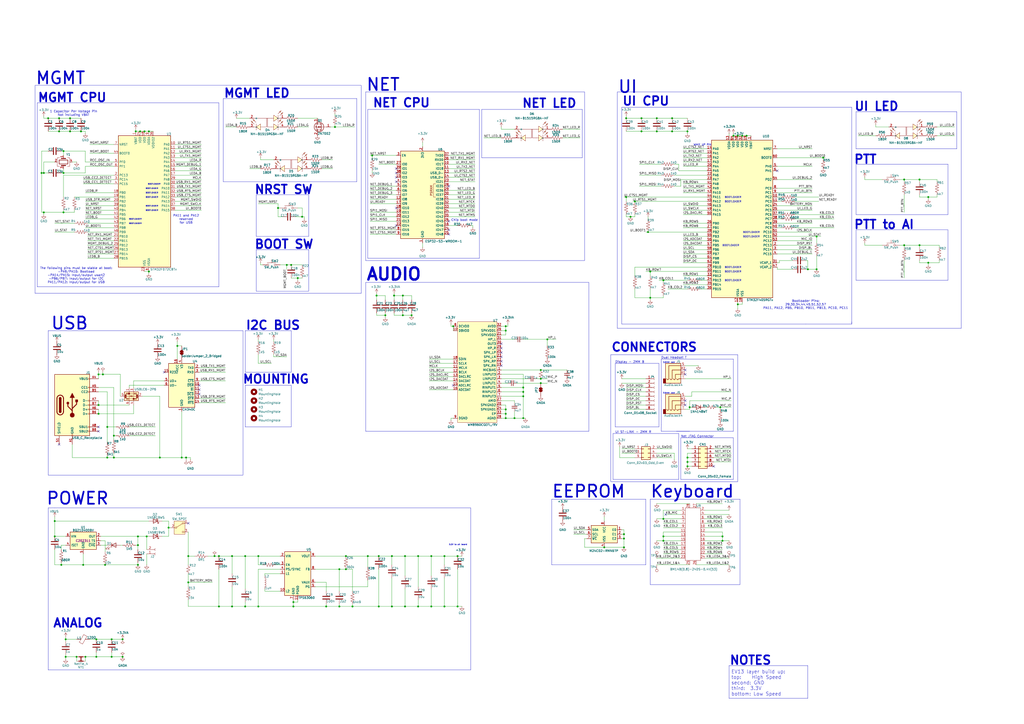
<source format=kicad_sch>
(kicad_sch (version 20250114) (generator "eeschema") (generator_version "9.0")
  (paper "A2")
  (title_block (title "EV14 FINN BERG & BRETT REGNIER") (date "2025-06-30") (company "CISCO SYSTEMS INC"))
  (lib_symbols
    (symbol "Battery_Management:BQ21040DBV"
      (property "Reference" "U" (at -7.62 6.35 0))
      (property "Value" "BQ21040DBV" (at 1.27 6.35 0))
      (symbol "BQ21040DBV_1_1"
        (pin power_in line (at -10.16 2.54 0) (length 2.54) (name "VIN") (number "6"))
        (pin input line (at -10.16 -2.54 0) (length 2.54) (name "ISET") (number "4"))
        (pin power_in line (at 0 -7.62 90) (length 2.54) (name "GND") (number "5"))
        (pin power_out line (at 10.16 2.54 180) (length 2.54) (name "OUT") (number "2"))
        (pin input line (at 10.16 0 180) (length 2.54) (name "TS") (number "1"))
        (pin open_collector line (at 10.16 -2.54 180) (length 2.54) (name "~{CHG}") (number "3"))
      )
    )
    (symbol "Connector:Conn_01x02_Socket" (pin_names (offset 1.016) (hide yes))
      (property "Reference" "J" (at 0 2.54 0))
      (property "Value" "Conn_01x02_Socket" (at 0 -5.08 0))
      (symbol "Conn_01x02_Socket_1_1"
        (pin passive line (at -5.08 0 0) (length 3.81) (name "Pin_1") (number "1"))
        (pin passive line (at -5.08 -2.54 0) (length 3.81) (name "Pin_2") (number "2"))
      )
    )
    (symbol "Connector:Conn_01x08_Socket" (pin_names (offset 1.016) (hide yes))
      (property "Reference" "J" (at 0 10.16 0))
      (property "Value" "Conn_01x08_Socket" (at 0 -12.7 0))
      (symbol "Conn_01x08_Socket_1_1"
        (pin passive line (at -5.08 7.62 0) (length 3.81) (name "Pin_1") (number "1"))
        (pin passive line (at -5.08 5.08 0) (length 3.81) (name "Pin_2") (number "2"))
        (pin passive line (at -5.08 2.54 0) (length 3.81) (name "Pin_3") (number "3"))
        (pin passive line (at -5.08 0 0) (length 3.81) (name "Pin_4") (number "4"))
        (pin passive line (at -5.08 -2.54 0) (length 3.81) (name "Pin_5") (number "5"))
        (pin passive line (at -5.08 -5.08 0) (length 3.81) (name "Pin_6") (number "6"))
        (pin passive line (at -5.08 -7.62 0) (length 3.81) (name "Pin_7") (number "7"))
        (pin passive line (at -5.08 -10.16 0) (length 3.81) (name "Pin_8") (number "8"))
      )
    )
    (symbol "Connector:TestPoint" (pin_numbers (hide yes)) (pin_names (offset 0.762) (hide yes))
      (property "Reference" "TP" (at 0 6.858 0))
      (property "Value" "TestPoint" (at 0 5.08 0))
      (symbol "TestPoint_1_1"
        (pin passive line (at 0 0 90) (length 2.54) (name "1") (number "1"))
      )
    )
    (symbol "Connector:USB_C_Receptacle_USB2.0_16P" (pin_names (offset 1.016))
      (property "Reference" "J" (at 0 22.225 0))
      (property "Value" "USB_C_Receptacle_USB2.0_16P" (at 0 19.685 0))
      (symbol "USB_C_Receptacle_USB2.0_16P_1_1"
        (pin passive line (at -7.62 -22.86 90) (length 5.08) (name "SHIELD") (number "S1"))
        (pin passive line (at 0 -22.86 90) (length 5.08) (name "GND") (number "A1"))
        (pin passive line (at 0 -22.86 90) (length 5.08) (hide yes) (name "GND") (number "A12"))
        (pin passive line (at 0 -22.86 90) (length 5.08) (hide yes) (name "GND") (number "B1"))
        (pin passive line (at 0 -22.86 90) (length 5.08) (hide yes) (name "GND") (number "B12"))
        (pin passive line (at 15.24 15.24 180) (length 5.08) (name "VBUS") (number "A4"))
        (pin passive line (at 15.24 15.24 180) (length 5.08) (hide yes) (name "VBUS") (number "A9"))
        (pin passive line (at 15.24 15.24 180) (length 5.08) (hide yes) (name "VBUS") (number "B4"))
        (pin passive line (at 15.24 15.24 180) (length 5.08) (hide yes) (name "VBUS") (number "B9"))
        (pin bidirectional line (at 15.24 10.16 180) (length 5.08) (name "CC1") (number "A5"))
        (pin bidirectional line (at 15.24 7.62 180) (length 5.08) (name "CC2") (number "B5"))
        (pin bidirectional line (at 15.24 2.54 180) (length 5.08) (name "D-") (number "A7"))
        (pin bidirectional line (at 15.24 0 180) (length 5.08) (name "D-") (number "B7"))
        (pin bidirectional line (at 15.24 -2.54 180) (length 5.08) (name "D+") (number "A6"))
        (pin bidirectional line (at 15.24 -5.08 180) (length 5.08) (name "D+") (number "B6"))
        (pin bidirectional line (at 15.24 -12.7 180) (length 5.08) (name "SBU1") (number "A8"))
        (pin bidirectional line (at 15.24 -15.24 180) (length 5.08) (name "SBU2") (number "B8"))
      )
    )
    (symbol "Connector_Audio:AudioJack4"
      (property "Reference" "J" (at 0 8.89 0))
      (property "Value" "AudioJack4" (at 0 6.35 0))
      (symbol "AudioJack4_1_1"
        (pin passive line (at 5.08 2.54 180) (length 2.54) (name "~") (number "S"))
        (pin passive line (at 5.08 0 180) (length 2.54) (name "~") (number "R2"))
        (pin passive line (at 5.08 -2.54 180) (length 2.54) (name "~") (number "R1"))
        (pin passive line (at 5.08 -5.08 180) (length 2.54) (name "~") (number "T"))
      )
    )
    (symbol "Connector_Generic:Conn_02x03_Odd_Even" (pin_names (offset 1.016) (hide yes))
      (property "Reference" "J" (at 1.27 5.08 0))
      (property "Value" "Conn_02x03_Odd_Even" (at 1.27 -5.08 0))
      (symbol "Conn_02x03_Odd_Even_1_1"
        (pin passive line (at -5.08 2.54 0) (length 3.81) (name "Pin_1") (number "1"))
        (pin passive line (at -5.08 0 0) (length 3.81) (name "Pin_3") (number "3"))
        (pin passive line (at -5.08 -2.54 0) (length 3.81) (name "Pin_5") (number "5"))
        (pin passive line (at 7.62 2.54 180) (length 3.81) (name "Pin_2") (number "2"))
        (pin passive line (at 7.62 0 180) (length 3.81) (name "Pin_4") (number "4"))
        (pin passive line (at 7.62 -2.54 180) (length 3.81) (name "Pin_6") (number "6"))
      )
    )
    (symbol "Connector_Generic:Conn_02x05_Odd_Even" (pin_names (offset 1.016) (hide yes))
      (property "Reference" "J" (at 1.27 7.62 0))
      (property "Value" "Conn_02x05_Odd_Even" (at 1.27 -7.62 0))
      (symbol "Conn_02x05_Odd_Even_1_1"
        (pin passive line (at -5.08 5.08 0) (length 3.81) (name "Pin_1") (number "1"))
        (pin passive line (at -5.08 2.54 0) (length 3.81) (name "Pin_3") (number "3"))
        (pin passive line (at -5.08 0 0) (length 3.81) (name "Pin_5") (number "5"))
        (pin passive line (at -5.08 -2.54 0) (length 3.81) (name "Pin_7") (number "7"))
        (pin passive line (at -5.08 -5.08 0) (length 3.81) (name "Pin_9") (number "9"))
        (pin passive line (at 7.62 5.08 180) (length 3.81) (name "Pin_2") (number "2"))
        (pin passive line (at 7.62 2.54 180) (length 3.81) (name "Pin_4") (number "4"))
        (pin passive line (at 7.62 0 180) (length 3.81) (name "Pin_6") (number "6"))
        (pin passive line (at 7.62 -2.54 180) (length 3.81) (name "Pin_8") (number "8"))
        (pin passive line (at 7.62 -5.08 180) (length 3.81) (name "Pin_10") (number "10"))
      )
    )
    (symbol "Device:C" (pin_numbers (hide yes)) (pin_names (offset 0.254))
      (property "Reference" "C" (at 0.635 2.54 0))
      (property "Value" "C" (at 0.635 -2.54 0))
      (symbol "C_1_1"
        (pin passive line (at 0 3.81 270) (length 2.794) (name "~") (number "1"))
        (pin passive line (at 0 -3.81 90) (length 2.794) (name "~") (number "2"))
      )
    )
    (symbol "Device:C_Small" (pin_numbers (hide yes)) (pin_names (offset 0.254) (hide yes))
      (property "Reference" "C" (at 0.254 1.778 0))
      (property "Value" "C_Small" (at 0.254 -2.032 0))
      (symbol "C_Small_1_1"
        (pin passive line (at 0 2.54 270) (length 2.032) (name "~") (number "1"))
        (pin passive line (at 0 -2.54 90) (length 2.032) (name "~") (number "2"))
      )
    )
    (symbol "Device:Crystal_GND24" (pin_names (offset 1.016) (hide yes))
      (property "Reference" "Y" (at 3.175 5.08 0))
      (property "Value" "Crystal_GND24" (at 3.175 3.175 0))
      (symbol "Crystal_GND24_1_1"
        (pin passive line (at -3.81 0 0) (length 1.27) (name "1") (number "1"))
        (pin passive line (at 0 5.08 270) (length 1.27) (name "2") (number "2"))
        (pin passive line (at 0 -5.08 90) (length 1.27) (name "4") (number "4"))
        (pin passive line (at 3.81 0 180) (length 1.27) (name "3") (number "3"))
      )
    )
    (symbol "Device:D" (pin_numbers (hide yes)) (pin_names (offset 1.016) (hide yes))
      (property "Reference" "D" (at 0 2.54 0))
      (property "Value" "D" (at 0 -2.54 0))
      (symbol "D_1_1"
        (pin passive line (at -3.81 0 0) (length 2.54) (name "K") (number "1"))
        (pin passive line (at 3.81 0 180) (length 2.54) (name "A") (number "2"))
      )
    )
    (symbol "Device:D_Schottky" (pin_numbers (hide yes)) (pin_names (offset 1.016) (hide yes))
      (property "Reference" "D" (at 0 2.54 0))
      (property "Value" "D_Schottky" (at 0 -2.54 0))
      (symbol "D_Schottky_1_1"
        (pin passive line (at -3.81 0 0) (length 2.54) (name "K") (number "1"))
        (pin passive line (at 3.81 0 180) (length 2.54) (name "A") (number "2"))
      )
    )
    (symbol "Device:FerriteBead" (pin_numbers (hide yes)) (pin_names (offset 0))
      (property "Reference" "FB" (at -3.81 0.635 90))
      (property "Value" "FerriteBead" (at 3.81 0 90))
      (symbol "FerriteBead_1_1"
        (pin passive line (at 0 3.81 270) (length 2.54) (name "~") (number "1"))
        (pin passive line (at 0 -3.81 90) (length 2.54) (name "~") (number "2"))
      )
    )
    (symbol "Device:L" (pin_numbers (hide yes)) (pin_names (offset 1.016) (hide yes))
      (property "Reference" "L" (at -1.27 0 90))
      (property "Value" "L" (at 1.905 0 90))
      (symbol "L_1_1"
        (pin passive line (at 0 3.81 270) (length 1.27) (name "1") (number "1"))
        (pin passive line (at 0 -3.81 90) (length 1.27) (name "2") (number "2"))
      )
    )
    (symbol "Device:LED" (pin_numbers (hide yes)) (pin_names (offset 1.016) (hide yes))
      (property "Reference" "D" (at 0 2.54 0))
      (property "Value" "LED" (at 0 -2.54 0))
      (symbol "LED_1_1"
        (pin passive line (at -3.81 0 0) (length 2.54) (name "K") (number "1"))
        (pin passive line (at 3.81 0 180) (length 2.54) (name "A") (number "2"))
      )
    )
    (symbol "Device:NetTie_4" (pin_numbers (hide yes)) (pin_names (offset 0) (hide yes)) (in_bom no)
      (property "Reference" "NT" (at 0 1.27 0))
      (property "Value" "NetTie_4" (at 0 -3.81 0))
      (symbol "NetTie_4_1_1"
        (pin passive line (at -2.54 0 0) (length 2.54) (name "1") (number "1"))
        (pin passive line (at -2.54 -2.54 0) (length 2.54) (name "3") (number "3"))
        (pin passive line (at 2.54 0 180) (length 2.54) (name "2") (number "2"))
        (pin passive line (at 2.54 -2.54 180) (length 2.54) (name "4") (number "4"))
      )
    )
    (symbol "Device:R_Small_US" (pin_numbers (hide yes)) (pin_names (offset 0.254) (hide yes))
      (property "Reference" "R" (at 0.762 0.508 0))
      (property "Value" "R_Small_US" (at 0.762 -1.016 0))
      (symbol "R_Small_US_1_1"
        (pin passive line (at 0 2.54 270) (length 1.016) (name "~") (number "1"))
        (pin passive line (at 0 -2.54 90) (length 1.016) (name "~") (number "2"))
      )
    )
    (symbol "Device:R_US" (pin_numbers (hide yes)) (pin_names (offset 0))
      (property "Reference" "R" (at 2.54 0 90))
      (property "Value" "R_US" (at -2.54 0 90))
      (symbol "R_US_1_1"
        (pin passive line (at 0 3.81 270) (length 1.27) (name "~") (number "1"))
        (pin passive line (at 0 -3.81 90) (length 1.27) (name "~") (number "2"))
      )
    )
    (symbol "Hactar_Symbols:BM14B(0.8)-24DS-0.4V(53)"
      (property "Reference" "U13" (at 6.35 31.75 0))
      (property "Value" "BM14B(0.8)-24DS-0.4V(53)" (at -8.89 -5.08 0))
      (symbol "BM14B(0.8)-24DS-0.4V(53)_1_1"
        (pin input line (at -2.54 29.21 0) (length 2.54) (name "") (number "1"))
        (pin output line (at -2.54 26.67 0) (length 2.54) (name "") (number "3"))
        (pin input line (at -2.54 24.13 0) (length 2.54) (name "") (number "5"))
        (pin input line (at -2.54 21.59 0) (length 2.54) (name "") (number "7"))
        (pin input line (at -2.54 19.05 0) (length 2.54) (name "") (number "9"))
        (pin input line (at -2.54 16.51 0) (length 2.54) (name "") (number "11"))
        (pin input line (at -2.54 13.97 0) (length 2.54) (name "") (number "13"))
        (pin input line (at -2.54 11.43 0) (length 2.54) (name "") (number "15"))
        (pin input line (at -2.54 8.89 0) (length 2.54) (name "") (number "17"))
        (pin input line (at -2.54 6.35 0) (length 2.54) (name "") (number "19"))
        (pin input line (at -2.54 3.81 0) (length 2.54) (name "") (number "21"))
        (pin input line (at -2.54 1.27 0) (length 2.54) (name "") (number "23"))
        (pin input line (at 2.54 33.02 270) (length 2.54) (name "") (number "28"))
        (pin input line (at 2.54 -2.54 90) (length 2.54) (name "") (number "25"))
        (pin input line (at 6.35 33.02 270) (length 2.54) (name "") (number "27"))
        (pin input line (at 6.35 -2.54 90) (length 2.54) (name "") (number "26"))
        (pin input line (at 11.43 29.21 180) (length 2.54) (name "") (number "2"))
        (pin input line (at 11.43 26.67 180) (length 2.54) (name "") (number "4"))
        (pin input line (at 11.43 24.13 180) (length 2.54) (name "") (number "6"))
        (pin input line (at 11.43 21.59 180) (length 2.54) (name "") (number "8"))
        (pin input line (at 11.43 19.05 180) (length 2.54) (name "") (number "10"))
        (pin input line (at 11.43 16.51 180) (length 2.54) (name "") (number "12"))
        (pin input line (at 11.43 13.97 180) (length 2.54) (name "") (number "14"))
        (pin input line (at 11.43 11.43 180) (length 2.54) (name "") (number "16"))
        (pin input line (at 11.43 8.89 180) (length 2.54) (name "") (number "18"))
        (pin input line (at 11.43 6.35 180) (length 2.54) (name "") (number "20"))
        (pin input line (at 11.43 3.81 180) (length 2.54) (name "") (number "22"))
        (pin input line (at 11.43 1.27 180) (length 2.54) (name "") (number "24"))
      )
    )
    (symbol "Hactar_Symbols:NH-B1515RGBA-HF"
      (property "Reference" "LED" (at 0 -3.81 0))
      (property "Value" "NH-B1515RGBA-HF" (at 0 -7.62 0))
      (symbol "NH-B1515RGBA-HF_0_1"
        (pin passive line (at -10.16 6.35 0) (length 2.54) (name "+") (number "2"))
        (pin passive line (at -10.16 1.27 0) (length 2.54) (name "-") (number "3"))
        (pin passive line (at 10.16 6.35 180) (length 2.54) (name "-") (number "1"))
        (pin passive line (at 10.16 1.27 180) (length 2.54) (name "-") (number "4"))
      )
    )
    (symbol "Interface_USB:CH340C"
      (property "Reference" "U" (at -5.08 13.97 0))
      (property "Value" "CH340C" (at 1.27 13.97 0))
      (symbol "CH340C_1_1"
        (pin input line (at -10.16 7.62 0) (length 2.54) (name "R232") (number "15"))
        (pin bidirectional line (at -10.16 2.54 0) (length 2.54) (name "UD+") (number "5"))
        (pin bidirectional line (at -10.16 0 0) (length 2.54) (name "UD-") (number "6"))
        (pin no_connect line (at -7.62 -5.08 0) (length 2.54) (hide yes) (name "NC") (number "7"))
        (pin no_connect line (at -7.62 -7.62 0) (length 2.54) (hide yes) (name "NC") (number "8"))
        (pin power_in line (at -2.54 15.24 270) (length 2.54) (name "VCC") (number "16"))
        (pin power_out line (at 0 15.24 270) (length 2.54) (name "V3") (number "4"))
        (pin power_in line (at 0 -15.24 90) (length 2.54) (name "GND") (number "1"))
        (pin output line (at 10.16 10.16 180) (length 2.54) (name "TXD") (number "2"))
        (pin input line (at 10.16 7.62 180) (length 2.54) (name "RXD") (number "3"))
        (pin input line (at 10.16 2.54 180) (length 2.54) (name "~{CTS}") (number "9"))
        (pin input line (at 10.16 0 180) (length 2.54) (name "~{DSR}") (number "10"))
        (pin input line (at 10.16 -2.54 180) (length 2.54) (name "~{RI}") (number "11"))
        (pin input line (at 10.16 -5.08 180) (length 2.54) (name "~{DCD}") (number "12"))
        (pin output line (at 10.16 -7.62 180) (length 2.54) (name "~{DTR}") (number "13"))
        (pin output line (at 10.16 -10.16 180) (length 2.54) (name "~{RTS}") (number "14"))
      )
    )
    (symbol "Jumper:SolderJumper_2_Bridged" (pin_numbers (hide yes)) (pin_names (offset 0) (hide yes)) (exclude_from_sim yes) (in_bom no)
      (property "Reference" "JP" (at 0 2.032 0))
      (property "Value" "SolderJumper_2_Bridged" (at 0 -2.54 0))
      (symbol "SolderJumper_2_Bridged_1_1"
        (pin passive line (at -3.81 0 0) (length 2.54) (name "A") (number "1"))
        (pin passive line (at 3.81 0 180) (length 2.54) (name "B") (number "2"))
      )
    )
    (symbol "MCU_ST_STM32F0:STM32F072C8Tx"
      (property "Reference" "U" (at -15.24 39.37 0))
      (property "Value" "STM32F072C8Tx" (at 7.62 39.37 0))
      (symbol "STM32F072C8Tx_1_1"
        (pin input line (at -17.78 33.02 0) (length 2.54) (name "NRST") (number "7"))
        (pin input line (at -17.78 27.94 0) (length 2.54) (name "BOOT0") (number "44"))
        (pin bidirectional line (at -17.78 22.86 0) (length 2.54) (name "PF0") (number "5"))
        (pin bidirectional line (at -17.78 20.32 0) (length 2.54) (name "PF1") (number "6"))
        (pin bidirectional line (at -17.78 15.24 0) (length 2.54) (name "PC13") (number "2"))
        (pin bidirectional line (at -17.78 12.7 0) (length 2.54) (name "PC14") (number "3"))
        (pin bidirectional line (at -17.78 10.16 0) (length 2.54) (name "PC15") (number "4"))
        (pin bidirectional line (at -17.78 5.08 0) (length 2.54) (name "PB0") (number "18"))
        (pin bidirectional line (at -17.78 2.54 0) (length 2.54) (name "PB1") (number "19"))
        (pin bidirectional line (at -17.78 0 0) (length 2.54) (name "PB2") (number "20"))
        (pin bidirectional line (at -17.78 -2.54 0) (length 2.54) (name "PB3") (number "39"))
        (pin bidirectional line (at -17.78 -5.08 0) (length 2.54) (name "PB4") (number "40"))
        (pin bidirectional line (at -17.78 -7.62 0) (length 2.54) (name "PB5") (number "41"))
        (pin bidirectional line (at -17.78 -10.16 0) (length 2.54) (name "PB6") (number "42"))
        (pin bidirectional line (at -17.78 -12.7 0) (length 2.54) (name "PB7") (number "43"))
        (pin bidirectional line (at -17.78 -15.24 0) (length 2.54) (name "PB8") (number "45"))
        (pin bidirectional line (at -17.78 -17.78 0) (length 2.54) (name "PB9") (number "46"))
        (pin bidirectional line (at -17.78 -20.32 0) (length 2.54) (name "PB10") (number "21"))
        (pin bidirectional line (at -17.78 -22.86 0) (length 2.54) (name "PB11") (number "22"))
        (pin bidirectional line (at -17.78 -25.4 0) (length 2.54) (name "PB12") (number "25"))
        (pin bidirectional line (at -17.78 -27.94 0) (length 2.54) (name "PB13") (number "26"))
        (pin bidirectional line (at -17.78 -30.48 0) (length 2.54) (name "PB14") (number "27"))
        (pin bidirectional line (at -17.78 -33.02 0) (length 2.54) (name "PB15") (number "28"))
        (pin power_in line (at -5.08 40.64 270) (length 2.54) (name "VBAT") (number "1"))
        (pin power_in line (at -2.54 40.64 270) (length 2.54) (name "VDD") (number "24"))
        (pin power_in line (at 0 40.64 270) (length 2.54) (name "VDD") (number "48"))
        (pin power_in line (at 0 -40.64 90) (length 2.54) (name "VSS") (number "23"))
        (pin passive line (at 0 -40.64 90) (length 2.54) (hide yes) (name "VSS") (number "35"))
        (pin passive line (at 0 -40.64 90) (length 2.54) (hide yes) (name "VSS") (number "47"))
        (pin power_in line (at 2.54 40.64 270) (length 2.54) (name "VDDA") (number "9"))
        (pin power_in line (at 2.54 -40.64 90) (length 2.54) (name "VSSA") (number "8"))
        (pin power_in line (at 5.08 40.64 270) (length 2.54) (name "VDDIO2") (number "36"))
        (pin bidirectional line (at 17.78 33.02 180) (length 2.54) (name "PA0") (number "10"))
        (pin bidirectional line (at 17.78 30.48 180) (length 2.54) (name "PA1") (number "11"))
        (pin bidirectional line (at 17.78 27.94 180) (length 2.54) (name "PA2") (number "12"))
        (pin bidirectional line (at 17.78 25.4 180) (length 2.54) (name "PA3") (number "13"))
        (pin bidirectional line (at 17.78 22.86 180) (length 2.54) (name "PA4") (number "14"))
        (pin bidirectional line (at 17.78 20.32 180) (length 2.54) (name "PA5") (number "15"))
        (pin bidirectional line (at 17.78 17.78 180) (length 2.54) (name "PA6") (number "16"))
        (pin bidirectional line (at 17.78 15.24 180) (length 2.54) (name "PA7") (number "17"))
        (pin bidirectional line (at 17.78 12.7 180) (length 2.54) (name "PA8") (number "29"))
        (pin bidirectional line (at 17.78 10.16 180) (length 2.54) (name "PA9") (number "30"))
        (pin bidirectional line (at 17.78 7.62 180) (length 2.54) (name "PA10") (number "31"))
        (pin bidirectional line (at 17.78 5.08 180) (length 2.54) (name "PA11") (number "32"))
        (pin bidirectional line (at 17.78 2.54 180) (length 2.54) (name "PA12") (number "33"))
        (pin bidirectional line (at 17.78 0 180) (length 2.54) (name "PA13") (number "34"))
        (pin bidirectional line (at 17.78 -2.54 180) (length 2.54) (name "PA14") (number "37"))
        (pin bidirectional line (at 17.78 -5.08 180) (length 2.54) (name "PA15") (number "38"))
      )
    )
    (symbol "MCU_ST_STM32F4:STM32F405RGTx"
      (property "Reference" "U" (at -17.78 46.99 0))
      (property "Value" "STM32F405RGTx" (at 10.16 46.99 0))
      (symbol "STM32F405RGTx_1_1"
        (pin input line (at -20.32 40.64 0) (length 2.54) (name "NRST") (number "7"))
        (pin input line (at -20.32 35.56 0) (length 2.54) (name "BOOT0") (number "60"))
        (pin bidirectional line (at -20.32 30.48 0) (length 2.54) (name "PH0") (number "5"))
        (pin bidirectional line (at -20.32 27.94 0) (length 2.54) (name "PH1") (number "6"))
        (pin bidirectional line (at -20.32 22.86 0) (length 2.54) (name "PD2") (number "54"))
        (pin bidirectional line (at -20.32 17.78 0) (length 2.54) (name "PC0") (number "8"))
        (pin bidirectional line (at -20.32 15.24 0) (length 2.54) (name "PC1") (number "9"))
        (pin bidirectional line (at -20.32 12.7 0) (length 2.54) (name "PC2") (number "10"))
        (pin bidirectional line (at -20.32 10.16 0) (length 2.54) (name "PC3") (number "11"))
        (pin bidirectional line (at -20.32 7.62 0) (length 2.54) (name "PC4") (number "24"))
        (pin bidirectional line (at -20.32 5.08 0) (length 2.54) (name "PC5") (number "25"))
        (pin bidirectional line (at -20.32 2.54 0) (length 2.54) (name "PC6") (number "37"))
        (pin bidirectional line (at -20.32 0 0) (length 2.54) (name "PC7") (number "38"))
        (pin bidirectional line (at -20.32 -2.54 0) (length 2.54) (name "PC8") (number "39"))
        (pin bidirectional line (at -20.32 -5.08 0) (length 2.54) (name "PC9") (number "40"))
        (pin bidirectional line (at -20.32 -7.62 0) (length 2.54) (name "PC10") (number "51"))
        (pin bidirectional line (at -20.32 -10.16 0) (length 2.54) (name "PC11") (number "52"))
        (pin bidirectional line (at -20.32 -12.7 0) (length 2.54) (name "PC12") (number "53"))
        (pin bidirectional line (at -20.32 -15.24 0) (length 2.54) (name "PC13") (number "2"))
        (pin bidirectional line (at -20.32 -17.78 0) (length 2.54) (name "PC14") (number "3"))
        (pin bidirectional line (at -20.32 -20.32 0) (length 2.54) (name "PC15") (number "4"))
        (pin power_out line (at -20.32 -25.4 0) (length 2.54) (name "VCAP_1") (number "31"))
        (pin power_out line (at -20.32 -27.94 0) (length 2.54) (name "VCAP_2") (number "47"))
        (pin power_in line (at -5.08 48.26 270) (length 2.54) (name "VBAT") (number "1"))
        (pin power_in line (at -2.54 48.26 270) (length 2.54) (name "VDD") (number "19"))
        (pin power_in line (at 0 48.26 270) (length 2.54) (name "VDD") (number "32"))
        (pin power_in line (at 0 -48.26 90) (length 2.54) (name "VSS") (number "18"))
        (pin passive line (at 0 -48.26 90) (length 2.54) (hide yes) (name "VSS") (number "63"))
        (pin power_in line (at 2.54 48.26 270) (length 2.54) (name "VDD") (number "48"))
        (pin power_in line (at 2.54 -48.26 90) (length 2.54) (name "VSSA") (number "12"))
        (pin power_in line (at 5.08 48.26 270) (length 2.54) (name "VDD") (number "64"))
        (pin power_in line (at 7.62 48.26 270) (length 2.54) (name "VDDA") (number "13"))
        (pin bidirectional line (at 20.32 40.64 180) (length 2.54) (name "PA0") (number "14"))
        (pin bidirectional line (at 20.32 38.1 180) (length 2.54) (name "PA1") (number "15"))
        (pin bidirectional line (at 20.32 35.56 180) (length 2.54) (name "PA2") (number "16"))
        (pin bidirectional line (at 20.32 33.02 180) (length 2.54) (name "PA3") (number "17"))
        (pin bidirectional line (at 20.32 30.48 180) (length 2.54) (name "PA4") (number "20"))
        (pin bidirectional line (at 20.32 27.94 180) (length 2.54) (name "PA5") (number "21"))
        (pin bidirectional line (at 20.32 25.4 180) (length 2.54) (name "PA6") (number "22"))
        (pin bidirectional line (at 20.32 22.86 180) (length 2.54) (name "PA7") (number "23"))
        (pin bidirectional line (at 20.32 20.32 180) (length 2.54) (name "PA8") (number "41"))
        (pin bidirectional line (at 20.32 17.78 180) (length 2.54) (name "PA9") (number "42"))
        (pin bidirectional line (at 20.32 15.24 180) (length 2.54) (name "PA10") (number "43"))
        (pin bidirectional line (at 20.32 12.7 180) (length 2.54) (name "PA11") (number "44"))
        (pin bidirectional line (at 20.32 10.16 180) (length 2.54) (name "PA12") (number "45"))
        (pin bidirectional line (at 20.32 7.62 180) (length 2.54) (name "PA13") (number "46"))
        (pin bidirectional line (at 20.32 5.08 180) (length 2.54) (name "PA14") (number "49"))
        (pin bidirectional line (at 20.32 2.54 180) (length 2.54) (name "PA15") (number "50"))
        (pin bidirectional line (at 20.32 -2.54 180) (length 2.54) (name "PB0") (number "26"))
        (pin bidirectional line (at 20.32 -5.08 180) (length 2.54) (name "PB1") (number "27"))
        (pin bidirectional line (at 20.32 -7.62 180) (length 2.54) (name "PB2") (number "28"))
        (pin bidirectional line (at 20.32 -10.16 180) (length 2.54) (name "PB3") (number "55"))
        (pin bidirectional line (at 20.32 -12.7 180) (length 2.54) (name "PB4") (number "56"))
        (pin bidirectional line (at 20.32 -15.24 180) (length 2.54) (name "PB5") (number "57"))
        (pin bidirectional line (at 20.32 -17.78 180) (length 2.54) (name "PB6") (number "58"))
        (pin bidirectional line (at 20.32 -20.32 180) (length 2.54) (name "PB7") (number "59"))
        (pin bidirectional line (at 20.32 -22.86 180) (length 2.54) (name "PB8") (number "61"))
        (pin bidirectional line (at 20.32 -25.4 180) (length 2.54) (name "PB9") (number "62"))
        (pin bidirectional line (at 20.32 -27.94 180) (length 2.54) (name "PB10") (number "29"))
        (pin bidirectional line (at 20.32 -30.48 180) (length 2.54) (name "PB11") (number "30"))
        (pin bidirectional line (at 20.32 -33.02 180) (length 2.54) (name "PB12") (number "33"))
        (pin bidirectional line (at 20.32 -35.56 180) (length 2.54) (name "PB13") (number "34"))
        (pin bidirectional line (at 20.32 -38.1 180) (length 2.54) (name "PB14") (number "35"))
        (pin bidirectional line (at 20.32 -40.64 180) (length 2.54) (name "PB15") (number "36"))
      )
    )
    (symbol "Mechanical:MountingHole" (pin_names (offset 1.016)) (in_bom no)
      (property "Reference" "H" (at 0 5.08 0))
      (property "Value" "MountingHole" (at 0 3.175 0))
    )
    (symbol "Memory_EEPROM:M24C02-RMN"
      (property "Reference" "U" (at -6.35 6.35 0))
      (property "Value" "M24C02-RMN" (at 7.62 6.35 0))
      (symbol "M24C02-RMN_1_1"
        (pin input line (at -10.16 2.54 0) (length 2.54) (name "E0") (number "1"))
        (pin input line (at -10.16 0 0) (length 2.54) (name "E1") (number "2"))
        (pin input line (at -10.16 -2.54 0) (length 2.54) (name "E2") (number "3"))
        (pin power_in line (at 0 7.62 270) (length 2.54) (name "VCC") (number "8"))
        (pin power_in line (at 0 -7.62 90) (length 2.54) (name "VSS") (number "4"))
        (pin bidirectional line (at 10.16 2.54 180) (length 2.54) (name "SDA") (number "5"))
        (pin input line (at 10.16 0 180) (length 2.54) (name "SCL") (number "6"))
        (pin input line (at 10.16 -2.54 180) (length 2.54) (name "~{WC}") (number "7"))
      )
    )
    (symbol "Power_Protection:USBLC6-2P6" (pin_names (hide yes))
      (property "Reference" "U" (at 0.635 5.715 0))
      (property "Value" "USBLC6-2P6" (at 0.635 3.81 0))
      (symbol "USBLC6-2P6_1_1"
        (pin passive line (at -5.08 0 0) (length 2.54) (name "I/O1") (number "1"))
        (pin passive line (at -5.08 -2.54 0) (length 2.54) (name "I/O2") (number "3"))
        (pin passive line (at 0 5.08 270) (length 2.54) (name "VBUS") (number "5"))
        (pin passive line (at 0 -7.62 90) (length 2.54) (name "GND") (number "2"))
        (pin passive line (at 5.08 0 180) (length 2.54) (name "I/O1") (number "6"))
        (pin passive line (at 5.08 -2.54 180) (length 2.54) (name "I/O2") (number "4"))
      )
    )
    (symbol "RF_Module:ESP32-S3-WROOM-1"
      (property "Reference" "U" (at -12.7 26.67 0))
      (property "Value" "ESP32-S3-WROOM-1" (at 12.7 26.67 0))
      (symbol "ESP32-S3-WROOM-1_0_0"
        (text "PSRAM" (at 5.08 2.54 900) (effects (font (size 1.27 1.27))))
      )
      (symbol "ESP32-S3-WROOM-1_1_1"
        (pin input line (at -15.24 22.86 0) (length 2.54) (name "EN") (number "3"))
        (pin bidirectional line (at -15.24 17.78 0) (length 2.54) (name "IO0") (number "27"))
        (pin bidirectional line (at -15.24 15.24 0) (length 2.54) (name "IO1") (number "39"))
        (pin bidirectional line (at -15.24 12.7 0) (length 2.54) (name "IO2") (number "38"))
        (pin bidirectional line (at -15.24 10.16 0) (length 2.54) (name "IO3") (number "15"))
        (pin bidirectional line (at -15.24 7.62 0) (length 2.54) (name "IO4") (number "4"))
        (pin bidirectional line (at -15.24 5.08 0) (length 2.54) (name "IO5") (number "5"))
        (pin bidirectional line (at -15.24 2.54 0) (length 2.54) (name "IO6") (number "6"))
        (pin bidirectional line (at -15.24 0 0) (length 2.54) (name "IO7") (number "7"))
        (pin bidirectional line (at -15.24 -2.54 0) (length 2.54) (name "IO8") (number "12"))
        (pin bidirectional line (at -15.24 -5.08 0) (length 2.54) (name "IO9") (number "17"))
        (pin bidirectional line (at -15.24 -7.62 0) (length 2.54) (name "IO10") (number "18"))
        (pin bidirectional line (at -15.24 -10.16 0) (length 2.54) (name "IO11") (number "19"))
        (pin bidirectional line (at -15.24 -12.7 0) (length 2.54) (name "IO12") (number "20"))
        (pin bidirectional line (at -15.24 -15.24 0) (length 2.54) (name "IO13") (number "21"))
        (pin bidirectional line (at -15.24 -17.78 0) (length 2.54) (name "IO14") (number "22"))
        (pin bidirectional line (at -15.24 -20.32 0) (length 2.54) (name "IO15") (number "8"))
        (pin bidirectional line (at -15.24 -22.86 0) (length 2.54) (name "IO16") (number "9"))
        (pin power_in line (at 0 27.94 270) (length 2.54) (name "3V3") (number "2"))
        (pin power_in line (at 0 -27.94 90) (length 2.54) (name "GND") (number "1"))
        (pin passive line (at 0 -27.94 90) (length 2.54) (hide yes) (name "GND") (number "40"))
        (pin passive line (at 0 -27.94 90) (length 2.54) (hide yes) (name "GND") (number "41"))
        (pin bidirectional line (at 15.24 22.86 180) (length 2.54) (name "TXD0") (number "37"))
        (pin bidirectional line (at 15.24 20.32 180) (length 2.54) (name "RXD0") (number "36"))
        (pin bidirectional line (at 15.24 17.78 180) (length 2.54) (name "IO17") (number "10"))
        (pin bidirectional line (at 15.24 15.24 180) (length 2.54) (name "IO18") (number "11"))
        (pin bidirectional line (at 15.24 12.7 180) (length 2.54) (name "USB_D-") (number "13"))
        (pin bidirectional line (at 15.24 10.16 180) (length 2.54) (name "USB_D+") (number "14"))
        (pin bidirectional line (at 15.24 7.62 180) (length 2.54) (name "IO21") (number "23"))
        (pin bidirectional line (at 15.24 5.08 180) (length 2.54) (name "IO35") (number "28"))
        (pin bidirectional line (at 15.24 2.54 180) (length 2.54) (name "IO36") (number "29"))
        (pin bidirectional line (at 15.24 0 180) (length 2.54) (name "IO37") (number "30"))
        (pin bidirectional line (at 15.24 -2.54 180) (length 2.54) (name "IO38") (number "31"))
        (pin bidirectional line (at 15.24 -5.08 180) (length 2.54) (name "IO39") (number "32"))
        (pin bidirectional line (at 15.24 -7.62 180) (length 2.54) (name "IO40") (number "33"))
        (pin bidirectional line (at 15.24 -10.16 180) (length 2.54) (name "IO41") (number "34"))
        (pin bidirectional line (at 15.24 -12.7 180) (length 2.54) (name "IO42") (number "35"))
        (pin bidirectional line (at 15.24 -15.24 180) (length 2.54) (name "IO45") (number "26"))
        (pin bidirectional line (at 15.24 -17.78 180) (length 2.54) (name "IO46") (number "16"))
        (pin bidirectional line (at 15.24 -20.32 180) (length 2.54) (name "IO47") (number "24"))
        (pin bidirectional line (at 15.24 -22.86 180) (length 2.54) (name "IO48") (number "25"))
      )
    )
    (symbol "Regulator_Switching:TPS63060"
      (property "Reference" "U" (at -7.62 13.97 0))
      (property "Value" "TPS63060" (at 2.54 13.97 0))
      (symbol "TPS63060_1_1"
        (pin power_in line (at -10.16 10.16 0) (length 2.54) (name "VIN") (number "2"))
        (pin input line (at -10.16 5.08 0) (length 2.54) (name "EN") (number "3"))
        (pin input line (at -10.16 2.54 0) (length 2.54) (name "PS/SYNC") (number "4"))
        (pin input line (at -10.16 0 0) (length 2.54) (name "L1") (number "1"))
        (pin input line (at -10.16 -10.16 0) (length 2.54) (name "L2") (number "10"))
        (pin power_in line (at -2.54 -15.24 90) (length 2.54) (name "GND") (number "7"))
        (pin power_in line (at 0 -15.24 90) (length 2.54) (name "PGND") (number "11"))
        (pin power_out line (at 10.16 10.16 180) (length 2.54) (name "VOUT") (number "9"))
        (pin input line (at 10.16 2.54 180) (length 2.54) (name "FB") (number "8"))
        (pin passive line (at 10.16 -5.08 180) (length 2.54) (name "VAUX") (number "6"))
        (pin output line (at 10.16 -7.62 180) (length 2.54) (name "PG") (number "5"))
      )
    )
    (symbol "SolderJumper_2_Bridged_1" (pin_numbers (hide yes)) (pin_names (offset 0) (hide yes)) (exclude_from_sim yes) (in_bom no)
      (property "Reference" "JP" (at 0 2.032 0))
      (property "Value" "SolderJumper_2_Bridged" (at 0 -2.54 0))
      (symbol "SolderJumper_2_Bridged_1_1_1"
        (pin passive line (at -3.81 0 0) (length 2.54) (name "A") (number "1"))
        (pin passive line (at 3.81 0 180) (length 2.54) (name "B") (number "2"))
      )
    )
    (symbol "Switch:SW_Push" (pin_numbers (hide yes)) (pin_names (offset 1.016) (hide yes))
      (property "Reference" "SW" (at 1.27 2.54 0))
      (property "Value" "SW_Push" (at 0 -1.524 0))
      (symbol "SW_Push_0_1"
        (pin passive line (at -5.08 0 0) (length 2.54) (name "1") (number "1"))
        (pin passive line (at 5.08 0 180) (length 2.54) (name "2") (number "2"))
      )
    )
    (symbol "Switch:SW_SPDT" (pin_names (offset 0) (hide yes))
      (property "Reference" "SW" (at 0 5.08 0))
      (property "Value" "SW_SPDT" (at 0 -5.08 0))
      (symbol "SW_SPDT_1_1"
        (pin passive line (at -5.08 0 0) (length 2.54) (name "B") (number "2"))
        (pin passive line (at 5.08 2.54 180) (length 2.54) (name "A") (number "1"))
        (pin passive line (at 5.08 -2.54 180) (length 2.54) (name "C") (number "3"))
      )
    )
    (symbol "Transistor_FET:2N7002" (pin_names (hide yes))
      (property "Reference" "Q" (at 5.08 1.905 0))
      (property "Value" "2N7002" (at 5.08 0 0))
      (symbol "2N7002_1_1"
        (pin input line (at -5.08 0 0) (length 2.54) (name "G") (number "1"))
        (pin passive line (at 2.54 5.08 270) (length 2.54) (name "D") (number "3"))
        (pin passive line (at 2.54 -5.08 90) (length 2.54) (name "S") (number "2"))
      )
    )
    (symbol "WM8960CGEFL/RV_1_1"
      (property "Reference" "U6" (at 11.938 62.738 0))
      (property "Value" "WM8960CGEFL/RV" (at 11.938 60.198 0))
      (symbol "WM8960CGEFL/RV_1_1_1_1"
        (pin power_in line (at -2.54 55.88 0) (length 2.54) (name "DCVDD") (number "8"))
        (pin power_in line (at -2.54 53.34 0) (length 2.54) (name "DBVDD") (number "10"))
        (pin input line (at -2.54 36.83 0) (length 2.54) (name "SDIN") (number "18"))
        (pin input line (at -2.54 34.29 0) (length 2.54) (name "SCLK") (number "17"))
        (pin input line (at -2.54 31.75 0) (length 2.54) (name "MCLK") (number "11"))
        (pin input line (at -2.54 29.21 0) (length 2.54) (name "BCLK") (number "12"))
        (pin input line (at -2.54 26.67 0) (length 2.54) (name "DACLRC") (number "13"))
        (pin input line (at -2.54 24.13 0) (length 2.54) (name "DACDAT") (number "14"))
        (pin input line (at -2.54 21.59 0) (length 2.54) (name "ADCLRC") (number "15"))
        (pin input line (at -2.54 19.05 0) (length 2.54) (name "ADCDAT") (number "16"))
        (pin power_in line (at -2.54 2.54 0) (length 2.54) (name "DGND") (number "9"))
        (pin power_in line (at 25.4 55.88 180) (length 2.54) (name "AVDD") (number "32"))
        (pin power_in line (at 25.4 53.34 180) (length 2.54) (name "SPKVDD1") (number "26"))
        (pin power_in line (at 25.4 50.8 180) (length 2.54) (name "SPKVDD2") (number "21"))
        (pin input line (at 25.4 48.26 180) (length 2.54) (name "HP_L") (number "31"))
        (pin input line (at 25.4 45.72 180) (length 2.54) (name "OUT3") (number "30"))
        (pin input line (at 25.4 43.18 180) (length 2.54) (name "HP_R") (number "29"))
        (pin input line (at 25.4 40.64 180) (length 2.54) (name "SPK_LP") (number "25"))
        (pin input line (at 25.4 38.1 180) (length 2.54) (name "SPK_LN") (number "23"))
        (pin input line (at 25.4 35.56 180) (length 2.54) (name "SPK_RP") (number "22"))
        (pin input line (at 25.4 33.02 180) (length 2.54) (name "SPK_RN") (number "19"))
        (pin input line (at 25.4 30.48 180) (length 2.54) (name "MICBIAS") (number "1"))
        (pin input line (at 25.4 27.94 180) (length 2.54) (name "LINPUT3") (number "2"))
        (pin input line (at 25.4 25.4 180) (length 2.54) (name "LINPUT2") (number "3"))
        (pin input line (at 25.4 22.86 180) (length 2.54) (name "LINPUT1") (number "4"))
        (pin input line (at 25.4 20.32 180) (length 2.54) (name "RINPUT1") (number "5"))
        (pin input line (at 25.4 17.78 180) (length 2.54) (name "RINPUT2") (number "6"))
        (pin input line (at 25.4 15.24 180) (length 2.54) (name "RINPUT3") (number "7"))
        (pin input line (at 25.4 12.7 180) (length 2.54) (name "AMID") (number "27"))
        (pin power_in line (at 25.4 10.16 180) (length 2.54) (name "SPKGND2") (number "20"))
        (pin power_in line (at 25.4 7.62 180) (length 2.54) (name "SPKGND1") (number "24"))
        (pin power_in line (at 25.4 5.08 180) (length 2.54) (name "EP") (number "33"))
        (pin power_in line (at 25.4 2.54 180) (length 2.54) (name "AGND") (number "28"))
      )
    )
    (symbol "power:+3.3V" (power) (pin_numbers (hide yes)) (pin_names (offset 0) (hide yes))
      (property "Value" "+3.3V" (at 0 3.556 0))
      (symbol "+3.3V_1_1"
        (pin power_in line (at 0 0 90) (length 0) (name "~") (number "1"))
      )
    )
    (symbol "power:+3.3VA" (power) (pin_numbers (hide yes)) (pin_names (offset 0) (hide yes))
      (property "Value" "+3.3VA" (at 0 3.556 0))
      (symbol "+3.3VA_1_1"
        (pin power_in line (at 0 0 90) (length 0) (name "~") (number "1"))
      )
    )
    (symbol "power:GND" (power) (pin_numbers (hide yes)) (pin_names (offset 0) (hide yes))
      (property "Value" "GND" (at 0 -3.81 0))
      (symbol "GND_1_1"
        (pin power_in line (at 0 0 270) (length 0) (name "~") (number "1"))
      )
    )
    (symbol "power:GNDA" (power) (pin_numbers (hide yes)) (pin_names (offset 0) (hide yes))
      (property "Value" "GNDA" (at 0 -3.81 0))
      (symbol "GNDA_1_1"
        (pin power_in line (at 0 0 270) (length 0) (name "~") (number "1"))
      )
    )
    (symbol "power:PWR_FLAG" (power) (pin_numbers (hide yes)) (pin_names (offset 0) (hide yes))
      (property "Value" "PWR_FLAG" (at 0 3.81 0))
      (symbol "PWR_FLAG_0_0"
        (pin power_out line (at 0 0 90) (length 0) (name "~") (number "1"))
      )
    )
    (symbol "power:VBUS" (power) (pin_numbers (hide yes)) (pin_names (offset 0) (hide yes))
      (property "Value" "VBUS" (at 0 3.556 0))
      (symbol "VBUS_1_1"
        (pin power_in line (at 0 0 90) (length 0) (name "~") (number "1"))
      )
    )
  )
  (rectangle (start 354.33 205.74) (end 427.99 279.4))
  (rectangle (start 20.32 49.53) (end 209.55 170.18))
  (rectangle (start 212.09 163.83) (end 341.63 250.19))
  (rectangle (start 148.59 113.03) (end 179.07 137.16))
  (rectangle (start 27.94 191.77) (end 140.97 275.59))
  (rectangle (start 148.59 144.78) (end 179.07 168.91))
  (text "MGMT " (at 20.32 49.53 0) (effects (font (size 7 7) (thickness 1) (bold yes)) (justify left bottom)))
  (text "BOOTLOADER" (at 88.138 122.174 0) (effects (font (size 0.762 0.762))))
  (text "UI\n" (at 358.14 54.61 0) (effects (font (size 7 7) (thickness 1) (bold yes)) (justify left bottom)))
  (text "NET CPU" (at 215.9 62.738 0) (effects (font (size 5 5) (thickness 1) (bold yes)) (justify left bottom)))
  (text "BOOTLOADER" (at 88.138 112.014 0) (effects (font (size 0.762 0.762))))
  (text "MGMT CPU" (at 21.59 59.69 0) (effects (font (size 5 5) (thickness 1) (bold yes)) (justify left bottom)))
  (text "WAKE UP PIN" (at 407.416 84.074 0) (effects (font (size 1.016 1.016))))
  (text "BOOTLOADER" (at 425.196 157.734 0) (effects (font (size 1.016 1.016))))
  (text "PTT to AI" (at 495.046 133.35 0) (effects (font (size 5 5) (thickness 1) (bold yes)) (justify left bottom)))
  (text "BOOTLOADER" (at 435.864 134.874 0) (effects (font (size 1.016 1.016))))
  (text "BOOTLOADER" (at 88.138 119.634 0) (effects (font (size 0.762 0.762))))
  (text "NET" (at 212.09 53.34 0) (effects (font (size 7 7) (thickness 1) (bold yes)) (justify left bottom)))
  (text "POWER\n" (at 63.5 293.37 0) (effects (font (size 7 7) (thickness 1) (bold yes)) (justify right bottom)))
  (text "BOOTLOADER" (at 425.196 162.814 0) (effects (font (size 1.016 1.016))))
  (text "BOOTLOADER" (at 425.196 117.094 0) (effects (font (size 1.016 1.016))))
  (text "CONNECTORS" (at 354.33 204.47 0) (effects (font (size 5 5) (thickness 1) (bold yes)) (justify left bottom)))
  (text "MOUNTING" (at 140.462 223.012 0) (effects (font (size 5 5) (bold yes)) (justify left bottom)))
  (text "NET LED" (at 302.514 62.992 0) (effects (font (size 5 5) (thickness 1) (bold yes)) (justify left bottom)))
  (text "UI CPU" (at 360.68 61.722 0) (effects (font (size 5 5) (thickness 1) (bold yes)) (justify left bottom)))
  (text "Bootloader Pins:\n29,30,34,44,45,51,52,57\nPA11, PA12, PB5, PB10, PB11, PB13, PC10, PC11" (at 467.36 176.784 0) (effects (font (size 1.27 1.27))))
  (text "UI ST-LINK - 2MM R\n" (at 356.87 251.46 0) (effects (font (size 1.27 1.27)) (justify left bottom)))
  (text "Dual Headset T\n" (at 383.54 208.28 0) (effects (font (size 1.27 1.27)) (justify left bottom)))
  (text "BOOTLOADER" (at 88.138 109.474 0) (effects (font (size 0.762 0.762))))
  (text "Chip boot mode" (at 269.494 127.762 0) (effects (font (size 1.27 1.27))))
  (text "Net JTAG Connector" (at 394.97 254 0) (effects (font (size 1.27 1.27)) (justify left bottom)))
  (text "NRST SW\n" (at 147.32 113.03 0) (effects (font (size 5 5) (thickness 1) (bold yes)) (justify left bottom)))
  (text "The following pins must be stable at boot:\n-PA9/PA10: Bootload\n-PA14/PA15: Input/output usart2\n-PB6/PB7: Input/output for I2C\nPA11/PA12: Input/output for USB\n" (at 44.196 159.766 0) (effects (font (size 1.27 1.27))))
  (text "3.5mm Jack" (at 388.112 210.312 0) (effects (font (size 0.762 0.762))))
  (text "EV13 layer build up:\ntop:    High Speed\nsecond: GND\nthird:  3.3V\nbottom: Low Speed" (at 424.18 403.86 0) (effects (font (size 2 2)) (justify left bottom)))
  (text "BOOTLOADER" (at 78.486 129.794 0) (effects (font (size 0.762 0.762))))
  (text "AUDIO\n" (at 212.09 163.322 0) (effects (font (size 7 7) (bold yes)) (justify left bottom)))
  (text "BOOTLOADER" (at 89.408 106.934 0) (effects (font (size 0.762 0.762))))
  (text "PTT" (at 495.046 95.504 0) (effects (font (size 5 5) (thickness 1) (bold yes)) (justify left bottom)))
  (text "BOOT SW\n" (at 147.32 144.78 0) (effects (font (size 5 5) (thickness 1) (bold yes)) (justify left bottom)))
  (text "PA11 and PA12\nreserved\nfor USB" (at 107.95 127.254 0) (effects (font (size 1.27 1.27))))
  (text "EEPROM" (at 319.786 289.306 0) (effects (font (size 7 7) (thickness 1) (bold yes)) (justify left bottom)))
  (text "I2C BUS" (at 142.24 191.77 0) (effects (font (size 5 5) (bold yes)) (justify left bottom)))
  (text "USB" (at 29.21 191.77 0) (effects (font (size 7 7) (thickness 1) (bold yes)) (justify left bottom)))
  (text "2.5mm Jack" (at 388.112 228.092 0) (effects (font (size 0.762 0.762))))
  (text "BOOTLOADER" (at 425.196 155.194 0) (effects (font (size 1.016 1.016))))
  (text "BOOTLOADER" (at 425.196 114.554 0) (effects (font (size 1.016 1.016))))
  (text "MGMT LED\n" (at 129.54 57.15 0) (effects (font (size 5 5) (thickness 1) (bold yes)) (justify left bottom)))
  (text "3.3V to all board" (at 260.35 316.484 0) (effects (font (size 0.8 0.8)) (justify left bottom)))
  (text "BOOTLOADER" (at 435.864 137.414 0) (effects (font (size 1.016 1.016))))
  (text "BOOTLOADER" (at 88.138 114.554 0) (effects (font (size 0.762 0.762))))
  (text "NOTES" (at 422.91 386.08 0) (effects (font (size 5 5) (thickness 1) (bold yes)) (justify left bottom)))
  (text "Keyboard" (at 376.936 289.306 0) (effects (font (size 7 7) (thickness 1) (bold yes)) (justify left bottom)))
  (text "BOOTLOADER" (at 423.926 142.494 0) (effects (font (size 1.016 1.016))))
  (text "Display - 2MM B" (at 356.87 210.82 0) (effects (font (size 1.27 1.27)) (justify left bottom)))
  (text "BOOTLOADER" (at 78.486 127.254 0) (effects (font (size 0.762 0.762))))
  (text "1 Capacitor Per Voltage Pin\nNot including VBAT" (at 42.672 65.786 0) (effects (font (size 1.27 1.27))))
  (text "UI LED\n" (at 495.3 64.77 0) (effects (font (size 5 5) (thickness 1) (bold yes)) (justify left bottom)))
  (text "ANALOG" (at 30.48 364.49 0) (effects (font (size 5 5) (thickness 1) (bold yes)) (justify left bottom)))
  (junction (at 25.4 123.19))
  (junction (at 219.71 322.58))
  (junction (at 189.23 351.79))
  (junction (at 40.64 76.2))
  (junction (at 196.85 330.2))
  (junction (at 127 322.58))
  (junction (at 303.53 227.33))
  (junction (at 384.81 300.99))
  (junction (at 172.72 161.29))
  (junction (at 313.69 219.71))
  (junction (at 538.48 152.4))
  (junction (at 71.12 370.84))
  (junction (at 468.63 156.21))
  (junction (at 363.22 68.58))
  (junction (at 425.45 78.74))
  (junction (at 57.15 217.17))
  (junction (at 473.71 156.21))
  (junction (at 86.36 157.48))
  (junction (at 127 351.79))
  (junction (at 398.78 267.97))
  (junction (at 317.5 196.85))
  (junction (at 34.29 68.58))
  (junction (at 227.33 322.58))
  (junction (at 55.88 381))
  (junction (at 427.99 78.74))
  (junction (at 257.81 322.58))
  (junction (at 384.81 311.15))
  (junction (at 57.15 234.95))
  (junction (at 242.57 322.58))
  (junction (at 31.75 302.26))
  (junction (at 265.43 351.79))
  (junction (at 377.19 157.48))
  (junction (at 36.83 100.33))
  (junction (at 381 76.2))
  (junction (at 92.71 265.43))
  (junction (at 533.4 104.14))
  (junction (at 175.26 125.73))
  (junction (at 293.37 189.23))
  (junction (at 36.83 123.19))
  (junction (at 389.89 68.58))
  (junction (at 398.78 265.43))
  (junction (at 81.28 76.2))
  (junction (at 427.99 176.53))
  (junction (at 200.66 322.58))
  (junction (at 36.83 87.63))
  (junction (at 59.69 217.17))
  (junction (at 234.95 351.79))
  (junction (at 35.56 327.66))
  (junction (at 375.92 134.62))
  (junction (at 194.31 73.66))
  (junction (at 533.4 142.24))
  (junction (at 134.62 322.58))
  (junction (at 170.18 349.25))
  (junction (at 62.23 265.43))
  (junction (at 109.22 322.58))
  (junction (at 372.11 68.58))
  (junction (at 80.01 327.66))
  (junction (at 170.18 351.79))
  (junction (at 233.68 182.88))
  (junction (at 49.53 381))
  (junction (at 38.1 381))
  (junction (at 40.64 68.58))
  (junction (at 419.1 311.15))
  (junction (at 219.71 351.79))
  (junction (at 233.68 171.45))
  (junction (at 66.04 265.43))
  (junction (at 430.53 78.74))
  (junction (at 124.46 322.58))
  (junction (at 149.86 322.58))
  (junction (at 250.19 351.79))
  (junction (at 48.26 327.66))
  (junction (at 293.37 237.49))
  (junction (at 218.44 171.45))
  (junction (at 303.53 224.79))
  (junction (at 524.51 142.24))
  (junction (at 55.88 370.84))
  (junction (at 44.45 381))
  (junction (at 227.33 351.79))
  (junction (at 361.95 309.88))
  (junction (at 80.01 311.15))
  (junction (at 372.11 76.2))
  (junction (at 142.24 351.79))
  (junction (at 34.29 76.2))
  (junction (at 97.79 306.07))
  (junction (at 71.12 381))
  (junction (at 313.69 222.25))
  (junction (at 57.15 240.03))
  (junction (at 363.22 114.3))
  (junction (at 384.81 313.69))
  (junction (at 149.86 351.79))
  (junction (at 381 68.58))
  (junction (at 293.37 191.77))
  (junction (at 38.1 370.84))
  (junction (at 25.4 100.33))
  (junction (at 433.07 78.74))
  (junction (at 134.62 351.79))
  (junction (at 419.1 313.69))
  (junction (at 80.01 316.23))
  (junction (at 361.95 312.42))
  (junction (at 31.75 311.15))
  (junction (at 303.53 242.57))
  (junction (at 161.29 120.65))
  (junction (at 196.85 351.79))
  (junction (at 168.91 153.67))
  (junction (at 102.87 200.66))
  (junction (at 142.24 322.58))
  (junction (at 350.52 317.5))
  (junction (at 109.22 337.82))
  (junction (at 361.95 317.5))
  (junction (at 204.47 351.79))
  (junction (at 265.43 322.58))
  (junction (at 262.89 189.23))
  (junction (at 384.81 162.56))
  (junction (at 66.04 252.73))
  (junction (at 46.99 76.2))
  (junction (at 398.78 270.51))
  (junction (at 293.37 242.57))
  (junction (at 85.09 311.15))
  (junction (at 238.76 182.88))
  (junction (at 293.37 240.03))
  (junction (at 213.36 322.58))
  (junction (at 200.66 330.2))
  (junction (at 223.52 182.88))
  (junction (at 298.45 242.57))
  (junction (at 303.53 229.87))
  (junction (at 215.9 90.17))
  (junction (at 365.76 125.73))
  (junction (at 389.89 76.2))
  (junction (at 417.83 236.22))
  (junction (at 538.48 114.3))
  (junction (at 257.81 351.79))
  (junction (at 107.95 265.43))
  (junction (at 368.3 116.84))
  (junction (at 83.82 76.2))
  (junction (at 27.94 68.58))
  (junction (at 86.36 76.2))
  (junction (at 64.77 381))
  (junction (at 60.96 327.66))
  (junction (at 477.52 91.44))
  (junction (at 64.77 370.84))
  (junction (at 377.19 172.72))
  (junction (at 524.51 104.14))
  (junction (at 242.57 351.79))
  (junction (at 166.37 153.67))
  (junction (at 250.19 322.58))
  (junction (at 105.41 265.43))
  (junction (at 234.95 322.58))
  (junction (at 24.13 100.33))
  (junction (at 62.23 247.65))
  (junction (at 78.74 76.2))
  (junction (at 473.71 137.16))
  (junction (at 228.6 171.45))
  (junction (at 398.78 76.2))
  (junction (at 313.69 214.63))
  (junction (at 400.05 236.22))
  (no_connect (at 414.02 270.51))
  (no_connect (at 260.35 133.35))
  (no_connect (at 450.85 99.06))
  (no_connect (at 229.87 97.79))
  (no_connect (at 290.83 212.09))
  (no_connect (at 115.57 228.6))
  (no_connect (at 290.83 199.39))
  (no_connect (at 229.87 130.81))
  (no_connect (at 290.83 209.55))
  (no_connect (at 397.51 232.41))
  (no_connect (at 290.83 207.01))
  (no_connect (at 34.29 257.81))
  (no_connect (at 290.83 201.93))
  (no_connect (at 57.15 247.65))
  (no_connect (at 229.87 102.87))
  (no_connect (at 260.35 107.95))
  (no_connect (at 397.51 214.63))
  (no_connect (at 386.08 298.45))
  (no_connect (at 229.87 100.33))
  (no_connect (at 109.22 303.53))
  (no_connect (at 115.57 223.52))
  (no_connect (at 260.35 135.89))
  (no_connect (at 57.15 250.19))
  (no_connect (at 397.51 217.17))
  (no_connect (at 229.87 120.65))
  (no_connect (at 397.51 234.95))
  (no_connect (at 95.25 215.9))
  (no_connect (at 229.87 105.41))
  (no_connect (at 290.83 204.47))
  (no_connect (at 115.57 226.06))
  (no_connect (at 262.89 223.52))
  (no_connect (at 260.35 128.27))
  (wire (pts (xy 384.81 318.77) (xy 394.97 318.77)))
  (wire (pts (xy 381 292.1) (xy 400.05 292.1)))
  (wire (pts (xy 524.51 113.03) (xy 524.51 123.19)))
  (wire (pts (xy 533.4 152.4) (xy 538.48 152.4)))
  (wire (pts (xy 262.89 189.23) (xy 262.89 191.77)))
  (wire (pts (xy 36.83 121.92) (xy 36.83 123.19)))
  (wire (pts (xy 248.92 210.82) (xy 262.89 210.82)))
  (wire (pts (xy 194.31 73.66) (xy 205.74 73.66)))
  (polyline (pts (xy 279.4 63.5) (xy 337.82 63.5)))
  (wire (pts (xy 182.88 340.36) (xy 213.36 340.36)))
  (wire (pts (xy 461.01 127) (xy 483.87 127)))
  (polyline (pts (xy 355.6 251.46) (xy 393.7 251.46)))
  (wire (pts (xy 74.93 224.79) (xy 74.93 223.52)))
  (wire (pts (xy 290.83 217.17) (xy 303.53 217.17)))
  (wire (pts (xy 193.04 92.71) (xy 186.69 92.71)))
  (polyline (pts (xy 496.57 162.56) (xy 496.57 133.35)))
  (wire (pts (xy 397.51 237.49) (xy 400.05 237.49)))
  (wire (pts (xy 427.99 176.53) (xy 430.53 176.53)))
  (wire (pts (xy 49.53 132.08) (xy 66.04 132.08)))
  (wire (pts (xy 49.53 121.92) (xy 66.04 121.92)))
  (wire (pts (xy 361.95 309.88) (xy 361.95 312.42)))
  (wire (pts (xy 57.15 240.03) (xy 77.47 240.03)))
  (polyline (pts (xy 355.6 278.13) (xy 355.6 251.46)))
  (polyline (pts (xy 358.14 190.5) (xy 358.14 53.34)))
  (wire (pts (xy 162.56 330.2) (xy 149.86 330.2)))
  (wire (pts (xy 384.81 171.45) (xy 384.81 172.72)))
  (wire (pts (xy 116.84 86.36) (xy 101.6 86.36)))
  (polyline (pts (xy 394.97 278.13) (xy 394.97 254)))
  (wire (pts (xy 81.28 76.2) (xy 83.82 76.2)))
  (wire (pts (xy 394.97 104.14) (xy 410.21 104.14)))
  (wire (pts (xy 48.26 106.68) (xy 66.04 106.68)))
  (polyline (pts (xy 27.94 294.64) (xy 31.75 294.64)))
  (wire (pts (xy 101.6 114.3) (xy 116.84 114.3)))
  (wire (pts (xy 137.16 68.58) (xy 144.78 68.58)))
  (wire (pts (xy 250.19 351.79) (xy 257.81 351.79)))
  (wire (pts (xy 41.91 265.43) (xy 62.23 265.43)))
  (wire (pts (xy 31.75 134.62) (xy 43.18 134.62)))
  (wire (pts (xy 116.84 83.82) (xy 101.6 83.82)))
  (wire (pts (xy 381 76.2) (xy 389.89 76.2)))
  (wire (pts (xy 533.4 151.13) (xy 533.4 152.4)))
  (wire (pts (xy 50.8 139.7) (xy 66.04 139.7)))
  (polyline (pts (xy 339.09 151.13) (xy 212.09 151.13)))
  (wire (pts (xy 142.24 351.79) (xy 149.86 351.79)))
  (polyline (pts (xy 142.24 247.65) (xy 168.91 247.65)))
  (wire (pts (xy 152.4 153.67) (xy 151.13 153.67)))
  (wire (pts (xy 57.15 215.9) (xy 57.15 217.17)))
  (wire (pts (xy 158.75 207.01) (xy 158.75 205.74)))
  (wire (pts (xy 501.65 104.14) (xy 501.65 102.87)))
  (polyline (pts (xy 382.27 247.65) (xy 356.87 247.65)))
  (wire (pts (xy 189.23 350.52) (xy 189.23 351.79)))
  (wire (pts (xy 410.21 160.02) (xy 396.24 160.02)))
  (wire (pts (xy 120.65 322.58) (xy 124.46 322.58)))
  (wire (pts (xy 290.83 240.03) (xy 293.37 240.03)))
  (wire (pts (xy 450.85 86.36) (xy 471.17 86.36)))
  (wire (pts (xy 109.22 337.82) (xy 109.22 340.36)))
  (wire (pts (xy 149.86 198.12) (xy 149.86 196.85)))
  (wire (pts (xy 66.04 224.79) (xy 66.04 252.73)))
  (wire (pts (xy 425.45 77.47) (xy 425.45 78.74)))
  (wire (pts (xy 64.77 381) (xy 55.88 381)))
  (wire (pts (xy 151.13 91.44) (xy 151.13 92.71)))
  (wire (pts (xy 473.71 140.97) (xy 473.71 137.16)))
  (wire (pts (xy 149.86 330.2) (xy 149.86 351.79)))
  (wire (pts (xy 66.04 83.82) (xy 52.07 83.82)))
  (wire (pts (xy 450.85 129.54) (xy 471.17 129.54)))
  (wire (pts (xy 36.83 97.79) (xy 36.83 100.33)))
  (wire (pts (xy 427.99 175.26) (xy 427.99 176.53)))
  (wire (pts (xy 92.71 229.87) (xy 82.55 229.87)))
  (wire (pts (xy 257.81 351.79) (xy 265.43 351.79)))
  (wire (pts (xy 214.63 118.11) (xy 229.87 118.11)))
  (wire (pts (xy 398.78 267.97) (xy 401.32 267.97)))
  (polyline (pts (xy 273.05 388.62) (xy 27.94 388.62)))
  (wire (pts (xy 290.83 232.41) (xy 298.45 232.41)))
  (wire (pts (xy 158.75 207.01) (xy 166.37 207.01)))
  (wire (pts (xy 368.3 167.64) (xy 368.3 172.72)))
  (polyline (pts (xy 497.84 64.77) (xy 554.99 64.77)))
  (wire (pts (xy 149.86 210.82) (xy 157.48 210.82)))
  (wire (pts (xy 31.75 93.98) (xy 25.4 93.98)))
  (wire (pts (xy 223.52 181.61) (xy 223.52 182.88)))
  (wire (pts (xy 50.8 137.16) (xy 66.04 137.16)))
  (wire (pts (xy 41.91 93.98) (xy 44.45 93.98)))
  (wire (pts (xy 260.35 123.19) (xy 275.59 123.19)))
  (wire (pts (xy 78.74 316.23) (xy 80.01 316.23)))
  (wire (pts (xy 461.01 114.3) (xy 474.98 114.3)))
  (wire (pts (xy 234.95 334.01) (xy 234.95 322.58)))
  (wire (pts (xy 391.16 107.95) (xy 394.97 107.95)))
  (wire (pts (xy 384.81 308.61) (xy 384.81 311.15)))
  (wire (pts (xy 50.8 149.86) (xy 66.04 149.86)))
  (wire (pts (xy 372.11 68.58) (xy 381 68.58)))
  (wire (pts (xy 260.35 95.25) (xy 275.59 95.25)))
  (wire (pts (xy 35.56 327.66) (xy 48.26 327.66)))
  (wire (pts (xy 80.01 311.15) (xy 80.01 316.23)))
  (wire (pts (xy 238.76 182.88) (xy 233.68 182.88)))
  (wire (pts (xy 293.37 191.77) (xy 293.37 194.31)))
  (wire (pts (xy 116.84 88.9) (xy 101.6 88.9)))
  (wire (pts (xy 49.53 93.98) (xy 49.53 87.63)))
  (wire (pts (xy 248.92 220.98) (xy 262.89 220.98)))
  (wire (pts (xy 24.13 123.19) (xy 24.13 100.33)))
  (polyline (pts (xy 494.03 187.96) (xy 494.03 62.23)))
  (wire (pts (xy 524.51 104.14) (xy 524.51 105.41)))
  (wire (pts (xy 430.53 78.74) (xy 433.07 78.74)))
  (wire (pts (xy 182.88 330.2) (xy 196.85 330.2)))
  (wire (pts (xy 508 72.39) (xy 508 73.66)))
  (wire (pts (xy 533.4 142.24) (xy 544.83 142.24)))
  (wire (pts (xy 384.81 306.07) (xy 394.97 306.07)))
  (wire (pts (xy 55.88 370.84) (xy 52.07 370.84)))
  (polyline (pts (xy 496.57 95.25) (xy 497.84 95.25)))
  (wire (pts (xy 170.18 347.98) (xy 170.18 349.25)))
  (wire (pts (xy 396.24 86.36) (xy 410.21 86.36)))
  (wire (pts (xy 415.29 236.22) (xy 417.83 236.22)))
  (wire (pts (xy 511.81 142.24) (xy 501.65 142.24)))
  (wire (pts (xy 317.5 196.85) (xy 322.58 196.85)))
  (wire (pts (xy 396.24 106.68) (xy 410.21 106.68)))
  (wire (pts (xy 398.78 265.43) (xy 398.78 267.97)))
  (wire (pts (xy 381 313.69) (xy 384.81 313.69)))
  (wire (pts (xy 204.47 350.52) (xy 204.47 351.79)))
  (wire (pts (xy 361.95 317.5) (xy 350.52 317.5)))
  (wire (pts (xy 149.86 351.79) (xy 170.18 351.79)))
  (wire (pts (xy 262.89 242.57) (xy 261.62 242.57)))
  (polyline (pts (xy 429.26 289.56) (xy 377.19 289.56)))
  (wire (pts (xy 219.71 95.25) (xy 229.87 95.25)))
  (wire (pts (xy 151.13 92.71) (xy 158.75 92.71)))
  (wire (pts (xy 227.33 327.66) (xy 227.33 322.58)))
  (wire (pts (xy 49.53 96.52) (xy 49.53 100.33)))
  (wire (pts (xy 27.94 87.63) (xy 24.13 87.63)))
  (wire (pts (xy 293.37 191.77) (xy 290.83 191.77)))
  (wire (pts (xy 74.93 223.52) (xy 95.25 223.52)))
  (wire (pts (xy 49.53 116.84) (xy 66.04 116.84)))
  (wire (pts (xy 40.64 68.58) (xy 46.99 68.58)))
  (wire (pts (xy 450.85 111.76) (xy 471.17 111.76)))
  (wire (pts (xy 363.22 125.73) (xy 365.76 125.73)))
  (wire (pts (xy 101.6 111.76) (xy 116.84 111.76)))
  (wire (pts (xy 275.59 110.49) (xy 260.35 110.49)))
  (wire (pts (xy 384.81 313.69) (xy 394.97 313.69)))
  (wire (pts (xy 163.83 125.73) (xy 161.29 125.73)))
  (wire (pts (xy 218.44 171.45) (xy 218.44 173.99)))
  (wire (pts (xy 361.95 309.88) (xy 360.68 309.88)))
  (wire (pts (xy 242.57 322.58) (xy 250.19 322.58)))
  (wire (pts (xy 35.56 318.77) (xy 35.56 316.23)))
  (wire (pts (xy 403.86 327.66) (xy 422.91 327.66)))
  (wire (pts (xy 533.4 113.03) (xy 533.4 114.3)))
  (wire (pts (xy 381 262.89) (xy 391.16 262.89)))
  (polyline (pts (xy 549.91 162.56) (xy 496.57 162.56)))
  (wire (pts (xy 410.21 129.54) (xy 396.24 129.54)))
  (wire (pts (xy 521.97 104.14) (xy 524.51 104.14)))
  (wire (pts (xy 227.33 335.28) (xy 227.33 351.79)))
  (wire (pts (xy 267.97 322.58) (xy 265.43 322.58)))
  (wire (pts (xy 400.05 232.41) (xy 400.05 236.22)))
  (wire (pts (xy 49.53 87.63) (xy 36.83 87.63)))
  (polyline (pts (xy 207.01 105.41) (xy 129.54 105.41)))
  (wire (pts (xy 158.75 196.85) (xy 158.75 198.12)))
  (wire (pts (xy 62.23 265.43) (xy 66.04 265.43)))
  (wire (pts (xy 182.88 322.58) (xy 200.66 322.58)))
  (wire (pts (xy 260.35 130.81) (xy 265.43 130.81)))
  (wire (pts (xy 368.3 154.94) (xy 410.21 154.94)))
  (polyline (pts (xy 142.24 223.52) (xy 142.24 247.65)))
  (wire (pts (xy 303.53 224.79) (xy 303.53 227.33)))
  (wire (pts (xy 80.01 326.39) (xy 80.01 327.66)))
  (polyline (pts (xy 356.87 210.82) (xy 382.27 210.82)))
  (wire (pts (xy 450.85 139.7) (xy 471.17 139.7)))
  (wire (pts (xy 83.82 157.48) (xy 86.36 157.48)))
  (wire (pts (xy 386.08 298.45) (xy 394.97 298.45)))
  (wire (pts (xy 427.99 176.53) (xy 427.99 179.07)))
  (wire (pts (xy 62.23 227.33) (xy 62.23 247.65)))
  (polyline (pts (xy 129.54 57.15) (xy 207.01 57.15)))
  (wire (pts (xy 149.86 327.66) (xy 152.4 327.66)))
  (wire (pts (xy 350.52 299.72) (xy 350.52 302.26)))
  (polyline (pts (xy 168.91 215.9) (xy 168.91 191.77)))
  (wire (pts (xy 223.52 171.45) (xy 223.52 173.99)))
  (polyline (pts (xy 27.94 388.62) (xy 27.94 294.64)))
  (wire (pts (xy 234.95 322.58) (xy 242.57 322.58)))
  (wire (pts (xy 398.78 265.43) (xy 401.32 265.43)))
  (wire (pts (xy 401.32 262.89) (xy 398.78 262.89)))
  (wire (pts (xy 50.8 147.32) (xy 66.04 147.32)))
  (wire (pts (xy 384.81 311.15) (xy 394.97 311.15)))
  (wire (pts (xy 393.7 95.25) (xy 393.7 99.06)))
  (wire (pts (xy 213.36 328.93) (xy 213.36 322.58)))
  (wire (pts (xy 450.85 119.38) (xy 471.17 119.38)))
  (wire (pts (xy 361.95 307.34) (xy 360.68 307.34)))
  (wire (pts (xy 396.24 88.9) (xy 410.21 88.9)))
  (wire (pts (xy 450.85 144.78) (xy 471.17 144.78)))
  (wire (pts (xy 46.99 76.2) (xy 49.53 76.2)))
  (wire (pts (xy 228.6 171.45) (xy 233.68 171.45)))
  (wire (pts (xy 508 78.74) (xy 497.84 78.74)))
  (wire (pts (xy 332.74 307.34) (xy 340.36 307.34)))
  (wire (pts (xy 410.21 152.4) (xy 396.24 152.4)))
  (wire (pts (xy 242.57 351.79) (xy 250.19 351.79)))
  (wire (pts (xy 299.72 222.25) (xy 313.69 222.25)))
  (wire (pts (xy 248.92 215.9) (xy 262.89 215.9)))
  (wire (pts (xy 391.16 101.6) (xy 410.21 101.6)))
  (wire (pts (xy 363.22 68.58) (xy 372.11 68.58)))
  (wire (pts (xy 238.76 171.45) (xy 238.76 173.99)))
  (polyline (pts (xy 422.91 386.08) (xy 468.63 386.08)))
  (wire (pts (xy 218.44 182.88) (xy 223.52 182.88)))
  (wire (pts (xy 410.21 132.08) (xy 396.24 132.08)))
  (wire (pts (xy 214.63 135.89) (xy 229.87 135.89)))
  (wire (pts (xy 48.26 327.66) (xy 60.96 327.66)))
  (wire (pts (xy 97.79 302.26) (xy 97.79 306.07)))
  (wire (pts (xy 115.57 220.98) (xy 130.81 220.98)))
  (wire (pts (xy 381 300.99) (xy 384.81 300.99)))
  (wire (pts (xy 71.12 370.84) (xy 64.77 370.84)))
  (wire (pts (xy 130.81 73.66) (xy 137.16 73.66)))
  (wire (pts (xy 397.51 212.09) (xy 405.13 212.09)))
  (wire (pts (xy 303.53 196.85) (xy 317.5 196.85)))
  (wire (pts (xy 170.18 349.25) (xy 170.18 351.79)))
  (wire (pts (xy 501.65 104.14) (xy 511.81 104.14)))
  (wire (pts (xy 471.17 147.32) (xy 450.85 147.32)))
  (wire (pts (xy 172.72 161.29) (xy 175.26 161.29)))
  (wire (pts (xy 424.18 260.35) (xy 414.02 260.35)))
  (wire (pts (xy 450.85 156.21) (xy 450.85 154.94)))
  (wire (pts (xy 533.4 143.51) (xy 533.4 142.24)))
  (wire (pts (xy 393.7 99.06) (xy 410.21 99.06)))
  (wire (pts (xy 290.83 196.85) (xy 298.45 196.85)))
  (wire (pts (xy 93.98 311.15) (xy 97.79 311.15)))
  (wire (pts (xy 142.24 322.58) (xy 149.86 322.58)))
  (wire (pts (xy 468.63 151.13) (xy 467.36 151.13)))
  (polyline (pts (xy 386.08 208.28) (xy 425.45 208.28)))
  (wire (pts (xy 450.85 142.24) (xy 471.17 142.24)))
  (wire (pts (xy 234.95 341.63) (xy 234.95 351.79)))
  (wire (pts (xy 265.43 351.79) (xy 265.43 330.2)))
  (wire (pts (xy 124.46 322.58) (xy 127 322.58)))
  (wire (pts (xy 97.79 311.15) (xy 97.79 306.07)))
  (wire (pts (xy 260.35 125.73) (xy 275.59 125.73)))
  (wire (pts (xy 396.24 124.46) (xy 410.21 124.46)))
  (wire (pts (xy 384.81 163.83) (xy 384.81 162.56)))
  (wire (pts (xy 189.23 337.82) (xy 182.88 337.82)))
  (wire (pts (xy 452.12 152.4) (xy 452.12 151.13)))
  (wire (pts (xy 544.83 142.24) (xy 544.83 143.51)))
  (wire (pts (xy 326.39 80.01) (xy 336.55 80.01)))
  (wire (pts (xy 370.84 101.6) (xy 383.54 101.6)))
  (wire (pts (xy 361.95 312.42) (xy 360.68 312.42)))
  (wire (pts (xy 109.22 351.79) (xy 127 351.79)))
  (wire (pts (xy 168.91 153.67) (xy 175.26 153.67)))
  (wire (pts (xy 200.66 330.2) (xy 204.47 330.2)))
  (wire (pts (xy 116.84 99.06) (xy 101.6 99.06)))
  (wire (pts (xy 245.11 82.55) (xy 245.11 85.09)))
  (wire (pts (xy 80.01 316.23) (xy 80.01 318.77)))
  (wire (pts (xy 543.56 113.03) (xy 543.56 114.3)))
  (wire (pts (xy 228.6 182.88) (xy 228.6 181.61)))
  (wire (pts (xy 422.91 313.69) (xy 419.1 313.69)))
  (wire (pts (xy 290.83 242.57) (xy 293.37 242.57)))
  (wire (pts (xy 363.22 124.46) (xy 363.22 125.73)))
  (wire (pts (xy 450.85 127) (xy 453.39 127)))
  (wire (pts (xy 424.18 232.41) (xy 400.05 232.41)))
  (wire (pts (xy 363.22 76.2) (xy 372.11 76.2)))
  (wire (pts (xy 408.94 236.22) (xy 410.21 236.22)))
  (wire (pts (xy 49.53 381) (xy 55.88 381)))
  (wire (pts (xy 109.22 327.66) (xy 109.22 322.58)))
  (wire (pts (xy 417.83 236.22) (xy 424.18 236.22)))
  (wire (pts (xy 223.52 184.15) (xy 223.52 182.88)))
  (wire (pts (xy 396.24 119.38) (xy 410.21 119.38)))
  (wire (pts (xy 50.8 134.62) (xy 66.04 134.62)))
  (wire (pts (xy 172.72 120.65) (xy 175.26 120.65)))
  (polyline (pts (xy 337.82 91.44) (xy 279.4 91.44)))
  (wire (pts (xy 233.68 171.45) (xy 238.76 171.45)))
  (wire (pts (xy 450.85 91.44) (xy 477.52 91.44)))
  (wire (pts (xy 67.31 252.73) (xy 66.04 252.73)))
  (polyline (pts (xy 337.82 63.5) (xy 337.82 91.44)))
  (wire (pts (xy 134.62 322.58) (xy 142.24 322.58)))
  (wire (pts (xy 397.51 219.71) (xy 424.18 219.71)))
  (wire (pts (xy 524.51 104.14) (xy 533.4 104.14)))
  (polyline (pts (xy 554.99 64.77) (xy 554.99 86.36)))
  (wire (pts (xy 218.44 170.18) (xy 218.44 171.45)))
  (wire (pts (xy 69.85 217.17) (xy 59.69 217.17)))
  (wire (pts (xy 374.65 134.62) (xy 375.92 134.62)))
  (wire (pts (xy 172.72 68.58) (xy 184.15 68.58)))
  (wire (pts (xy 384.81 311.15) (xy 384.81 313.69)))
  (wire (pts (xy 49.53 100.33) (xy 36.83 100.33)))
  (wire (pts (xy 398.78 260.35) (xy 401.32 260.35)))
  (polyline (pts (xy 549.91 133.35) (xy 549.91 162.56)))
  (wire (pts (xy 228.6 171.45) (xy 228.6 173.99)))
  (wire (pts (xy 80.01 311.15) (xy 85.09 311.15)))
  (wire (pts (xy 245.11 143.51) (xy 245.11 140.97)))
  (wire (pts (xy 102.87 198.12) (xy 102.87 200.66)))
  (wire (pts (xy 533.4 104.14) (xy 533.4 105.41)))
  (wire (pts (xy 151.13 153.67) (xy 151.13 152.4)))
  (wire (pts (xy 35.56 327.66) (xy 35.56 326.39)))
  (wire (pts (xy 74.93 252.73) (xy 90.17 252.73)))
  (polyline (pts (xy 377.19 339.09) (xy 429.26 339.09)))
  (wire (pts (xy 361.95 307.34) (xy 361.95 309.88)))
  (wire (pts (xy 290.83 74.93) (xy 298.45 74.93)))
  (wire (pts (xy 408.94 318.77) (xy 419.1 318.77)))
  (wire (pts (xy 116.84 93.98) (xy 101.6 93.98)))
  (wire (pts (xy 384.81 316.23) (xy 394.97 316.23)))
  (wire (pts (xy 44.45 370.84) (xy 38.1 370.84)))
  (wire (pts (xy 468.63 156.21) (xy 473.71 156.21)))
  (wire (pts (xy 134.62 332.74) (xy 134.62 322.58)))
  (wire (pts (xy 419.1 311.15) (xy 419.1 308.61)))
  (wire (pts (xy 172.72 162.56) (xy 172.72 161.29)))
  (wire (pts (xy 425.45 78.74) (xy 427.99 78.74)))
  (wire (pts (xy 55.88 381) (xy 55.88 378.46)))
  (wire (pts (xy 317.5 196.85) (xy 317.5 200.66)))
  (wire (pts (xy 303.53 229.87) (xy 303.53 242.57)))
  (wire (pts (xy 57.15 224.79) (xy 66.04 224.79)))
  (wire (pts (xy 294.64 189.23) (xy 294.64 187.96)))
  (wire (pts (xy 408.94 303.53) (xy 419.1 303.53)))
  (wire (pts (xy 524.51 142.24) (xy 524.51 143.51)))
  (wire (pts (xy 396.24 121.92) (xy 410.21 121.92)))
  (wire (pts (xy 142.24 341.63) (xy 142.24 322.58)))
  (wire (pts (xy 384.81 295.91) (xy 394.97 295.91)))
  (wire (pts (xy 48.26 321.31) (xy 48.26 327.66)))
  (wire (pts (xy 461.01 124.46) (xy 483.87 124.46)))
  (wire (pts (xy 242.57 340.36) (xy 242.57 322.58)))
  (wire (pts (xy 218.44 181.61) (xy 218.44 182.88)))
  (wire (pts (xy 398.78 267.97) (xy 398.78 270.51)))
  (wire (pts (xy 433.07 78.74) (xy 435.61 78.74)))
  (wire (pts (xy 275.59 115.57) (xy 260.35 115.57)))
  (wire (pts (xy 450.85 152.4) (xy 452.12 152.4)))
  (wire (pts (xy 468.63 156.21) (xy 467.36 156.21)))
  (wire (pts (xy 410.21 167.64) (xy 406.4 167.64)))
  (wire (pts (xy 161.29 120.65) (xy 161.29 125.73)))
  (wire (pts (xy 290.83 234.95) (xy 293.37 234.95)))
  (wire (pts (xy 62.23 247.65) (xy 62.23 256.54)))
  (wire (pts (xy 408.94 295.91) (xy 422.91 295.91)))
  (wire (pts (xy 25.4 100.33) (xy 24.13 100.33)))
  (wire (pts (xy 85.09 311.15) (xy 85.09 318.77)))
  (wire (pts (xy 41.91 265.43) (xy 41.91 257.81)))
  (wire (pts (xy 166.37 153.67) (xy 168.91 153.67)))
  (wire (pts (xy 477.52 92.71) (xy 477.52 91.44)))
  (wire (pts (xy 175.26 125.73) (xy 176.53 125.73)))
  (polyline (pts (xy 494.03 187.96) (xy 494.03 186.69)))
  (wire (pts (xy 450.85 156.21) (xy 459.74 156.21)))
  (wire (pts (xy 391.16 262.89) (xy 391.16 266.7)))
  (wire (pts (xy 248.92 226.06) (xy 262.89 226.06)))
  (wire (pts (xy 408.94 323.85) (xy 422.91 323.85)))
  (wire (pts (xy 162.56 153.67) (xy 166.37 153.67)))
  (polyline (pts (xy 374.65 289.56) (xy 374.65 327.66)))
  (wire (pts (xy 92.71 229.87) (xy 92.71 265.43)))
  (wire (pts (xy 58.42 313.69) (xy 60.96 313.69)))
  (polyline (pts (xy 320.04 289.56) (xy 374.65 289.56)))
  (wire (pts (xy 35.56 87.63) (xy 36.83 87.63)))
  (wire (pts (xy 257.81 335.28) (xy 257.81 351.79)))
  (wire (pts (xy 35.56 100.33) (xy 36.83 100.33)))
  (wire (pts (xy 57.15 217.17) (xy 57.15 219.71)))
  (wire (pts (xy 461.01 132.08) (xy 483.87 132.08)))
  (wire (pts (xy 408.94 308.61) (xy 419.1 308.61)))
  (wire (pts (xy 170.18 351.79) (xy 189.23 351.79)))
  (wire (pts (xy 260.35 92.71) (xy 275.59 92.71)))
  (wire (pts (xy 31.75 327.66) (xy 35.56 327.66)))
  (wire (pts (xy 149.86 118.11) (xy 161.29 118.11)))
  (wire (pts (xy 543.56 104.14) (xy 543.56 105.41)))
  (wire (pts (xy 62.23 264.16) (xy 62.23 265.43)))
  (wire (pts (xy 60.96 327.66) (xy 80.01 327.66)))
  (polyline (pts (xy 127 59.69) (xy 127 166.37)))
  (wire (pts (xy 372.11 76.2) (xy 381 76.2)))
  (polyline (pts (xy 425.45 254) (xy 425.45 278.13)))
  (wire (pts (xy 228.6 170.18) (xy 228.6 171.45)))
  (wire (pts (xy 219.71 351.79) (xy 227.33 351.79)))
  (wire (pts (xy 38.1 382.27) (xy 38.1 381)))
  (wire (pts (xy 25.4 67.31) (xy 25.4 68.58)))
  (wire (pts (xy 48.26 104.14) (xy 66.04 104.14)))
  (wire (pts (xy 396.24 109.22) (xy 410.21 109.22)))
  (wire (pts (xy 102.87 200.66) (xy 102.87 208.28)))
  (wire (pts (xy 196.85 350.52) (xy 196.85 351.79)))
  (polyline (pts (xy 496.57 64.77) (xy 497.84 64.77)))
  (wire (pts (xy 450.85 116.84) (xy 453.39 116.84)))
  (polyline (pts (xy 129.54 57.15) (xy 129.54 105.41)))
  (wire (pts (xy 396.24 111.76) (xy 410.21 111.76)))
  (wire (pts (xy 533.4 114.3) (xy 538.48 114.3)))
  (wire (pts (xy 85.09 311.15) (xy 86.36 311.15)))
  (wire (pts (xy 408.94 311.15) (xy 419.1 311.15)))
  (polyline (pts (xy 393.7 251.46) (xy 393.7 278.13)))
  (wire (pts (xy 317.5 222.25) (xy 313.69 222.25)))
  (polyline (pts (xy 549.91 124.46) (xy 496.57 124.46)))
  (wire (pts (xy 248.92 213.36) (xy 262.89 213.36)))
  (wire (pts (xy 196.85 351.79) (xy 204.47 351.79)))
  (wire (pts (xy 363.22 227.33) (xy 374.65 227.33)))
  (wire (pts (xy 149.86 210.82) (xy 149.86 205.74)))
  (wire (pts (xy 381 323.85) (xy 394.97 323.85)))
  (wire (pts (xy 31.75 311.15) (xy 38.1 311.15)))
  (polyline (pts (xy 360.68 187.96) (xy 467.36 187.96)))
  (wire (pts (xy 77.47 220.98) (xy 95.25 220.98)))
  (wire (pts (xy 116.84 119.38) (xy 101.6 119.38)))
  (wire (pts (xy 257.81 322.58) (xy 265.43 322.58)))
  (wire (pts (xy 368.3 160.02) (xy 368.3 154.94)))
  (wire (pts (xy 473.71 148.59) (xy 473.71 156.21)))
  (wire (pts (xy 384.81 162.56) (xy 398.78 162.56)))
  (wire (pts (xy 83.82 76.2) (xy 86.36 76.2)))
  (wire (pts (xy 368.3 116.84) (xy 410.21 116.84)))
  (wire (pts (xy 223.52 171.45) (xy 218.44 171.45)))
  (polyline (pts (xy 356.87 210.82) (xy 356.87 247.65)))
  (wire (pts (xy 293.37 194.31) (xy 290.83 194.31)))
  (polyline (pts (xy 278.13 149.86) (xy 278.13 63.5)))
  (wire (pts (xy 238.76 181.61) (xy 238.76 182.88)))
  (wire (pts (xy 101.6 96.52) (xy 116.84 96.52)))
  (wire (pts (xy 384.81 308.61) (xy 394.97 308.61)))
  (wire (pts (xy 172.72 349.25) (xy 170.18 349.25)))
  (wire (pts (xy 175.26 120.65) (xy 175.26 125.73)))
  (wire (pts (xy 260.35 120.65) (xy 275.59 120.65)))
  (polyline (pts (xy 377.19 289.56) (xy 377.19 289.56)))
  (wire (pts (xy 233.68 181.61) (xy 233.68 182.88)))
  (wire (pts (xy 396.24 139.7) (xy 410.21 139.7)))
  (polyline (pts (xy 557.53 190.5) (xy 358.14 190.5)))
  (wire (pts (xy 260.35 105.41) (xy 275.59 105.41)))
  (wire (pts (xy 50.8 129.54) (xy 66.04 129.54)))
  (wire (pts (xy 265.43 351.79) (xy 267.97 351.79)))
  (wire (pts (xy 62.23 247.65) (xy 67.31 247.65)))
  (wire (pts (xy 92.71 265.43) (xy 105.41 265.43)))
  (polyline (pts (xy 168.91 191.77) (xy 142.24 191.77)))
  (wire (pts (xy 57.15 227.33) (xy 62.23 227.33)))
  (wire (pts (xy 361.95 312.42) (xy 361.95 317.5)))
  (wire (pts (xy 477.52 91.44) (xy 478.79 91.44)))
  (wire (pts (xy 543.56 73.66) (xy 553.72 73.66)))
  (wire (pts (xy 359.41 265.43) (xy 368.3 265.43)))
  (wire (pts (xy 116.84 91.44) (xy 101.6 91.44)))
  (wire (pts (xy 406.4 162.56) (xy 410.21 162.56)))
  (wire (pts (xy 363.22 232.41) (xy 374.65 232.41)))
  (wire (pts (xy 115.57 231.14) (xy 130.81 231.14)))
  (wire (pts (xy 248.92 218.44) (xy 262.89 218.44)))
  (wire (pts (xy 368.3 172.72) (xy 377.19 172.72)))
  (wire (pts (xy 533.4 142.24) (xy 524.51 142.24)))
  (wire (pts (xy 64.77 370.84) (xy 55.88 370.84)))
  (wire (pts (xy 452.12 151.13) (xy 459.74 151.13)))
  (wire (pts (xy 294.64 189.23) (xy 293.37 189.23)))
  (wire (pts (xy 430.53 175.26) (xy 430.53 176.53)))
  (wire (pts (xy 191.77 73.66) (xy 194.31 73.66)))
  (wire (pts (xy 213.36 322.58) (xy 219.71 322.58)))
  (wire (pts (xy 78.74 76.2) (xy 81.28 76.2)))
  (wire (pts (xy 36.83 123.19) (xy 43.18 123.19)))
  (polyline (pts (xy 142.24 215.9) (xy 168.91 215.9)))
  (wire (pts (xy 290.83 224.79) (xy 303.53 224.79)))
  (wire (pts (xy 110.49 265.43) (xy 110.49 266.7)))
  (wire (pts (xy 450.85 137.16) (xy 473.71 137.16)))
  (wire (pts (xy 303.53 227.33) (xy 303.53 229.87)))
  (wire (pts (xy 69.85 217.17) (xy 69.85 229.87)))
  (wire (pts (xy 25.4 123.19) (xy 36.83 123.19)))
  (wire (pts (xy 544.83 152.4) (xy 544.83 151.13)))
  (wire (pts (xy 384.81 303.53) (xy 394.97 303.53)))
  (polyline (pts (xy 467.36 187.96) (xy 494.03 187.96)))
  (wire (pts (xy 260.35 102.87) (xy 275.59 102.87)))
  (polyline (pts (xy 360.68 62.23) (xy 494.03 62.23)))
  (wire (pts (xy 408.94 298.45) (xy 422.91 298.45)))
  (wire (pts (xy 381 327.66) (xy 400.05 327.66)))
  (wire (pts (xy 50.8 144.78) (xy 66.04 144.78)))
  (wire (pts (xy 298.45 242.57) (xy 303.53 242.57)))
  (wire (pts (xy 171.45 125.73) (xy 175.26 125.73)))
  (wire (pts (xy 398.78 262.89) (xy 398.78 265.43)))
  (wire (pts (xy 86.36 76.2) (xy 88.9 76.2)))
  (wire (pts (xy 400.05 236.22) (xy 400.05 237.49)))
  (wire (pts (xy 134.62 351.79) (xy 142.24 351.79)))
  (wire (pts (xy 134.62 322.58) (xy 127 322.58)))
  (wire (pts (xy 290.83 189.23) (xy 293.37 189.23)))
  (polyline (pts (xy 273.05 294.64) (xy 273.05 388.62)))
  (wire (pts (xy 149.86 322.58) (xy 162.56 322.58)))
  (wire (pts (xy 64.77 381) (xy 71.12 381)))
  (wire (pts (xy 215.9 90.17) (xy 229.87 90.17)))
  (wire (pts (xy 215.9 100.33) (xy 215.9 99.06)))
  (wire (pts (xy 408.94 300.99) (xy 419.1 300.99)))
  (polyline (pts (xy 168.91 223.52) (xy 142.24 223.52)))
  (wire (pts (xy 31.75 318.77) (xy 31.75 327.66)))
  (wire (pts (xy 401.32 227.33) (xy 401.32 229.87)))
  (polyline (pts (xy 212.09 151.13) (xy 212.09 53.34)))
  (wire (pts (xy 49.53 124.46) (xy 66.04 124.46)))
  (wire (pts (xy 242.57 347.98) (xy 242.57 351.79)))
  (wire (pts (xy 204.47 351.79) (xy 219.71 351.79)))
  (wire (pts (xy 102.87 200.66) (xy 105.41 200.66)))
  (wire (pts (xy 381 68.58) (xy 389.89 68.58)))
  (wire (pts (xy 49.53 96.52) (xy 66.04 96.52)))
  (wire (pts (xy 374.65 157.48) (xy 377.19 157.48)))
  (polyline (pts (xy 554.99 86.36) (xy 496.57 86.36)))
  (wire (pts (xy 214.63 107.95) (xy 229.87 107.95)))
  (wire (pts (xy 408.94 316.23) (xy 419.1 316.23)))
  (wire (pts (xy 168.91 161.29) (xy 172.72 161.29)))
  (wire (pts (xy 273.05 130.81) (xy 274.32 130.81)))
  (wire (pts (xy 360.68 262.89) (xy 368.3 262.89)))
  (wire (pts (xy 367.03 116.84) (xy 368.3 116.84)))
  (wire (pts (xy 398.78 77.47) (xy 398.78 76.2)))
  (polyline (pts (xy 394.97 254) (xy 425.45 254)))
  (wire (pts (xy 27.94 68.58) (xy 34.29 68.58)))
  (wire (pts (xy 219.71 322.58) (xy 227.33 322.58)))
  (wire (pts (xy 248.92 208.28) (xy 262.89 208.28)))
  (wire (pts (xy 427.99 78.74) (xy 430.53 78.74)))
  (wire (pts (xy 44.45 381) (xy 44.45 383.54)))
  (wire (pts (xy 66.04 262.89) (xy 66.04 265.43)))
  (wire (pts (xy 389.89 68.58) (xy 398.78 68.58)))
  (wire (pts (xy 303.53 217.17) (xy 303.53 224.79)))
  (wire (pts (xy 298.45 232.41) (xy 298.45 233.68)))
  (wire (pts (xy 538.48 152.4) (xy 538.48 153.67)))
  (wire (pts (xy 275.59 113.03) (xy 260.35 113.03)))
  (wire (pts (xy 86.36 157.48) (xy 86.36 158.75)))
  (wire (pts (xy 149.86 322.58) (xy 149.86 327.66)))
  (wire (pts (xy 377.19 172.72) (xy 377.19 173.99)))
  (wire (pts (xy 109.22 332.74) (xy 109.22 337.82)))
  (wire (pts (xy 391.16 95.25) (xy 393.7 95.25)))
  (wire (pts (xy 105.41 265.43) (xy 107.95 265.43)))
  (wire (pts (xy 450.85 109.22) (xy 471.17 109.22)))
  (wire (pts (xy 360.68 222.25) (xy 374.65 222.25)))
  (wire (pts (xy 410.21 165.1) (xy 396.24 165.1)))
  (wire (pts (xy 450.85 124.46) (xy 453.39 124.46)))
  (wire (pts (xy 290.83 237.49) (xy 293.37 237.49)))
  (wire (pts (xy 66.04 88.9) (xy 52.07 88.9)))
  (wire (pts (xy 49.53 127) (xy 66.04 127)))
  (wire (pts (xy 25.4 68.58) (xy 27.94 68.58)))
  (wire (pts (xy 400.05 236.22) (xy 401.32 236.22)))
  (polyline (pts (xy 377.19 289.56) (xy 377.19 339.09)))
  (wire (pts (xy 293.37 234.95) (xy 293.37 237.49)))
  (wire (pts (xy 115.57 215.9) (xy 130.81 215.9)))
  (wire (pts (xy 214.63 90.17) (xy 215.9 90.17)))
  (polyline (pts (xy 425.45 278.13) (xy 394.97 278.13)))
  (wire (pts (xy 360.68 260.35) (xy 368.3 260.35)))
  (wire (pts (xy 36.83 114.3) (xy 36.83 101.6)))
  (wire (pts (xy 200.66 322.58) (xy 213.36 322.58)))
  (wire (pts (xy 461.01 116.84) (xy 474.98 116.84)))
  (polyline (pts (xy 320.04 327.66) (xy 320.04 289.56)))
  (wire (pts (xy 189.23 351.79) (xy 196.85 351.79)))
  (wire (pts (xy 35.56 316.23) (xy 38.1 316.23)))
  (wire (pts (xy 368.3 125.73) (xy 368.3 124.46)))
  (wire (pts (xy 162.56 332.74) (xy 153.67 332.74)))
  (wire (pts (xy 25.4 100.33) (xy 27.94 100.33)))
  (wire (pts (xy 74.93 247.65) (xy 90.17 247.65)))
  (wire (pts (xy 40.64 76.2) (xy 46.99 76.2)))
  (polyline (pts (xy 496.57 133.35) (xy 499.11 133.35)))
  (polyline (pts (xy 557.53 53.34) (xy 557.53 190.5)))
  (wire (pts (xy 160.02 327.66) (xy 162.56 327.66)))
  (wire (pts (xy 233.68 171.45) (xy 233.68 173.99)))
  (wire (pts (xy 261.62 189.23) (xy 261.62 187.96)))
  (wire (pts (xy 214.63 110.49) (xy 229.87 110.49)))
  (polyline (pts (xy 21.59 59.69) (xy 127 59.69)))
  (wire (pts (xy 424.18 265.43) (xy 414.02 265.43)))
  (wire (pts (xy 410.21 147.32) (xy 396.24 147.32)))
  (wire (pts (xy 476.25 137.16) (xy 473.71 137.16)))
  (wire (pts (xy 274.32 130.81) (xy 274.32 132.08)))
  (wire (pts (xy 339.09 312.42) (xy 340.36 312.42)))
  (wire (pts (xy 101.6 121.92) (xy 116.84 121.92)))
  (wire (pts (xy 193.04 97.79) (xy 186.69 97.79)))
  (wire (pts (xy 49.53 111.76) (xy 66.04 111.76)))
  (wire (pts (xy 233.68 182.88) (xy 228.6 182.88)))
  (wire (pts (xy 419.1 292.1) (xy 403.86 292.1)))
  (wire (pts (xy 363.22 224.79) (xy 374.65 224.79)))
  (wire (pts (xy 142.24 349.25) (xy 142.24 351.79)))
  (polyline (pts (xy 429.26 339.09) (xy 429.26 289.56)))
  (wire (pts (xy 359.41 259.08) (xy 359.41 265.43)))
  (wire (pts (xy 43.18 114.3) (xy 66.04 114.3)))
  (wire (pts (xy 109.22 322.58) (xy 113.03 322.58)))
  (polyline (pts (xy 497.84 95.25) (xy 549.91 95.25)))
  (wire (pts (xy 313.69 219.71) (xy 317.5 219.71)))
  (polyline (pts (xy 549.91 95.25) (xy 549.91 124.46)))
  (wire (pts (xy 204.47 342.9) (xy 204.47 330.2)))
  (wire (pts (xy 127 351.79) (xy 134.62 351.79)))
  (wire (pts (xy 303.53 242.57) (xy 304.8 242.57)))
  (polyline (pts (xy 425.45 208.28) (xy 425.45 250.19)))
  (wire (pts (xy 290.83 73.66) (xy 290.83 74.93)))
  (wire (pts (xy 107.95 265.43) (xy 110.49 265.43)))
  (wire (pts (xy 290.83 214.63) (xy 313.69 214.63)))
  (wire (pts (xy 468.63 151.13) (xy 468.63 156.21)))
  (wire (pts (xy 410.21 149.86) (xy 396.24 149.86)))
  (wire (pts (xy 377.19 157.48) (xy 410.21 157.48)))
  (wire (pts (xy 69.85 316.23) (xy 71.12 316.23)))
  (wire (pts (xy 214.63 125.73) (xy 229.87 125.73)))
  (wire (pts (xy 93.98 302.26) (xy 97.79 302.26)))
  (polyline (pts (xy 422.91 386.08) (xy 422.91 405.13)))
  (polyline (pts (xy 213.36 149.86) (xy 278.13 149.86)))
  (wire (pts (xy 49.53 381) (xy 49.53 383.54)))
  (wire (pts (xy 115.57 233.68) (xy 130.81 233.68)))
  (wire (pts (xy 214.63 123.19) (xy 229.87 123.19)))
  (wire (pts (xy 450.85 134.62) (xy 471.17 134.62)))
  (wire (pts (xy 60.96 313.69) (xy 60.96 320.04)))
  (wire (pts (xy 25.4 123.19) (xy 24.13 123.19)))
  (wire (pts (xy 450.85 104.14) (xy 471.17 104.14)))
  (polyline (pts (xy 142.24 191.77) (xy 142.24 215.9)))
  (wire (pts (xy 116.84 106.68) (xy 101.6 106.68)))
  (polyline (pts (xy 383.54 208.28) (xy 386.08 208.28)))
  (polyline (pts (xy 383.54 246.38) (xy 383.54 250.19)))
  (polyline (pts (xy 279.4 91.44) (xy 279.4 63.5)))
  (polyline (pts (xy 168.91 247.65) (xy 168.91 223.52)))
  (polyline (pts (xy 496.57 86.36) (xy 496.57 64.77)))
  (wire (pts (xy 57.15 234.95) (xy 74.93 234.95)))
  (wire (pts (xy 144.78 97.79) (xy 151.13 97.79)))
  (wire (pts (xy 219.71 330.2) (xy 219.71 351.79)))
  (wire (pts (xy 34.29 68.58) (xy 40.64 68.58)))
  (wire (pts (xy 36.83 101.6) (xy 66.04 101.6)))
  (wire (pts (xy 450.85 121.92) (xy 471.17 121.92)))
  (wire (pts (xy 424.18 267.97) (xy 414.02 267.97)))
  (wire (pts (xy 398.78 167.64) (xy 387.35 167.64)))
  (wire (pts (xy 78.74 74.93) (xy 78.74 76.2)))
  (wire (pts (xy 290.83 227.33) (xy 303.53 227.33)))
  (wire (pts (xy 365.76 125.73) (xy 368.3 125.73)))
  (wire (pts (xy 77.47 240.03) (xy 77.47 234.95)))
  (wire (pts (xy 450.85 96.52) (xy 471.17 96.52)))
  (polyline (pts (xy 392.43 250.19) (xy 400.05 250.19)))
  (wire (pts (xy 38.1 381) (xy 38.1 379.73)))
  (wire (pts (xy 58.42 316.23) (xy 62.23 316.23)))
  (wire (pts (xy 77.47 220.98) (xy 77.47 224.79)))
  (wire (pts (xy 524.51 151.13) (xy 524.51 161.29)))
  (wire (pts (xy 214.63 128.27) (xy 229.87 128.27)))
  (wire (pts (xy 290.83 219.71) (xy 306.07 219.71)))
  (wire (pts (xy 116.84 101.6) (xy 101.6 101.6)))
  (wire (pts (xy 363.22 237.49) (xy 374.65 237.49)))
  (polyline (pts (xy 213.36 63.5) (xy 213.36 149.86)))
  (wire (pts (xy 50.8 142.24) (xy 66.04 142.24)))
  (wire (pts (xy 370.84 95.25) (xy 383.54 95.25)))
  (wire (pts (xy 38.1 381) (xy 44.45 381)))
  (wire (pts (xy 200.66 330.2) (xy 196.85 330.2)))
  (polyline (pts (xy 425.45 250.19) (xy 392.43 250.19)))
  (wire (pts (xy 116.84 109.22) (xy 101.6 109.22)))
  (polyline (pts (xy 383.54 237.49) (xy 383.54 246.38)))
  (wire (pts (xy 424.18 262.89) (xy 414.02 262.89)))
  (wire (pts (xy 109.22 351.79) (xy 109.22 347.98)))
  (wire (pts (xy 116.84 104.14) (xy 101.6 104.14)))
  (wire (pts (xy 250.19 341.63) (xy 250.19 351.79)))
  (wire (pts (xy 38.1 372.11) (xy 38.1 370.84)))
  (wire (pts (xy 290.83 222.25) (xy 294.64 222.25)))
  (wire (pts (xy 31.75 302.26) (xy 31.75 311.15)))
  (wire (pts (xy 370.84 107.95) (xy 383.54 107.95)))
  (wire (pts (xy 31.75 302.26) (xy 86.36 302.26)))
  (wire (pts (xy 339.09 312.42) (xy 339.09 317.5)))
  (polyline (pts (xy 213.36 63.5) (xy 278.13 63.5)))
  (polyline (pts (xy 31.75 294.64) (xy 273.05 294.64)))
  (wire (pts (xy 422.91 77.47) (xy 422.91 78.74)))
  (wire (pts (xy 450.85 114.3) (xy 453.39 114.3)))
  (wire (pts (xy 394.97 104.14) (xy 394.97 107.95)))
  (wire (pts (xy 363.22 234.95) (xy 374.65 234.95)))
  (wire (pts (xy 59.69 217.17) (xy 57.15 217.17)))
  (polyline (pts (xy 207.01 57.15) (xy 207.01 105.41)))
  (wire (pts (xy 377.19 167.64) (xy 377.19 172.72)))
  (wire (pts (xy 134.62 340.36) (xy 134.62 351.79)))
  (wire (pts (xy 66.04 252.73) (xy 66.04 255.27)))
  (wire (pts (xy 360.68 219.71) (xy 374.65 219.71)))
  (wire (pts (xy 501.65 142.24) (xy 501.65 140.97)))
  (polyline (pts (xy 358.14 53.34) (xy 557.53 53.34)))
  (wire (pts (xy 401.32 227.33) (xy 424.18 227.33)))
  (wire (pts (xy 408.94 306.07) (xy 419.1 306.07)))
  (wire (pts (xy 36.83 87.63) (xy 36.83 90.17)))
  (wire (pts (xy 382.27 162.56) (xy 384.81 162.56)))
  (polyline (pts (xy 383.54 232.41) (xy 383.54 208.28)))
  (wire (pts (xy 115.57 213.36) (xy 130.81 213.36)))
  (wire (pts (xy 401.32 229.87) (xy 397.51 229.87)))
  (wire (pts (xy 410.21 144.78) (xy 396.24 144.78)))
  (wire (pts (xy 389.89 265.43) (xy 381 265.43)))
  (wire (pts (xy 250.19 334.01) (xy 250.19 322.58)))
  (wire (pts (xy 293.37 240.03) (xy 293.37 242.57)))
  (wire (pts (xy 162.56 342.9) (xy 153.67 342.9)))
  (wire (pts (xy 31.75 129.54) (xy 43.18 129.54)))
  (wire (pts (xy 234.95 351.79) (xy 242.57 351.79)))
  (wire (pts (xy 109.22 308.61) (xy 109.22 322.58)))
  (wire (pts (xy 375.92 134.62) (xy 410.21 134.62)))
  (wire (pts (xy 450.85 132.08) (xy 453.39 132.08)))
  (wire (pts (xy 298.45 238.76) (xy 298.45 242.57)))
  (wire (pts (xy 260.35 97.79) (xy 275.59 97.79)))
  (wire (pts (xy 361.95 114.3) (xy 363.22 114.3)))
  (wire (pts (xy 172.72 347.98) (xy 172.72 349.25)))
  (polyline (pts (xy 212.09 53.34) (xy 339.09 53.34)))
  (wire (pts (xy 92.71 265.43) (xy 66.04 265.43)))
  (polyline (pts (xy 127 166.37) (xy 21.59 166.37)))
  (wire (pts (xy 290.83 229.87) (xy 303.53 229.87)))
  (wire (pts (xy 417.83 237.49) (xy 417.83 236.22)))
  (wire (pts (xy 176.53 125.73) (xy 176.53 127)))
  (wire (pts (xy 49.53 77.47) (xy 49.53 76.2)))
  (wire (pts (xy 49.53 93.98) (xy 66.04 93.98)))
  (wire (pts (xy 339.09 317.5) (xy 350.52 317.5)))
  (wire (pts (xy 161.29 118.11) (xy 161.29 120.65)))
  (wire (pts (xy 107.95 266.7) (xy 107.95 265.43)))
  (wire (pts (xy 326.39 74.93) (xy 336.55 74.93)))
  (wire (pts (xy 99.06 306.07) (xy 97.79 306.07)))
  (wire (pts (xy 260.35 118.11) (xy 275.59 118.11)))
  (wire (pts (xy 521.97 142.24) (xy 524.51 142.24)))
  (wire (pts (xy 311.15 219.71) (xy 313.69 219.71)))
  (polyline (pts (xy 496.57 124.46) (xy 496.57 95.25)))
  (wire (pts (xy 166.37 153.67) (xy 166.37 156.21)))
  (wire (pts (xy 58.42 311.15) (xy 80.01 311.15)))
  (wire (pts (xy 153.67 342.9) (xy 153.67 341.63)))
  (wire (pts (xy 293.37 189.23) (xy 293.37 191.77)))
  (wire (pts (xy 214.63 115.57) (xy 229.87 115.57)))
  (wire (pts (xy 194.31 66.04) (xy 194.31 67.31)))
  (wire (pts (xy 384.81 321.31) (xy 394.97 321.31)))
  (wire (pts (xy 260.35 100.33) (xy 275.59 100.33)))
  (wire (pts (xy 196.85 330.2) (xy 196.85 342.9)))
  (polyline (pts (xy 383.54 250.19) (xy 392.43 250.19)))
  (wire (pts (xy 396.24 137.16) (xy 410.21 137.16)))
  (wire (pts (xy 419.1 313.69) (xy 419.1 311.15)))
  (wire (pts (xy 363.22 114.3) (xy 410.21 114.3)))
  (wire (pts (xy 396.24 91.44) (xy 410.21 91.44)))
  (wire (pts (xy 398.78 76.2) (xy 389.89 76.2)))
  (wire (pts (xy 290.83 80.01) (xy 280.67 80.01)))
  (wire (pts (xy 375.92 127) (xy 375.92 125.73)))
  (wire (pts (xy 85.09 321.31) (xy 85.09 327.66)))
  (wire (pts (xy 179.07 73.66) (xy 172.72 73.66)))
  (polyline (pts (xy 468.63 386.08) (xy 468.63 405.13)))
  (wire (pts (xy 408.94 313.69) (xy 419.1 313.69)))
  (wire (pts (xy 313.69 214.63) (xy 328.93 214.63)))
  (wire (pts (xy 398.78 270.51) (xy 401.32 270.51)))
  (wire (pts (xy 396.24 96.52) (xy 410.21 96.52)))
  (wire (pts (xy 25.4 124.46) (xy 25.4 123.19)))
  (polyline (pts (xy 499.11 133.35) (xy 549.91 133.35)))
  (wire (pts (xy 31.75 299.72) (xy 31.75 302.26)))
  (wire (pts (xy 396.24 142.24) (xy 410.21 142.24)))
  (wire (pts (xy 538.48 114.3) (xy 538.48 115.57)))
  (wire (pts (xy 533.4 104.14) (xy 543.56 104.14)))
  (wire (pts (xy 227.33 351.79) (xy 234.95 351.79)))
  (wire (pts (xy 363.22 229.87) (xy 374.65 229.87)))
  (wire (pts (xy 214.63 113.03) (xy 229.87 113.03)))
  (polyline (pts (xy 360.68 62.23) (xy 360.68 187.96)))
  (polyline (pts (xy 468.63 405.13) (xy 422.91 405.13)))
  (wire (pts (xy 43.18 123.19) (xy 43.18 121.92)))
  (wire (pts (xy 293.37 237.49) (xy 293.37 240.03)))
  (wire (pts (xy 38.1 369.57) (xy 38.1 370.84)))
  (polyline (pts (xy 382.27 210.82) (xy 382.27 247.65)))
  (polyline (pts (xy 393.7 278.13) (xy 355.6 278.13)))
  (wire (pts (xy 396.24 93.98) (xy 410.21 93.98)))
  (wire (pts (xy 389.89 260.35) (xy 381 260.35)))
  (wire (pts (xy 215.9 91.44) (xy 215.9 90.17)))
  (wire (pts (xy 127 330.2) (xy 127 351.79)))
  (wire (pts (xy 543.56 114.3) (xy 538.48 114.3)))
  (wire (pts (xy 194.31 72.39) (xy 194.31 73.66)))
  (wire (pts (xy 227.33 322.58) (xy 234.95 322.58)))
  (wire (pts (xy 57.15 237.49) (xy 57.15 240.03)))
  (wire (pts (xy 332.74 309.88) (xy 340.36 309.88)))
  (wire (pts (xy 109.22 337.82) (xy 123.19 337.82)))
  (polyline (pts (xy 383.54 232.41) (xy 383.54 237.49)))
  (wire (pts (xy 538.48 152.4) (xy 544.83 152.4)))
  (wire (pts (xy 49.53 119.38) (xy 66.04 119.38)))
  (wire (pts (xy 57.15 232.41) (xy 57.15 234.95)))
  (wire (pts (xy 64.77 381) (xy 64.77 378.46)))
  (polyline (pts (xy 374.65 327.66) (xy 320.04 327.66)))
  (wire (pts (xy 363.22 114.3) (xy 363.22 116.84)))
  (wire (pts (xy 27.94 76.2) (xy 34.29 76.2)))
  (wire (pts (xy 384.81 300.99) (xy 394.97 300.99)))
  (wire (pts (xy 260.35 90.17) (xy 275.59 90.17)))
  (wire (pts (xy 261.62 189.23) (xy 262.89 189.23)))
  (wire (pts (xy 543.56 78.74) (xy 553.72 78.74)))
  (wire (pts (xy 408.94 321.31) (xy 419.1 321.31)))
  (wire (pts (xy 257.81 327.66) (xy 257.81 322.58)))
  (wire (pts (xy 161.29 120.65) (xy 162.56 120.65)))
  (wire (pts (xy 25.4 93.98) (xy 25.4 100.33)))
  (wire (pts (xy 105.41 238.76) (xy 105.41 265.43)))
  (wire (pts (xy 214.63 133.35) (xy 229.87 133.35)))
  (polyline (pts (xy 339.09 53.34) (xy 339.09 151.13)))
  (wire (pts (xy 384.81 300.99) (xy 384.81 295.91)))
  (polyline (pts (xy 21.59 59.69) (xy 21.59 166.37)))
  (wire (pts (xy 377.19 172.72) (xy 384.81 172.72)))
  (wire (pts (xy 116.84 116.84) (xy 101.6 116.84)))
  (wire (pts (xy 153.67 332.74) (xy 153.67 334.01)))
  (wire (pts (xy 34.29 76.2) (xy 40.64 76.2)))
  (wire (pts (xy 250.19 322.58) (xy 257.81 322.58)))
  (wire (pts (xy 261.62 242.57) (xy 261.62 243.84)))
  (wire (pts (xy 515.62 73.66) (xy 508 73.66)))
  (wire (pts (xy 213.36 336.55) (xy 213.36 340.36)))
  (wire (pts (xy 363.22 67.31) (xy 363.22 68.58)))
  (wire (pts (xy 189.23 342.9) (xy 189.23 337.82)))
  (wire (pts (xy 24.13 87.63) (xy 24.13 100.33)))
  (wire (pts (xy 377.19 160.02) (xy 377.19 157.48)))
  (wire (pts (xy 293.37 242.57) (xy 298.45 242.57)))
  (wire (pts (xy 59.69 215.9) (xy 59.69 217.17)))
  (label "NET_CTS1_MGMT" (at 50.8 144.78 0))
  (label "KB_ROW3" (at 419.1 316.23 180))
  (label "NET_MTMS" (at 275.59 125.73 180))
  (label "SPI1_MOSI" (at 214.63 123.19 0))
  (label "DISP_CLK" (at 393.7 99.06 180))
  (label "NET_TX1_MGMT" (at 275.59 90.17 180))
  (label "KB_COL5" (at 384.81 318.77 0))
  (label "PTT_BTN" (at 471.17 109.22 180))
  (label "NET_READY" (at 214.63 115.57 0))
  (label "UI_BOOT1" (at 374.65 134.62 180))
  (label "I2S_ADCDAT" (at 396.24 139.7 0))
  (label "KB_COL2" (at 384.81 306.07 0))
  (label "NET_STAT" (at 31.75 129.54 0))
  (label "KB_LEDA_1&2" (at 422.91 327.66 180))
  (label "I2S_DACDAT" (at 248.92 220.98 0))
  (label "UI_RTS2_NET" (at 396.24 88.9 0))
  (label "LEDA_R" (at 205.74 73.66 180))
  (label "UI_BOOT0" (at 478.79 91.44 180))
  (label "UI_CTS1_MGMT" (at 361.95 114.3 0))
  (label "UI_TX1_MGMT" (at 396.24 109.22 0))
  (label "MIC_IO" (at 424.18 236.22 180))
  (label "USB_CC1_DETECT" (at 90.17 247.65 180))
  (label "MGMT_NRST" (at 52.07 83.82 0))
  (label "KB_ROW6" (at 419.1 321.31 180))
  (label "UI_NRST" (at 471.17 86.36 180))
  (label "BATTERY_MON" (at 471.17 119.38 180))
  (label "KB_ROW1" (at 396.24 160.02 0))
  (label "MCLK" (at 471.17 96.52 180))
  (label "UI_SWDIO" (at 389.89 260.35 180))
  (label "KB_ROW2" (at 419.1 303.53 180))
  (label "UI_SCL" (at 396.24 144.78 0))
  (label "NET_MTDO" (at 424.18 265.43 180))
  (label "KB_COL4" (at 483.87 127 180))
  (label "MGMT_SWCLK" (at 116.84 119.38 180))
  (label "NET_BOOT" (at 219.71 95.25 0))
  (label "NET_NRST" (at 214.63 90.17 0))
  (label "UI_TX1_MGMT" (at 116.84 91.44 180))
  (label "MGMT_BOOT" (at 166.37 156.21 270))
  (label "USB_CC1_DETECT" (at 48.26 106.68 0))
  (label "DISP_DC" (at 363.22 232.41 0))
  (label "UI_SCL" (at 332.74 309.88 0))
  (label "MIC_N" (at 424.18 227.33 180))
  (label "DISP_RST" (at 363.22 234.95 0))
  (label "DISP_BL" (at 471.17 144.78 180))
  (label "SPI1_MOSI" (at 370.84 107.95 0))
  (label "NET_MTDO" (at 275.59 120.65 180))
  (label "MGMT_BOOT" (at 52.07 88.9 0))
  (label "MIC_P" (at 424.18 232.41 180))
  (label "NET_RX1_MGMT" (at 50.8 137.16 0))
  (label "LEDA_B" (at 130.81 73.66 0))
  (label "PTT_BTN" (at 524.51 123.19 90))
  (label "NET_LED_G" (at 275.59 113.03 180))
  (label "LEDB_G" (at 49.53 127 0))
  (label "LEDB_R" (at 49.53 111.76 0))
  (label "NET_MTDI" (at 275.59 123.19 180))
  (label "KB_COL1" (at 384.81 303.53 0))
  (label "MGMT_SWDIO" (at 116.84 116.84 180))
  (label "KB_ROW2" (at 396.24 165.1 0))
  (label "UI_BOOT0" (at 360.68 262.89 0))
  (label "KB_ROW3" (at 471.17 129.54 180))
  (label "KB_LEDK_2&3" (at 381 323.85 0))
  (label "UI_RTS1_MGMT" (at 116.84 83.82 180))
  (label "MIC_N" (at 317.5 222.25 0))
  (label "NET_DEBUG_1" (at 214.63 107.95 0))
  (label "NET_TX1_MGMT" (at 50.8 139.7 0))
  (label "NET_MTDI" (at 424.18 267.97 180))
  (label "UI_SCL" (at 248.92 210.82 0))
  (label "UI_RX1_MGMT" (at 396.24 111.76 0))
  (label "UI_LED_G" (at 553.72 78.74 180))
  (label "I2S_DACLRC" (at 396.24 124.46 0))
  (label "I2S_ADCDAT" (at 248.92 226.06 0))
  (label "UI_CTS1_MGMT" (at 116.84 86.36 180))
  (label "KB_ROW4" (at 419.1 318.77 180))
  (label "USB_DTR_MGMT" (at 130.81 231.14 180))
  (label "UI_SDA" (at 166.37 207.01 180))
  (label "LEDA_G" (at 116.84 99.06 180))
  (label "UI_READY" (at 474.98 114.3 0))
  (label "NET_STAT" (at 275.59 105.41 180))
  (label "KB_ROW4" (at 396.24 106.68 0))
  (label "NET_MTCK" (at 275.59 118.11 180))
  (label "NET_LED_G" (at 336.55 80.01 180))
  (label "UI_SDA" (at 332.74 307.34 0))
  (label "UI_SCL" (at 157.48 210.82 180))
  (label "USB_CTS_MGMT" (at 116.84 114.3 180))
  (label "SPI1_CLK" (at 214.63 125.73 0))
  (label "NET_NRST" (at 49.53 121.92 0))
  (label "LEDB_B" (at 50.8 149.86 0))
  (label "UI_BOOT0" (at 116.84 121.92 180))
  (label "UI_SDA" (at 248.92 208.28 0))
  (label "MGMT_DEBUG_2" (at 50.8 142.24 0))
  (label "KB_COL4" (at 384.81 316.23 0))
  (label "RCC_OSC_IN" (at 52.07 93.98 0))
  (label "USB_RX1_MGMT" (at 116.84 106.68 180))
  (label "USB_DTR_MGMT" (at 49.53 116.84 0))
  (label "UI_LED_B" (at 497.84 78.74 0))
  (label "LEDA_B" (at 116.84 101.6 180))
  (label "NET_CTS1_MGMT" (at 214.63 135.89 0))
  (label "UI_RX1_MGMT" (at 116.84 88.9 180))
  (label "NET_MTCK" (at 424.18 262.89 180))
  (label "UI_LED_B" (at 396.24 137.16 0))
  (label "NET_RTS1_MGMT" (at 50.8 147.32 0))
  (label "MGMT_NRST" (at 149.86 118.11 0))
  (label "UI_NRST" (at 360.68 260.35 0))
  (label "NET_LED_B" (at 275.59 110.49 180))
  (label "SPI1_MISO" (at 370.84 101.6 0))
  (label "I2S_DACDAT" (at 396.24 142.24 0))
  (label "UI_TX2_NET" (at 396.24 91.44 0))
  (label "NET_DEBUG_2" (at 214.63 110.49 0))
  (label "MIC_P" (at 317.5 219.71 0))
  (label "UI_RX2_NET" (at 275.59 95.25 180))
  (label "UI_READY" (at 214.63 118.11 0))
  (label "KB_ROW5" (at 396.24 129.54 0))
  (label "PTT_AI_BTN" (at 524.51 161.29 90))
  (label "I2S_DACLRC" (at 248.92 218.44 0))
  (label "NET_DEBUG_3" (at 214.63 113.03 0))
  (label "USB_RTS_MGMT" (at 130.81 233.68 180))
  (label "UI_CTS2_NET" (at 396.24 86.36 0))
  (label "UI_RX2_NET" (at 396.24 93.98 0))
  (label "DISP_RST" (at 471.17 142.24 180))
  (label "LEDB_B" (at 144.78 97.79 0))
  (label "UI_LED_R" (at 553.72 73.66 180))
  (label "LEDB_G" (at 193.04 97.79 180))
  (label "HP_L" (at 424.18 219.71 180))
  (label "KB_ROW6" (at 396.24 132.08 0))
  (label "KB_COL3" (at 483.87 124.46 180))
  (label "NET_LED_R" (at 275.59 115.57 180))
  (label "MIC_IO" (at 471.17 139.7 180))
  (label "USB_TX1_MGMT" (at 116.84 109.22 180))
  (label "USB_CC2_DETECT" (at 48.26 104.14 0))
  (label "USB_RTS_MGMT" (at 116.84 111.76 180))
  (label "KB_COL5" (at 483.87 132.08 180))
  (label "DISP_BL" (at 363.22 237.49 0))
  (label "UI_RTS1_MGMT" (at 367.03 116.84 0))
  (label "UI_LED_R" (at 396.24 96.52 0))
  (label "UI_DEBUG_1" (at 471.17 147.32 180))
  (label "UI_RTS2_NET" (at 275.59 100.33 180))
  (label "KB_ROW7" (at 419.1 292.1 180))
  (label "KB_LEDK_1&4" (at 381 327.66 0))
  (label "HP_L" (at 322.58 196.85 180))
  (label "USB_RX1_MGMT" (at 130.81 215.9 180))
  (label "UI_STAT" (at 31.75 134.62 0))
  (label "NET_LED_B" (at 280.67 80.01 0))
  (label "LEDB_R" (at 193.04 92.71 180))
  (label "DISP_CLK" (at 363.22 227.33 0))
  (label "UI_SWCLK" (at 396.24 121.92 0))
  (label "KB_COL3" (at 419.1 306.07 180))
  (label "SPI1_CLK" (at 370.84 95.25 0))
  (label "PTT_AI_BTN" (at 471.17 111.76 180))
  (label "MCLK" (at 248.92 213.36 0))
  (label "UI_LED_G" (at 471.17 121.92 180))
  (label "NET_RTS1_MGMT" (at 214.63 133.35 0))
  (label "RCC_OSC_OUT" (at 52.07 96.52 0))
  (label "UI_CTS2_NET" (at 275.59 102.87 180))
  (label "USB_CTS_MGMT" (at 130.81 220.98 180))
  (label "KB_COL2" (at 387.35 167.64 0))
  (label "NET_BOOT" (at 49.53 124.46 0))
  (label "DISP_CS" (at 363.22 229.87 0))
  (label "KB_ROW1" (at 419.1 300.99 180))
  (label "UI_TX2_NET" (at 275.59 97.79 180))
  (label "NET_MTMS" (at 424.18 260.35 180))
  (label "KB_ROW7" (at 374.65 157.48 0))
  (label "UI_SDA" (at 396.24 147.32 0))
  (label "UI_SWCLK" (at 389.89 265.43 180))
  (label "MCLK" (at 116.84 104.14 180))
  (label "DISP_MOSI" (at 363.22 224.79 0))
  (label "SPI1_MISO" (at 214.63 128.27 0))
  (label "NET_RX1_MGMT" (at 275.59 92.71 180))
  (label "UI_SWDIO" (at 396.24 119.38 0))
  (label "LEDA_G" (at 179.07 73.66 180))
  (label "UI_STAT" (at 476.25 137.16 180))
  (label "BATTERY_MON" (at 123.19 337.82 180))
  (label "I2S_BCLK" (at 471.17 134.62 180))
  (label "KB_COL1" (at 382.27 162.56 0))
  (label "USB_CC2_DETECT" (at 90.17 252.73 180))
  (label "UI_BOOT1" (at 49.53 132.08 0))
  (label "I2S_BCLK" (at 248.92 215.9 0))
  (label "UI_NRST" (at 49.53 119.38 0))
  (label "DISP_DC" (at 396.24 152.4 0))
  (label "KB_ROW5" (at 384.81 321.31 0))
  (label "DISP_CS" (at 396.24 149.86 0))
  (label "DISP_MOSI" (at 394.97 105.41 180))
  (label "KB_MIC" (at 386.08 298.45 0))
  (label "NET_LED_R" (at 336.55 74.93 180))
  (label "MGMT_DEBUG_1" (at 116.84 96.52 180))
  (label "USB_TX1_MGMT" (at 130.81 213.36 180))
  (label "KB_LEDA_3&4" (at 422.91 323.85 180))
  (label "UI_DEBUG_2" (at 471.17 104.14 180))
  (label "LEDA_R" (at 116.84 93.98 180))
  (label "NET_READY" (at 474.98 116.84 0))
  (symbol (lib_id "Device:R_US") (at 60.96 323.85 0) (unit 1)
    (property "Reference" "R6" (at 62.992 320.802 0))
    (property "Value" "10k" (at 62.738 326.39 0))
    (property "Footprint" "Resistor_SMD:R_0402_1005Metric" (effects (hide yes)))
    (property "Description" "Resistor, US symbol" (effects (hide yes)))
    (property "JLCPCB Part #" "C25744" (effects (hide yes)))
  )
  (symbol (lib_id "Battery_Management:BQ21040DBV") (at 48.26 313.69 0) (unit 1)
    (property "Reference" "U1" (at 48.26 305.816 0))
    (property "Value" "BQ21040DBV" (at 48.26 307.594 0))
    (property "Footprint" "Package_TO_SOT_SMD:SOT-23-6" (effects (hide yes)))
    (property "Datasheet" "https://www.ti.com/lit/ds/symlink/bq21040.pdf" (effects (hide yes)))
    (property "Description" "Single cell, 0.8A Li-Ion/Li-Po linear charge management controller, up to 30V input, 4.2V charge voltage, Open-Drain Status Output, Temperature sense input, SOT-23-6" (effects (hide yes)))
    (property "JLCPCB Part #" "C202311" (at 48.26 313.69 0))
  )
  (symbol (lib_id "Device:R_US") (at 200.66 326.39 180) (unit 1)
    (property "Reference" "R26" (at 202.946 323.596 0))
    (property "Value" "360k" (at 203.2 328.93 0))
    (property "Footprint" "Resistor_SMD:R_0402_1005Metric" (effects (hide yes)))
    (property "Description" "Resistor, US symbol" (effects (hide yes)))
    (property "JLCPCB Part #" " C45956" (effects (hide yes)))
  )
  (symbol (lib_id "Device:R_US") (at 46.99 134.62 270) (unit 1)
    (property "Reference" "R5" (at 41.148 133.35 90) (effects (justify left)))
    (property "Value" "1k0" (at 48.514 133.604 90) (effects (justify left)))
    (property "Footprint" "Resistor_SMD:R_0402_1005Metric" (effects (hide yes)))
    (property "Description" "Resistor, US symbol" (effects (hide yes)))
    (property "JLCPCB Part #" "C11702" (effects (hide yes)))
  )
  (symbol (lib_id "power:GND") (at 25.4 124.46 0) (mirror y) (unit 1)
    (property "Reference" "#PWR02" (effects (hide yes)))
    (property "Value" "GND" (at 25.4 128.27 0))
    (property "Description" "Power symbol creates a global label with name \"GND\" , ground" (effects (hide yes)))
  )
  (symbol (lib_id "Switch:SW_Push") (at 516.89 142.24 0) (unit 1)
    (property "Reference" "SW5" (at 519.43 139.954 0))
    (property "Value" "SW_Push" (at 516.89 143.51 0))
    (property "Footprint" "Hactar_Footprints:SW-SMD_L6.0-W6.0-LS6.6" (effects (hide yes)))
    (property "Description" "Push button switch, generic, two pins" (effects (hide yes)))
    (property "JLCPCB Part #" "C97448" (effects (hide yes)))
  )
  (symbol (lib_id "Device:R_US") (at 375.92 130.81 0) (unit 1)
    (property "Reference" "R39" (at 377.444 127.762 0))
    (property "Value" "4k7" (at 377.698 133.35 0))
    (property "Footprint" "Resistor_SMD:R_0402_1005Metric" (effects (hide yes)))
    (property "Description" "Resistor, US symbol" (effects (hide yes)))
    (property "JLCPCB Part #" "C25900" (effects (hide yes)))
  )
  (symbol (lib_id "RF_Module:ESP32-S3-WROOM-1") (at 245.11 113.03 0) (unit 1)
    (property "Reference" "U6" (at 254 86.614 0) (effects (justify left)))
    (property "Value" "ESP32-S3-WROOM-1" (at 246.634 139.954 0) (effects (justify left)))
    (property "Footprint" "RF_Module:ESP32-S3-WROOM-1" (effects (hide yes)))
    (property "Datasheet" "https://www.espressif.com/sites/default/files/documentation/esp32-s3-wroom-1_wroom-1u_datasheet_en.pdf" (effects (hide yes)))
    (property "Description" "RF Module, ESP32-S3 SoC, Wi-Fi 802.11b/g/n, Bluetooth, BLE, 32-bit, 3.3V, onboard antenna, SMD" (effects (hide yes)))
    (property "JLCPCB Part #" "C2913204" (effects (hide yes)))
  )
  (symbol (lib_id "Device:R_US") (at 46.99 129.54 270) (unit 1)
    (property "Reference" "R4" (at 41.148 128.27 90) (effects (justify left)))
    (property "Value" "1k0" (at 48.514 128.524 90) (effects (justify left)))
    (property "Footprint" "Resistor_SMD:R_0402_1005Metric" (effects (hide yes)))
    (property "Description" "Resistor, US symbol" (effects (hide yes)))
    (property "JLCPCB Part #" "C11702" (effects (hide yes)))
  )
  (symbol (lib_id "Device:C_Small") (at 297.18 222.25 90) (unit 1)
    (property "Reference" "C33" (at 296.672 221.488 90) (effects (justify left)))
    (property "Value" "1u" (at 300.482 221.488 90) (effects (justify left)))
    (property "Footprint" "Capacitor_SMD:C_0402_1005Metric" (effects (hide yes)))
    (property "Description" "Unpolarized capacitor, small symbol" (effects (hide yes)))
    (property "JLCPCB Part #" "C52923" (effects (hide yes)))
  )
  (symbol (lib_id "Device:C") (at 389.89 72.39 0) (unit 1)
    (property "Reference" "C42" (at 389.89 70.612 0) (effects (justify left)))
    (property "Value" "100n" (at 389.89 74.422 0) (effects (justify left)))
    (property "Footprint" "Capacitor_SMD:C_0402_1005Metric" (effects (hide yes)))
    (property "Description" "Unpolarized capacitor" (effects (hide yes)))
    (property "JLCPCB Part #" "C1525" (effects (hide yes)))
  )
  (symbol (lib_id "Hactar_Symbols:NH-B1515RGBA-HF") (at 525.78 80.01 0) (unit 1)
    (property "Reference" "D8" (at 525.526 80.264 0))
    (property "Value" "NH-B1515RGBA-HF" (at 525.526 82.804 0))
    (property "Footprint" "Hactar_Footprints:LED-ARRAY-SMD_4P-L1.6-W1.5-TL_NH-B1515RGBA" (effects (hide yes)))
    (property "JLCPCB Part #" "C2874115" (effects (hide yes)))
  )
  (symbol (lib_id "Device:D_Schottky") (at 90.17 311.15 180) (unit 1)
    (property "Reference" "D3" (at 89.916 306.578 0))
    (property "Value" "1N5819WS" (at 90.678 308.864 0))
    (property "Footprint" "Diode_SMD:D_SOD-323" (effects (hide yes)))
    (property "Description" "Schottky diode" (effects (hide yes)))
    (property "JLCPCB Part #" "C191023" (effects (hide yes)))
  )
  (symbol (lib_id "power:GND") (at 538.48 115.57 0) (unit 1)
    (property "Reference" "#PWR079" (effects (hide yes)))
    (property "Value" "GND" (at 538.48 119.38 0))
    (property "Description" "Power symbol creates a global label with name \"GND\" , ground" (effects (hide yes)))
  )
  (symbol (lib_id "power:+3.3V") (at 501.65 140.97 0) (unit 1)
    (property "Reference" "#PWR077" (effects (hide yes)))
    (property "Value" "+3.3V" (at 501.65 137.668 0))
    (property "Description" "Power symbol creates a global label with name \"+3.3V\"" (effects (hide yes)))
  )
  (symbol (lib_id "power:PWR_FLAG") (at 71.12 370.84 0) (mirror x) (unit 1)
    (property "Reference" "#FLG02" (effects (hide yes)))
    (property "Value" "PWR_FLAG" (effects (hide yes)))
    (property "Description" "Special symbol for telling ERC where power comes from" (effects (hide yes)))
  )
  (symbol (lib_id "Device:L") (at 153.67 337.82 0) (unit 1)
    (property "Reference" "L2" (at 153.67 334.264 0) (effects (justify left)))
    (property "Value" "1uH" (at 153.67 341.122 0) (effects (justify left)))
    (property "Footprint" "Hactar_Footprints:MCL2016A1R0MT" (effects (hide yes)))
    (property "Description" "Inductor" (effects (hide yes)))
    (property "JLCPCB Part #" "C370013" (effects (hide yes)))
  )
  (symbol (lib_id "power:GND") (at 360.68 222.25 0) (mirror y) (unit 1)
    (property "Reference" "#PWR053" (effects (hide yes)))
    (property "Value" "GND" (at 360.68 226.06 0))
    (property "Description" "Power symbol creates a global label with name \"GND\" , ground" (effects (hide yes)))
  )
  (symbol (lib_id "power:+3.3V") (at 508 72.39 0) (unit 1)
    (property "Reference" "#PWR078" (effects (hide yes)))
    (property "Value" "+3.3V" (at 508 68.834 0))
    (property "Description" "Power symbol creates a global label with name \"+3.3V\"" (effects (hide yes)))
  )
  (symbol (lib_id "Device:R_Small_US") (at 412.75 236.22 270) (unit 1)
    (property "Reference" "R47" (at 411.48 235.458 90) (effects (justify right)))
    (property "Value" "47k" (at 417.068 235.458 90) (effects (justify right)))
    (property "Footprint" "Resistor_SMD:R_0402_1005Metric" (effects (hide yes)))
    (property "Description" "Resistor, small US symbol" (effects (hide yes)))
    (property "JLCPCB Part #" "C25792" (effects (hide yes)))
  )
  (symbol (lib_id "Device:C_Small") (at 300.99 196.85 90) (unit 1)
    (property "Reference" "C35" (at 300.482 196.088 90) (effects (justify left)))
    (property "Value" "100u" (at 306.578 196.088 90) (effects (justify left)))
    (property "Footprint" "Capacitor_SMD:C_1206_3216Metric" (effects (hide yes)))
    (property "Description" "Unpolarized capacitor, small symbol" (effects (hide yes)))
    (property "JLCPCB Part #" "C15008" (effects (hide yes)))
  )
  (symbol (lib_id "Connector:TestPoint") (at 422.91 327.66 180) (unit 1) (in_bom no)
    (property "Reference" "TP6" (at 426.72 329.184 0) (effects (justify left)))
    (property "Value" "TestPoint" (effects (hide yes)))
    (property "Footprint" "TestPoint:TestPoint_THTPad_D2.0mm_Drill1.0mm" (effects (hide yes)))
    (property "Description" "test point" (effects (hide yes)))
  )
  (symbol (lib_id "power:GND") (at 381 300.99 0) (unit 1)
    (property "Reference" "#PWR060" (effects (hide yes)))
    (property "Value" "GND" (at 378.968 305.054 0) (effects (justify left)))
    (property "Description" "Power symbol creates a global label with name \"GND\" , ground" (effects (hide yes)))
  )
  (symbol (lib_id "Mechanical:MountingHole") (at 147.32 237.49 0) (unit 1) (in_bom no)
    (property "Reference" "H3" (at 149.86 236.2199 0) (effects (justify left)))
    (property "Value" "MountingHole" (at 149.86 238.7599 0) (effects (justify left)))
    (property "Footprint" "MountingHole:MountingHole_2.7mm_M2.5" (effects (hide yes)))
    (property "Description" "Mounting Hole without connection" (effects (hide yes)))
  )
  (symbol (lib_id "Device:R_US") (at 182.88 97.79 90) (unit 1)
    (property "Reference" "R24" (at 182.88 96.266 90))
    (property "Value" "150R" (at 182.88 99.822 90))
    (property "Footprint" "Resistor_SMD:R_0402_1005Metric" (effects (hide yes)))
    (property "Description" "Resistor, US symbol" (effects (hide yes)))
    (property "JLCPCB Part #" "C25082" (effects (hide yes)))
  )
  (symbol (lib_id "Device:C") (at 167.64 125.73 90) (unit 1)
    (property "Reference" "C17" (at 166.624 124.968 90) (effects (justify left)))
    (property "Value" "100n" (at 173.482 124.968 90) (effects (justify left)))
    (property "Footprint" "Capacitor_SMD:C_0402_1005Metric" (effects (hide yes)))
    (property "Description" "Unpolarized capacitor" (effects (hide yes)))
    (property "JLCPCB Part #" "C1525" (effects (hide yes)))
  )
  (symbol (lib_id "power:PWR_FLAG") (at 124.46 322.58 0) (unit 1)
    (property "Reference" "#FLG05" (effects (hide yes)))
    (property "Value" "PWR_FLAG" (effects (hide yes)))
    (property "Description" "Special symbol for telling ERC where power comes from" (effects (hide yes)))
  )
  (symbol (lib_id "power:GND") (at 477.52 97.79 0) (unit 1)
    (property "Reference" "#PWR075" (effects (hide yes)))
    (property "Value" "GND" (at 477.52 101.6 0))
    (property "Description" "Power symbol creates a global label with name \"GND\" , ground" (effects (hide yes)))
  )
  (symbol (lib_id "power:+3.3VA") (at 422.91 77.47 0) (unit 1)
    (property "Reference" "#PWR068" (effects (hide yes)))
    (property "Value" "+3.3VA" (at 422.91 73.406 0))
    (property "Description" "Power symbol creates a global label with name \"+3.3VA\"" (effects (hide yes)))
  )
  (symbol (lib_id "power:+3.3V") (at 151.13 91.44 0) (unit 1)
    (property "Reference" "#PWR023" (effects (hide yes)))
    (property "Value" "+3.3V" (at 151.638 88.138 0))
    (property "Description" "Power symbol creates a global label with name \"+3.3V\"" (effects (hide yes)))
  )
  (symbol (lib_id "Device:R_US") (at 294.64 80.01 90) (unit 1)
    (property "Reference" "R31" (at 294.386 78.232 90))
    (property "Value" "180R" (at 294.64 82.042 90))
    (property "Footprint" "Resistor_SMD:R_0402_1005Metric" (effects (hide yes)))
    (property "Description" "Resistor, US symbol" (effects (hide yes)))
    (property "JLCPCB Part #" "C25087" (effects (hide yes)))
  )
  (symbol (lib_id "power:PWR_FLAG") (at 71.12 381 0) (unit 1)
    (property "Reference" "#FLG03" (effects (hide yes)))
    (property "Value" "PWR_FLAG" (effects (hide yes)))
    (property "Description" "Special symbol for telling ERC where power comes from" (effects (hide yes)))
  )
  (symbol (lib_id "Switch:SW_Push") (at 167.64 120.65 0) (unit 1)
    (property "Reference" "SW3" (at 169.672 118.364 0))
    (property "Value" "SW_Push" (at 167.64 121.92 0))
    (property "Footprint" "Hactar_Footprints:SW-SMD_YIYUAN_YTS1C003XXX" (effects (hide yes)))
    (property "Description" "Push button switch, generic, two pins" (effects (hide yes)))
    (property "JLCPCB Part #" "C5188566" (effects (hide yes)))
  )
  (symbol (lib_id "power:+3.3V") (at 360.68 219.71 0) (mirror y) (unit 1)
    (property "Reference" "#PWR052" (effects (hide yes)))
    (property "Value" "+3.3V" (at 363.474 215.9 0) (effects (justify left)))
    (property "Description" "Power symbol creates a global label with name \"+3.3V\"" (effects (hide yes)))
  )
  (symbol (lib_id "Connector:USB_C_Receptacle_USB2.0_16P") (at 41.91 234.95 0) (unit 1)
    (property "Reference" "J1" (at 52.324 216.154 0) (effects (justify right)))
    (property "Value" "USB_C_Receptacle" (at 59.436 254 0) (effects (justify right)))
    (property "Footprint" "Hactar_Footprints:USB-C_SMD-TYPE-C-31-M-12" (effects (hide yes)))
    (property "Datasheet" "https://www.usb.org/sites/default/files/documents/usb_type-c.zip" (effects (hide yes)))
    (property "Description" "USB 2.0-only 16P Type-C Receptacle connector" (effects (hide yes)))
    (property "JLCPCB Part #" "C165948" (effects (hide yes)))
    (property "FT Position Offset" "0,1.397" (effects (hide yes)))
  )
  (symbol (lib_id "power:GND") (at 86.36 158.75 0) (unit 1)
    (property "Reference" "#PWR016" (effects (hide yes)))
    (property "Value" "GND" (at 86.36 162.052 0))
    (property "Description" "Power symbol creates a global label with name \"GND\" , ground" (effects (hide yes)))
  )
  (symbol (lib_id "Memory_EEPROM:M24C02-RMN") (at 350.52 309.88 0) (mirror y) (unit 1)
    (property "Reference" "U8" (effects (hide yes)))
    (property "Value" "M24C02-RMN6TP" (at 350.266 319.532 0))
    (property "Footprint" "Package_SO:SOIC-8_3.9x4.9mm_P1.27mm" (effects (hide yes)))
    (property "Datasheet" "http://www.st.com/content/ccc/resource/technical/document/datasheet/b0/d8/50/40/5a/85/49/6f/DM00071904.pdf/files/DM00071904.pdf/jcr:content/translations/en.DM00071904.pdf" (effects (hide yes)))
    (property "Description" "2Kb (256x8) I2C Serial EEPROM, 1.8-5.5V, SOIC-8" (effects (hide yes)))
    (property "JLCPCB Part #" "C83836" (effects (hide yes)))
  )
  (symbol (lib_id "Device:R_US") (at 322.58 74.93 270) (unit 1)
    (property "Reference" "R34" (at 322.326 72.898 90))
    (property "Value" "150R" (at 322.58 76.708 90))
    (property "Footprint" "Resistor_SMD:R_0402_1005Metric" (effects (hide yes)))
    (property "Description" "Resistor, US symbol" (effects (hide yes)))
    (property "JLCPCB Part #" "C25082" (effects (hide yes)))
  )
  (symbol (lib_id "Device:C") (at 31.75 100.33 90) (mirror x) (unit 1)
    (property "Reference" "C3" (at 30.48 99.314 90) (effects (justify left)))
    (property "Value" "33p" (at 36.576 99.314 90) (effects (justify left)))
    (property "Footprint" "Capacitor_SMD:C_0805_2012Metric" (effects (hide yes)))
    (property "Description" "Unpolarized capacitor" (effects (hide yes)))
    (property "JLCPCB Part #" "C107115" (effects (hide yes)))
  )
  (symbol (lib_id "Hactar_Symbols:NH-B1515RGBA-HF") (at 308.61 81.28 0) (unit 1)
    (property "Reference" "D6" (at 308.5475 66.04 0))
    (property "Value" "NH-B1515RGBA-HF" (at 308.5475 68.58 0))
    (property "Footprint" "Hactar_Footprints:LED-ARRAY-SMD_4P-L1.6-W1.5-TL_NH-B1515RGBA" (effects (hide yes)))
    (property "JLCPCB Part #" "C2874115" (effects (hide yes)))
  )
  (symbol (lib_id "Device:R_US") (at 384.81 167.64 180) (unit 1)
    (property "Reference" "R41" (at 386.842 164.592 0))
    (property "Value" "4k7" (at 386.588 170.434 0))
    (property "Footprint" "Resistor_SMD:R_0402_1005Metric" (effects (hide yes)))
    (property "Description" "Resistor, US symbol" (effects (hide yes)))
    (property "JLCPCB Part #" "C25900" (effects (hide yes)))
  )
  (symbol (lib_id "Hactar_Symbols:NH-B1515RGBA-HF") (at 154.94 74.93 0) (unit 1)
    (property "Reference" "D4" (at 155.194 75.438 0))
    (property "Value" "NH-B1515RGBA-HF" (at 154.94 77.724 0))
    (property "Footprint" "Hactar_Footprints:LED-ARRAY-SMD_4P-L1.6-W1.5-TL_NH-B1515RGBA" (effects (hide yes)))
    (property "JLCPCB Part #" "C2874115" (effects (hide yes)))
  )
  (symbol (lib_name "WM8960CGEFL/RV_1_1") (lib_id "Hactar_Symbols:WM8960CGEFL/RV_1") (at 265.43 245.11 0) (unit 1)
    (property "Reference" "U7" (at 287.274 185.928 0))
    (property "Value" "WM8960CGEFL/RV" (at 279.908 246.38 0))
    (property "Footprint" "Package_DFN_QFN:QFN-32-1EP_5x5mm_P0.5mm_EP3.45x3.45mm_ThermalVias" (effects (hide yes)))
    (property "JLCPCB Part #" "C18752" (effects (hide yes)))
    (property "FT Rotation Offset" "-90" (effects (hide yes)))
  )
  (symbol (lib_id "Device:R_US") (at 158.75 201.93 0) (unit 1)
    (property "Reference" "R19" (at 159.004 198.882 0) (effects (justify left)))
    (property "Value" "1k5" (at 158.75 204.216 0) (effects (justify left)))
    (property "Footprint" "Resistor_SMD:R_0402_1005Metric" (effects (hide yes)))
    (property "Description" "Resistor, US symbol" (effects (hide yes)))
    (property "JLCPCB Part #" "C25867" (effects (hide yes)))
  )
  (symbol (lib_id "Device:R_US") (at 539.75 73.66 270) (unit 1)
    (property "Reference" "R59" (at 539.496 71.882 90))
    (property "Value" "150R" (at 539.496 75.184 90))
    (property "Footprint" "Resistor_SMD:R_0402_1005Metric" (effects (hide yes)))
    (property "Description" "Resistor, US symbol" (effects (hide yes)))
    (property "JLCPCB Part #" "C25082" (effects (hide yes)))
  )
  (symbol (lib_id "Device:R_US") (at 511.81 78.74 90) (unit 1)
    (property "Reference" "R56" (at 511.556 76.708 90))
    (property "Value" "180R" (at 511.81 80.772 90))
    (property "Footprint" "Resistor_SMD:R_0402_1005Metric" (effects (hide yes)))
    (property "Description" "Resistor, US symbol" (effects (hide yes)))
    (property "JLCPCB Part #" "C25087" (effects (hide yes)))
  )
  (symbol (lib_id "Device:R_US") (at 402.59 167.64 90) (unit 1)
    (property "Reference" "R46" (at 400.558 166.624 90) (effects (justify left)))
    (property "Value" "680R" (at 408.94 166.878 90) (effects (justify left)))
    (property "Footprint" "Resistor_SMD:R_0402_1005Metric" (effects (hide yes)))
    (property "Description" "Resistor, US symbol" (effects (hide yes)))
    (property "JLCPCB Part #" "C25130" (effects (hide yes)))
  )
  (symbol (lib_id "Device:R_US") (at 363.22 120.65 0) (mirror x) (unit 1)
    (property "Reference" "R36" (at 365.252 118.364 0))
    (property "Value" "4k7" (at 364.998 123.952 0))
    (property "Footprint" "Resistor_SMD:R_0402_1005Metric" (effects (hide yes)))
    (property "Description" "Resistor, US symbol" (effects (hide yes)))
    (property "JLCPCB Part #" "C25900" (effects (hide yes)))
  )
  (symbol (lib_name "SolderJumper_2_Bridged_1") (lib_id "Jumper:SolderJumper_2_Bridged") (at 105.41 204.47 90) (unit 1) (exclude_from_sim yes) (in_bom no)
    (property "Reference" "JP1" (at 105.41 202.438 90) (effects (justify right)))
    (property "Value" "SolderJumper_2_Bridged" (at 105.156 206.502 90) (effects (justify right)))
    (property "Footprint" "Jumper:SolderJumper-2_P1.3mm_Bridged_RoundedPad1.0x1.5mm" (effects (hide yes)))
    (property "Description" "Solder Jumper, 2-pole, closed/bridged" (effects (hide yes)))
  )
  (symbol (lib_id "power:GND") (at 184.15 78.74 0) (unit 1)
    (property "Reference" "#PWR028" (effects (hide yes)))
    (property "Value" "GND" (at 184.15 82.55 0))
    (property "Description" "Power symbol creates a global label with name \"GND\" , ground" (effects (hide yes)))
  )
  (symbol (lib_id "Device:C") (at 31.75 87.63 90) (mirror x) (unit 1)
    (property "Reference" "C2" (at 30.734 86.614 90) (effects (justify left)))
    (property "Value" "33p" (at 36.576 86.614 90) (effects (justify left)))
    (property "Footprint" "Capacitor_SMD:C_0805_2012Metric" (effects (hide yes)))
    (property "Description" "Unpolarized capacitor" (effects (hide yes)))
    (property "JLCPCB Part #" "C107115" (effects (hide yes)))
  )
  (symbol (lib_id "Connector_Audio:AudioJack4") (at 392.43 214.63 0) (unit 1)
    (property "Reference" "J5" (at 393.446 209.804 0))
    (property "Value" "AudioJack4" (at 390.652 223.266 0))
    (property "Footprint" "Hactar_Footprints:AUDIO-SMD_PJ-320D" (effects (hide yes)))
    (property "Description" "Audio Jack, 4 Poles (TRRS)" (effects (hide yes)))
    (property "JLCPCB Part #" "C431535" (effects (hide yes)))
  )
  (symbol (lib_id "Device:C") (at 228.6 177.8 0) (mirror x) (unit 1)
    (property "Reference" "C25" (at 228.6 176.022 0) (effects (justify left)))
    (property "Value" "100n" (at 228.6 179.832 0) (effects (justify left)))
    (property "Footprint" "Capacitor_SMD:C_0402_1005Metric" (effects (hide yes)))
    (property "Description" "Unpolarized capacitor" (effects (hide yes)))
    (property "JLCPCB Part #" "C1525" (effects (hide yes)))
  )
  (symbol (lib_id "Hactar_Symbols:BM14B(0.8)-24DS-0.4V(53)") (at 397.51 325.12 0) (unit 1)
    (property "Reference" "U9" (at 403.86 293.37 0) (effects (justify left)))
    (property "Value" "BM14B(0.8)-24DS-0.4V(53)" (at 388.62 330.2 0) (effects (justify left)))
    (property "Footprint" "Hactar_Footprints:BM14B(0.B)-24DS-0.4V(53)" (effects (hide yes)))
    (property "JLCPCB Part #" "C9900001863" (effects (hide yes)))
    (property "FT Position Offset" "2.9800,1.2065" (effects (hide yes)))
    (property "JLCPCB Position Offset" "2.2225,0.889" (effects (hide yes)))
  )
  (symbol (lib_id "Device:C") (at 219.71 326.39 0) (unit 1)
    (property "Reference" "C22" (at 219.71 324.358 0) (effects (justify left)))
    (property "Value" "100n" (at 219.71 328.422 0) (effects (justify left)))
    (property "Footprint" "Capacitor_SMD:C_0805_2012Metric" (effects (hide yes)))
    (property "Description" "Unpolarized capacitor" (effects (hide yes)))
    (property "JLCPCB Part #" "C85866" (effects (hide yes)))
  )
  (symbol (lib_id "Device:C") (at 46.99 72.39 0) (mirror x) (unit 1)
    (property "Reference" "C9" (at 46.99 70.612 0) (effects (justify left)))
    (property "Value" "100n" (at 46.99 74.422 0) (effects (justify left)))
    (property "Footprint" "Capacitor_SMD:C_0402_1005Metric" (effects (hide yes)))
    (property "Description" "Unpolarized capacitor" (effects (hide yes)))
    (property "JLCPCB Part #" "C1525" (effects (hide yes)))
  )
  (symbol (lib_id "power:GNDA") (at 317.5 208.28 0) (unit 1)
    (property "Reference" "#PWR046" (effects (hide yes)))
    (property "Value" "GNDA" (at 317.5 212.09 0))
    (property "Description" "Power symbol creates a global label with name \"GNDA\" , analog ground" (effects (hide yes)))
  )
  (symbol (lib_id "Device:R_US") (at 43.18 118.11 0) (mirror x) (unit 1)
    (property "Reference" "R3" (at 44.958 115.316 0))
    (property "Value" "4k7" (at 44.958 121.158 0))
    (property "Footprint" "Resistor_SMD:R_0402_1005Metric" (effects (hide yes)))
    (property "Description" "Resistor, US symbol" (effects (hide yes)))
    (property "JLCPCB Part #" "C25900" (effects (hide yes)))
  )
  (symbol (lib_id "Device:R_US") (at 182.88 92.71 90) (unit 1)
    (property "Reference" "R23" (at 182.88 90.678 90))
    (property "Value" "150R" (at 182.88 94.742 90))
    (property "Footprint" "Resistor_SMD:R_0402_1005Metric" (effects (hide yes)))
    (property "Description" "Resistor, US symbol" (effects (hide yes)))
    (property "JLCPCB Part #" "C25082" (effects (hide yes)))
  )
  (symbol (lib_id "Jumper:SolderJumper_2_Bridged") (at 313.69 226.06 270) (unit 1) (in_bom no)
    (property "Reference" "JP2" (at 311.15 226.314 0))
    (property "Value" "SolderJumper_2_Bridged" (effects (hide yes)))
    (property "Footprint" "NetTie:NetTie-2_SMD_Pad0.5mm" (effects (hide yes)))
    (property "Description" "Solder Jumper, 2-pole, closed/bridged" (effects (hide yes)))
  )
  (symbol (lib_id "Device:R_US") (at 116.84 322.58 90) (unit 1)
    (property "Reference" "R14" (at 116.84 320.548 90))
    (property "Value" "0R1" (at 116.84 324.612 90))
    (property "Footprint" "Resistor_SMD:R_0603_1608Metric" (effects (hide yes)))
    (property "Description" "Resistor, US symbol" (effects (hide yes)))
    (property "JLCPCB Part #" "C111027" (effects (hide yes)))
  )
  (symbol (lib_id "power:+3.3V") (at 422.91 295.91 0) (unit 1)
    (property "Reference" "#PWR069" (effects (hide yes)))
    (property "Value" "+3.3V" (at 422.91 290.83 0))
    (property "Description" "Power symbol creates a global label with name \"+3.3V\"" (effects (hide yes)))
  )
  (symbol (lib_id "power:+3.3V") (at 425.45 77.47 0) (unit 1)
    (property "Reference" "#PWR072" (effects (hide yes)))
    (property "Value" "+3.3V" (at 428.498 77.47 0))
    (property "Description" "Power symbol creates a global label with name \"+3.3V\"" (effects (hide yes)))
  )
  (symbol (lib_id "power:+3.3V") (at 25.4 67.31 0) (unit 1)
    (property "Reference" "#PWR01" (effects (hide yes)))
    (property "Value" "+3.3V" (at 25.4 63.754 0))
    (property "Description" "Power symbol creates a global label with name \"+3.3V\"" (effects (hide yes)))
  )
  (symbol (lib_id "Device:C") (at 463.55 156.21 270) (mirror x) (unit 1)
    (property "Reference" "C45" (at 458.724 155.194 90) (effects (justify left)))
    (property "Value" "2u2" (at 464.566 155.194 90) (effects (justify left)))
    (property "Footprint" "Capacitor_SMD:C_0402_1005Metric" (effects (hide yes)))
    (property "Description" "Unpolarized capacitor" (effects (hide yes)))
    (property "JLCPCB Part #" "C12530" (effects (hide yes)))
  )
  (symbol (lib_id "power:GNDA") (at 328.93 219.71 0) (unit 1)
    (property "Reference" "#PWR049" (effects (hide yes)))
    (property "Value" "GNDA" (at 328.93 223.52 0))
    (property "Description" "Power symbol creates a global label with name \"GNDA\" , analog ground" (effects (hide yes)))
  )
  (symbol (lib_id "power:+3.3V") (at 350.52 299.72 0) (unit 1)
    (property "Reference" "#PWR050" (effects (hide yes)))
    (property "Value" "+3.3V" (at 350.52 295.91 0))
    (property "Description" "Power symbol creates a global label with name \"+3.3V\"" (effects (hide yes)))
  )
  (symbol (lib_id "Switch:SW_SPDT") (at 104.14 306.07 0) (unit 1)
    (property "Reference" "SW1" (at 103.886 298.196 0))
    (property "Value" "SW_SPDT" (at 104.14 300.99 0))
    (property "Footprint" "Hactar_Footprints:SW-TH_SS-12D11G5R" (effects (hide yes)))
    (property "Description" "Switch, single pole double throw" (effects (hide yes)))
    (property "JLCPCB Part #" "C388633" (effects (hide yes)))
    (property "FT Position Offset" "0,-3.556" (effects (hide yes)))
  )
  (symbol (lib_id "Device:C") (at 34.29 72.39 0) (mirror x) (unit 1)
    (property "Reference" "C6" (at 34.29 70.612 0) (effects (justify left)))
    (property "Value" "100n" (at 34.29 74.422 0) (effects (justify left)))
    (property "Footprint" "Capacitor_SMD:C_0402_1005Metric" (effects (hide yes)))
    (property "Description" "Unpolarized capacitor" (effects (hide yes)))
    (property "JLCPCB Part #" "C1525" (effects (hide yes)))
  )
  (symbol (lib_id "power:+3.3V") (at 261.62 187.96 0) (mirror y) (unit 1)
    (property "Reference" "#PWR037" (effects (hide yes)))
    (property "Value" "+3.3V" (at 264.16 184.15 0) (effects (justify left)))
    (property "Description" "Power symbol creates a global label with name \"+3.3V\"" (effects (hide yes)))
  )
  (symbol (lib_id "Device:R_US") (at 74.93 316.23 270) (mirror x) (unit 1)
    (property "Reference" "R11" (at 74.93 314.452 90))
    (property "Value" "1k5" (at 74.93 318.262 90))
    (property "Footprint" "Resistor_SMD:R_0402_1005Metric" (effects (hide yes)))
    (property "Description" "Resistor, US symbol" (effects (hide yes)))
    (property "JLCPCB Part #" "C25867" (effects (hide yes)))
  )
  (symbol (lib_id "Device:R_US") (at 524.51 109.22 180) (unit 1)
    (property "Reference" "R57" (at 526.542 106.172 0))
    (property "Value" "1k0" (at 526.288 111.506 0))
    (property "Footprint" "Resistor_SMD:R_0402_1005Metric" (effects (hide yes)))
    (property "Description" "Resistor, US symbol" (effects (hide yes)))
    (property "JLCPCB Part #" "C11702" (effects (hide yes)))
  )
  (symbol (lib_id "Device:FerriteBead") (at 48.26 370.84 90) (unit 1)
    (property "Reference" "L1" (at 45.974 370.078 90))
    (property "Value" "120Ω" (at 53.086 369.824 90))
    (property "Footprint" "Inductor_SMD:L_0603_1608Metric" (effects (hide yes)))
    (property "Description" "Ferrite bead" (effects (hide yes)))
    (property "JLCPCB Part #" "C127301" (effects (hide yes)))
  )
  (symbol (lib_id "MCU_ST_STM32F0:STM32F072C8Tx") (at 83.82 116.84 0) (unit 1)
    (property "Reference" "U3" (at 96.52 77.724 0) (effects (justify left)))
    (property "Value" "STM32F072CBTx" (at 87.122 156.21 0) (effects (justify left)))
    (property "Footprint" "Package_QFP:LQFP-48_7x7mm_P0.5mm" (effects (hide yes)))
    (property "Datasheet" "https://www.st.com/resource/en/datasheet/stm32f072c8.pdf" (effects (hide yes)))
    (property "Description" "STMicroelectronics Arm Cortex-M0 MCU, 64KB flash, 16KB RAM, 48 MHz, 2.0-3.6V, 37 GPIO, LQFP48" (effects (hide yes)))
    (property "JLCPCB Part #" "C80488" (effects (hide yes)))
  )
  (symbol (lib_id "power:GND") (at 381 292.1 0) (unit 1)
    (property "Reference" "#PWR059" (effects (hide yes)))
    (property "Value" "GND" (at 379.222 295.91 0) (effects (justify left)))
    (property "Description" "Power symbol creates a global label with name \"GND\" , ground" (effects (hide yes)))
  )
  (symbol (lib_id "Device:R_US") (at 539.75 78.74 270) (unit 1)
    (property "Reference" "R60" (at 539.75 76.962 90))
    (property "Value" "150R" (at 539.75 80.772 90))
    (property "Footprint" "Resistor_SMD:R_0402_1005Metric" (effects (hide yes)))
    (property "Description" "Resistor, US symbol" (effects (hide yes)))
    (property "JLCPCB Part #" "C25082" (effects (hide yes)))
  )
  (symbol (lib_id "Device:R_US") (at 35.56 322.58 0) (unit 1)
    (property "Reference" "R1" (at 37.592 319.532 0))
    (property "Value" "680R" (at 38.1 324.866 0))
    (property "Footprint" "Resistor_SMD:R_0402_1005Metric" (effects (hide yes)))
    (property "Description" "Resistor, US symbol" (effects (hide yes)))
    (property "JLCPCB Part #" "C25130" (effects (hide yes)))
  )
  (symbol (lib_id "Device:R_US") (at 269.24 130.81 90) (unit 1)
    (property "Reference" "R30" (at 265.176 130.048 90))
    (property "Value" "4k7" (at 272.288 130.048 90))
    (property "Footprint" "Resistor_SMD:R_0402_1005Metric" (effects (hide yes)))
    (property "Description" "Resistor, US symbol" (effects (hide yes)))
    (property "JLCPCB Part #" "C25900" (effects (hide yes)))
  )
  (symbol (lib_id "Device:R_US") (at 204.47 346.71 180) (unit 1)
    (property "Reference" "R27" (at 206.502 343.662 0))
    (property "Value" "64k9" (at 207.01 349.25 0))
    (property "Footprint" "Resistor_SMD:R_0402_1005Metric" (effects (hide yes)))
    (property "Description" "Resistor, US symbol" (effects (hide yes)))
    (property "JLCPCB Part #" "C26984" (effects (hide yes)))
  )
  (symbol (lib_id "power:+3.3V") (at 91.44 199.39 0) (unit 1)
    (property "Reference" "#PWR017" (effects (hide yes)))
    (property "Value" "+3.3V" (at 88.9 195.58 0) (effects (justify left)))
    (property "Description" "Power symbol creates a global label with name \"+3.3V\"" (effects (hide yes)))
  )
  (symbol (lib_id "Device:C") (at 127 326.39 0) (unit 1)
    (property "Reference" "C14" (at 127 324.612 0) (effects (justify left)))
    (property "Value" "100n" (at 127 328.422 0) (effects (justify left)))
    (property "Footprint" "Capacitor_SMD:C_0805_2012Metric" (effects (hide yes)))
    (property "Description" "Unpolarized capacitor" (effects (hide yes)))
    (property "JLCPCB Part #" "C85866" (effects (hide yes)))
  )
  (symbol (lib_id "power:GND") (at 538.48 153.67 0) (unit 1)
    (property "Reference" "#PWR080" (effects (hide yes)))
    (property "Value" "GND" (at 538.48 157.48 0))
    (property "Description" "Power symbol creates a global label with name \"GND\" , ground" (effects (hide yes)))
  )
  (symbol (lib_id "Device:R_US") (at 149.86 201.93 0) (unit 1)
    (property "Reference" "R16" (at 149.86 198.882 0) (effects (justify left)))
    (property "Value" "1k5" (at 149.86 204.216 0) (effects (justify left)))
    (property "Footprint" "Resistor_SMD:R_0402_1005Metric" (effects (hide yes)))
    (property "Description" "Resistor, US symbol" (effects (hide yes)))
    (property "JLCPCB Part #" "C25867" (effects (hide yes)))
  )
  (symbol (lib_id "power:+3.3V") (at 158.75 196.85 0) (unit 1)
    (property "Reference" "#PWR025" (effects (hide yes)))
    (property "Value" "+3.3V" (at 158.496 193.548 0))
    (property "Description" "Power symbol creates a global label with name \"+3.3V\"" (effects (hide yes)))
  )
  (symbol (lib_id "power:GND") (at 267.97 351.79 0) (mirror y) (unit 1)
    (property "Reference" "#PWR040" (effects (hide yes)))
    (property "Value" "GND" (at 267.97 355.6 0))
    (property "Description" "Power symbol creates a global label with name \"GND\" , ground" (effects (hide yes)))
  )
  (symbol (lib_id "power:GND") (at 391.16 266.7 0) (unit 1)
    (property "Reference" "#PWR062" (effects (hide yes)))
    (property "Value" "GND" (at 391.16 270.51 0))
    (property "Description" "Power symbol creates a global label with name \"GND\" , ground" (effects (hide yes)))
  )
  (symbol (lib_id "power:+3.3V") (at 102.87 198.12 0) (unit 1)
    (property "Reference" "#PWR019" (effects (hide yes)))
    (property "Value" "+3.3V" (at 99.06 194.056 0) (effects (justify left)))
    (property "Description" "Power symbol creates a global label with name \"+3.3V\"" (effects (hide yes)))
  )
  (symbol (lib_id "Device:C") (at 234.95 337.82 0) (unit 1)
    (property "Reference" "C27" (at 234.95 336.042 0) (effects (justify left)))
    (property "Value" "10u" (at 234.95 339.852 0) (effects (justify left)))
    (property "Footprint" "Capacitor_SMD:C_0805_2012Metric" (effects (hide yes)))
    (property "Description" "Unpolarized capacitor" (effects (hide yes)))
    (property "JLCPCB Part #" "C83061" (effects (hide yes)))
  )
  (symbol (lib_id "power:+3.3V") (at 149.86 196.85 0) (unit 1)
    (property "Reference" "#PWR022" (effects (hide yes)))
    (property "Value" "+3.3V" (at 149.606 193.548 0))
    (property "Description" "Power symbol creates a global label with name \"+3.3V\"" (effects (hide yes)))
  )
  (symbol (lib_id "Device:C") (at 372.11 72.39 0) (unit 1)
    (property "Reference" "C40" (at 372.11 70.612 0) (effects (justify left)))
    (property "Value" "100n" (at 372.364 74.422 0) (effects (justify left)))
    (property "Footprint" "Capacitor_SMD:C_0402_1005Metric" (effects (hide yes)))
    (property "Description" "Unpolarized capacitor" (effects (hide yes)))
    (property "JLCPCB Part #" "C1525" (effects (hide yes)))
  )
  (symbol (lib_id "Device:C") (at 168.91 157.48 180) (unit 1)
    (property "Reference" "C18" (at 172.72 155.702 0) (effects (justify left)))
    (property "Value" "100n" (at 173.99 159.512 0) (effects (justify left)))
    (property "Footprint" "Capacitor_SMD:C_0402_1005Metric" (effects (hide yes)))
    (property "Description" "Unpolarized capacitor" (effects (hide yes)))
    (property "JLCPCB Part #" "C1525" (effects (hide yes)))
  )
  (symbol (lib_id "power:+3.3VA") (at 294.64 187.96 0) (unit 1)
    (property "Reference" "#PWR043" (effects (hide yes)))
    (property "Value" "+3.3VA" (at 294.64 184.15 0))
    (property "Description" "Power symbol creates a global label with name \"+3.3VA\"" (effects (hide yes)))
  )
  (symbol (lib_id "Device:C") (at 381 72.39 0) (unit 1)
    (property "Reference" "C41" (at 381 70.612 0) (effects (justify left)))
    (property "Value" "100n" (at 381 74.422 0) (effects (justify left)))
    (property "Footprint" "Capacitor_SMD:C_0402_1005Metric" (effects (hide yes)))
    (property "Description" "Unpolarized capacitor" (effects (hide yes)))
    (property "JLCPCB Part #" "C1525" (effects (hide yes)))
  )
  (symbol (lib_id "Device:C") (at 55.88 374.65 0) (unit 1)
    (property "Reference" "C10" (at 55.88 372.872 0) (effects (justify left)))
    (property "Value" "1u" (at 55.88 376.682 0) (effects (justify left)))
    (property "Footprint" "Capacitor_SMD:C_0402_1005Metric" (effects (hide yes)))
    (property "Description" "Unpolarized capacitor" (effects (hide yes)))
    (property "JLCPCB Part #" "C52923" (effects (hide yes)))
  )
  (symbol (lib_id "Device:LED") (at 66.04 316.23 0) (unit 1)
    (property "Reference" "D1" (at 61.976 315.214 0) (effects (justify left)))
    (property "Value" "LED" (effects (hide yes)))
    (property "Footprint" "Diode_SMD:D_0805_2012Metric" (effects (hide yes)))
    (property "Description" "Light emitting diode" (effects (hide yes)))
    (property "JLCPCB Part #" "C130114" (effects (hide yes)))
    (property "Sim.Pins" "1=K 2=A" (effects (hide yes)))
  )
  (symbol (lib_id "power:+3.3VA") (at 228.6 170.18 0) (mirror y) (unit 1)
    (property "Reference" "#PWR033" (effects (hide yes)))
    (property "Value" "+3.3VA" (at 228.6 166.37 0))
    (property "Description" "Power symbol creates a global label with name \"+3.3VA\"" (effects (hide yes)))
  )
  (symbol (lib_id "Device:C") (at 250.19 337.82 0) (unit 1)
    (property "Reference" "C30" (at 250.19 336.042 0) (effects (justify left)))
    (property "Value" "10u" (at 250.19 339.852 0) (effects (justify left)))
    (property "Footprint" "Capacitor_SMD:C_0805_2012Metric" (effects (hide yes)))
    (property "Description" "Unpolarized capacitor" (effects (hide yes)))
    (property "JLCPCB Part #" "C83061" (effects (hide yes)))
  )
  (symbol (lib_id "Device:D") (at 405.13 236.22 180) (unit 1)
    (property "Reference" "D7" (at 402.59 235.458 0))
    (property "Value" "1N4148WT" (at 405.384 238.76 0))
    (property "Footprint" "Diode_SMD:D_SOD-523" (effects (hide yes)))
    (property "Description" "Diode" (effects (hide yes)))
    (property "Sim.Device" "D" (effects (hide yes)))
    (property "Sim.Pins" "1=K 2=A" (effects (hide yes)))
    (property "JLCPCB Part #" "C27748" (effects (hide yes)))
  )
  (symbol (lib_id "Device:R_US") (at 402.59 162.56 90) (unit 1)
    (property "Reference" "R45" (at 400.558 161.544 90) (effects (justify left)))
    (property "Value" "680R" (at 408.94 161.798 90) (effects (justify left)))
    (property "Footprint" "Resistor_SMD:R_0402_1005Metric" (effects (hide yes)))
    (property "Description" "Resistor, US symbol" (effects (hide yes)))
    (property "JLCPCB Part #" "C25130" (effects (hide yes)))
  )
  (symbol (lib_id "Connector_Generic:Conn_02x05_Odd_Even") (at 406.4 265.43 0) (unit 1)
    (property "Reference" "CN1" (at 407.67 257.81 0))
    (property "Value" "Conn_05x02_Female" (at 414.528 276.352 0))
    (property "Footprint" "Hactar_Footprints:IDC-SMD_10P-P1.27_X1270WVS-2X05B-6TV01" (effects (hide yes)))
    (property "Description" "Generic connector, double row, 02x05, odd/even pin numbering scheme (row 1 odd numbers, row 2 even numbers), script generated (kicad-library-utils/schlib/autogen/connector/)" (effects (hide yes)))
    (property "JLCPCB Part #" "C2962222" (effects (hide yes)))
  )
  (symbol (lib_id "power:GNDA") (at 304.8 242.57 0) (unit 1)
    (property "Reference" "#PWR044" (effects (hide yes)))
    (property "Value" "GNDA" (at 304.8 247.65 0))
    (property "Description" "Power symbol creates a global label with name \"GNDA\" , analog ground" (effects (hide yes)))
  )
  (symbol (lib_id "Device:NetTie_4") (at 46.99 381 0) (unit 1) (in_bom no)
    (property "Reference" "NT1" (at 46.99 387.096 0))
    (property "Value" "NetTie_4" (at 46.99 385.064 0))
    (property "Footprint" "NetTie:NetTie-4_SMD_Pad0.5mm" (effects (hide yes)))
    (property "Description" "Net tie, 4 pins" (effects (hide yes)))
  )
  (symbol (lib_id "Device:C") (at 40.64 72.39 180) (unit 1)
    (property "Reference" "C8" (at 44.45 70.612 0) (effects (justify left)))
    (property "Value" "100n" (at 45.72 74.422 0) (effects (justify left)))
    (property "Footprint" "Capacitor_SMD:C_0402_1005Metric" (effects (hide yes)))
    (property "Description" "Unpolarized capacitor" (effects (hide yes)))
    (property "JLCPCB Part #" "C1525" (effects (hide yes)))
  )
  (symbol (lib_id "Device:R_US") (at 524.51 147.32 180) (unit 1)
    (property "Reference" "R58" (at 526.542 144.272 0))
    (property "Value" "1k0" (at 526.288 149.86 0))
    (property "Footprint" "Resistor_SMD:R_0402_1005Metric" (effects (hide yes)))
    (property "Description" "Resistor, US symbol" (effects (hide yes)))
    (property "JLCPCB Part #" "C11702" (effects (hide yes)))
  )
  (symbol (lib_id "power:GND") (at 38.1 382.27 0) (mirror y) (unit 1)
    (property "Reference" "#PWR07" (effects (hide yes)))
    (property "Value" "GND" (at 38.1 386.08 0))
    (property "Description" "Power symbol creates a global label with name \"GND\" , ground" (effects (hide yes)))
  )
  (symbol (lib_id "Device:C") (at 31.75 314.96 0) (unit 1)
    (property "Reference" "C4" (at 31.75 313.182 0) (effects (justify left)))
    (property "Value" "10u" (at 31.75 317.246 0) (effects (justify left)))
    (property "Footprint" "Capacitor_SMD:C_0402_1005Metric" (effects (hide yes)))
    (property "Description" "Unpolarized capacitor" (effects (hide yes)))
    (property "JLCPCB Part #" "C307415" (effects (hide yes)))
  )
  (symbol (lib_id "Device:R_US") (at 544.83 147.32 180) (unit 1)
    (property "Reference" "R62" (at 546.862 144.018 0))
    (property "Value" "4k7" (at 546.608 150.622 0))
    (property "Footprint" "Resistor_SMD:R_0402_1005Metric" (effects (hide yes)))
    (property "Description" "Resistor, US symbol" (effects (hide yes)))
    (property "JLCPCB Part #" "C25900" (effects (hide yes)))
  )
  (symbol (lib_id "Connector:Conn_01x02_Socket") (at 90.17 321.31 0) (mirror x) (unit 1)
    (property "Reference" "J2" (at 89.662 322.834 0) (effects (justify right)))
    (property "Value" "Conn_01x02_Socket" (effects (hide yes)))
    (property "Footprint" "Hactar_Footprints:JST_PH_S2B-PH-SM4-TB_1x02-1MP_P2.00mm_Horizontal" (effects (hide yes)))
    (property "Description" "Generic connector, single row, 01x02, script generated" (effects (hide yes)))
    (property "JLCPCB Part #" "C295747" (effects (hide yes)))
    (property "FT Rotation Offset" "180" (effects (hide yes)))
  )
  (symbol (lib_id "Device:C_Small") (at 308.61 219.71 90) (unit 1)
    (property "Reference" "C36" (at 308.102 218.948 90) (effects (justify left)))
    (property "Value" "1u" (at 311.912 218.948 90) (effects (justify left)))
    (property "Footprint" "Capacitor_SMD:C_0402_1005Metric" (effects (hide yes)))
    (property "Description" "Unpolarized capacitor, small symbol" (effects (hide yes)))
    (property "JLCPCB Part #" "C52923" (effects (hide yes)))
  )
  (symbol (lib_id "power:GND") (at 398.78 270.51 0) (unit 1)
    (property "Reference" "#PWR065" (effects (hide yes)))
    (property "Value" "GND" (at 398.78 274.32 0))
    (property "Description" "Power symbol creates a global label with name \"GND\" , ground" (effects (hide yes)))
  )
  (symbol (lib_id "power:+3.3V") (at 290.83 73.66 0) (unit 1)
    (property "Reference" "#PWR042" (effects (hide yes)))
    (property "Value" "+3.3V" (at 290.83 70.104 0))
    (property "Description" "Power symbol creates a global label with name \"+3.3V\"" (effects (hide yes)))
  )
  (symbol (lib_id "Device:C") (at 233.68 177.8 0) (mirror y) (unit 1)
    (property "Reference" "C26" (at 236.474 176.022 0) (effects (justify left)))
    (property "Value" "4u7" (at 237.49 179.832 0) (effects (justify left)))
    (property "Footprint" "Capacitor_SMD:C_0402_1005Metric" (effects (hide yes)))
    (property "Description" "Unpolarized capacitor" (effects (hide yes)))
    (property "JLCPCB Part #" "C23733" (effects (hide yes)))
  )
  (symbol (lib_id "power:PWR_FLAG") (at 59.69 215.9 0) (unit 1)
    (property "Reference" "#FLG01" (effects (hide yes)))
    (property "Value" "PWR_FLAG" (effects (hide yes)))
    (property "Description" "Special symbol for telling ERC where power comes from" (effects (hide yes)))
  )
  (symbol (lib_id "Device:C") (at 257.81 331.47 0) (unit 1)
    (property "Reference" "C31" (at 257.81 329.692 0) (effects (justify left)))
    (property "Value" "10u" (at 257.81 333.502 0) (effects (justify left)))
    (property "Footprint" "Capacitor_SMD:C_0805_2012Metric" (effects (hide yes)))
    (property "Description" "Unpolarized capacitor" (effects (hide yes)))
    (property "JLCPCB Part #" "C83061" (effects (hide yes)))
  )
  (symbol (lib_id "Device:C") (at 80.01 322.58 0) (unit 1)
    (property "Reference" "C12" (at 80.01 320.802 0) (effects (justify left)))
    (property "Value" "10u" (at 80.01 324.612 0) (effects (justify left)))
    (property "Footprint" "Capacitor_SMD:C_0402_1005Metric" (effects (hide yes)))
    (property "Description" "Unpolarized capacitor" (effects (hide yes)))
    (property "JLCPCB Part #" "C307415" (effects (hide yes)))
  )
  (symbol (lib_id "power:+3.3V") (at 151.13 152.4 0) (unit 1)
    (property "Reference" "#PWR024" (effects (hide yes)))
    (property "Value" "+3.3V" (at 151.13 149.098 0))
    (property "Description" "Power symbol creates a global label with name \"+3.3V\"" (effects (hide yes)))
  )
  (symbol (lib_id "Device:R_Small_US") (at 194.31 69.85 180) (unit 1)
    (property "Reference" "R25" (at 194.31 67.564 0) (effects (justify right)))
    (property "Value" "47k" (at 194.31 71.628 0) (effects (justify right)))
    (property "Footprint" "Resistor_SMD:R_0402_1005Metric" (effects (hide yes)))
    (property "Description" "Resistor, small US symbol" (effects (hide yes)))
    (property "JLCPCB Part #" "C25792" (effects (hide yes)))
  )
  (symbol (lib_id "power:GNDA") (at 238.76 182.88 0) (unit 1)
    (property "Reference" "#PWR034" (effects (hide yes)))
    (property "Value" "GNDA" (at 238.76 187.96 0))
    (property "Description" "Power symbol creates a global label with name \"GNDA\" , analog ground" (effects (hide yes)))
  )
  (symbol (lib_id "Device:C") (at 134.62 336.55 0) (unit 1)
    (property "Reference" "C15" (at 134.62 334.772 0) (effects (justify left)))
    (property "Value" "10u" (at 134.62 338.582 0) (effects (justify left)))
    (property "Footprint" "Capacitor_SMD:C_0805_2012Metric" (effects (hide yes)))
    (property "Description" "Unpolarized capacitor" (effects (hide yes)))
    (property "JLCPCB Part #" "C83061" (effects (hide yes)))
  )
  (symbol (lib_id "Device:C") (at 533.4 109.22 0) (unit 1)
    (property "Reference" "C46" (at 533.4 107.442 0) (effects (justify left)))
    (property "Value" "100n" (at 533.4 111.252 0) (effects (justify left)))
    (property "Footprint" "Capacitor_SMD:C_0402_1005Metric" (effects (hide yes)))
    (property "Description" "Unpolarized capacitor" (effects (hide yes)))
    (property "JLCPCB Part #" "C1525" (effects (hide yes)))
  )
  (symbol (lib_id "power:GND") (at 245.11 143.51 0) (unit 1)
    (property "Reference" "#PWR036" (effects (hide yes)))
    (property "Value" "GND" (at 245.11 148.59 0))
    (property "Description" "Power symbol creates a global label with name \"GND\" , ground" (effects (hide yes)))
  )
  (symbol (lib_id "Device:R_US") (at 322.58 80.01 270) (unit 1)
    (property "Reference" "R35" (at 322.58 78.232 90))
    (property "Value" "150R" (at 322.58 82.042 90))
    (property "Footprint" "Resistor_SMD:R_0402_1005Metric" (effects (hide yes)))
    (property "Description" "Resistor, US symbol" (effects (hide yes)))
    (property "JLCPCB Part #" "C25082" (effects (hide yes)))
  )
  (symbol (lib_id "power:GND") (at 274.32 132.08 0) (unit 1)
    (property "Reference" "#PWR041" (effects (hide yes)))
    (property "Value" "GND" (at 274.32 135.382 0))
    (property "Description" "Power symbol creates a global label with name \"GND\" , ground" (effects (hide yes)))
  )
  (symbol (lib_id "Device:R_US") (at 473.71 144.78 0) (mirror x) (unit 1)
    (property "Reference" "R54" (at 475.742 142.24 0))
    (property "Value" "4k7" (at 475.488 148.082 0))
    (property "Footprint" "Resistor_SMD:R_0402_1005Metric" (effects (hide yes)))
    (property "Description" "Resistor, US symbol" (effects (hide yes)))
    (property "JLCPCB Part #" "C25900" (effects (hide yes)))
  )
  (symbol (lib_id "Device:R_US") (at 62.23 260.35 180) (unit 1)
    (property "Reference" "R7" (at 64.77 257.302 0) (effects (justify left)))
    (property "Value" "5k1" (at 65.786 263.398 0) (effects (justify left)))
    (property "Footprint" "Resistor_SMD:R_0402_1005Metric" (effects (hide yes)))
    (property "Description" "Resistor, US symbol" (effects (hide yes)))
    (property "JLCPCB Part #" "C25905" (effects (hide yes)))
  )
  (symbol (lib_id "power:+3.3V") (at 501.65 102.87 0) (unit 1)
    (property "Reference" "#PWR076" (effects (hide yes)))
    (property "Value" "+3.3V" (at 501.65 99.568 0))
    (property "Description" "Power symbol creates a global label with name \"+3.3V\"" (effects (hide yes)))
  )
  (symbol (lib_id "power:GNDA") (at 417.83 245.11 0) (unit 1)
    (property "Reference" "#PWR067" (effects (hide yes)))
    (property "Value" "GND" (at 417.83 248.92 0))
    (property "Description" "Power symbol creates a global label with name \"GNDA\" , analog ground" (effects (hide yes)))
  )
  (symbol (lib_id "Device:C") (at 91.44 203.2 0) (unit 1)
    (property "Reference" "C13" (at 91.44 200.66 0) (effects (justify left)))
    (property "Value" "100n" (at 91.44 205.74 0) (effects (justify left)))
    (property "Footprint" "Capacitor_SMD:C_0402_1005Metric" (effects (hide yes)))
    (property "Description" "Unpolarized capacitor" (effects (hide yes)))
    (property "JLCPCB Part #" "C1525" (effects (hide yes)))
  )
  (symbol (lib_id "power:GND") (at 33.02 205.74 0) (unit 1)
    (property "Reference" "#PWR05" (effects (hide yes)))
    (property "Value" "GND" (at 33.02 209.55 0))
    (property "Description" "Power symbol creates a global label with name \"GND\" , ground" (effects (hide yes)))
  )
  (symbol (lib_id "power:GND") (at 85.09 327.66 0) (unit 1)
    (property "Reference" "#PWR015" (effects (hide yes)))
    (property "Value" "GND" (at 85.09 331.47 0))
    (property "Description" "Power symbol creates a global label with name \"GND\" , ground" (effects (hide yes)))
  )
  (symbol (lib_id "Device:R_US") (at 154.94 97.79 270) (unit 1)
    (property "Reference" "R17" (at 154.94 95.758 90))
    (property "Value" "180R" (at 154.94 100.076 90))
    (property "Footprint" "Resistor_SMD:R_0402_1005Metric" (effects (hide yes)))
    (property "Description" "Resistor, US symbol" (effects (hide yes)))
    (property "JLCPCB Part #" "C25087" (effects (hide yes)))
  )
  (symbol (lib_id "Mechanical:MountingHole") (at 147.32 232.41 0) (unit 1) (in_bom no)
    (property "Reference" "H2" (at 149.86 231.1399 0) (effects (justify left)))
    (property "Value" "MountingHole" (at 149.86 233.6799 0) (effects (justify left)))
    (property "Footprint" "MountingHole:MountingHole_2.7mm_M2.5" (effects (hide yes)))
    (property "Description" "Mounting Hole without connection" (effects (hide yes)))
  )
  (symbol (lib_id "Device:C") (at 38.1 375.92 0) (unit 1)
    (property "Reference" "C7" (at 38.1 374.142 0) (effects (justify left)))
    (property "Value" "1u" (at 38.1 377.952 0) (effects (justify left)))
    (property "Footprint" "Capacitor_SMD:C_0402_1005Metric" (effects (hide yes)))
    (property "Description" "Unpolarized capacitor" (effects (hide yes)))
    (property "JLCPCB Part #" "C52923" (effects (hide yes)))
  )
  (symbol (lib_id "power:GND") (at 422.91 313.69 0) (unit 1)
    (property "Reference" "#PWR071" (effects (hide yes)))
    (property "Value" "GND" (at 421.132 317.5 0) (effects (justify left)))
    (property "Description" "Power symbol creates a global label with name \"GND\" , ground" (effects (hide yes)))
  )
  (symbol (lib_id "Device:R_US") (at 71.12 247.65 270) (mirror x) (unit 1)
    (property "Reference" "R9" (at 71.374 245.872 90))
    (property "Value" "1k0" (at 71.12 249.428 90))
    (property "Footprint" "Resistor_SMD:R_0402_1005Metric" (effects (hide yes)))
    (property "Description" "Resistor, US symbol" (effects (hide yes)))
    (property "JLCPCB Part #" "C11702" (effects (hide yes)))
  )
  (symbol (lib_id "Device:R_US") (at 168.91 73.66 90) (unit 1)
    (property "Reference" "R21" (at 168.656 71.882 90))
    (property "Value" "150R" (at 168.91 75.946 90))
    (property "Footprint" "Resistor_SMD:R_0402_1005Metric" (effects (hide yes)))
    (property "Description" "Resistor, US symbol" (effects (hide yes)))
    (property "JLCPCB Part #" "C25082" (effects (hide yes)))
  )
  (symbol (lib_id "Connector_Audio:AudioJack4") (at 392.43 232.41 0) (unit 1)
    (property "Reference" "J6" (at 393.446 227.584 0))
    (property "Value" "AudioJack4" (at 390.652 241.046 0))
    (property "Footprint" "Hactar_Footprints:AUDIO-SMD_PJ-242" (effects (hide yes)))
    (property "Description" "Audio Jack, 4 Poles (TRRS)" (effects (hide yes)))
    (property "JLCPCB Part #" "C431536" (effects (hide yes)))
  )
  (symbol (lib_id "power:GND") (at 110.49 266.7 0) (unit 1)
    (property "Reference" "#PWR020" (effects (hide yes)))
    (property "Value" "GND" (at 110.49 271.78 0))
    (property "Description" "Power symbol creates a global label with name \"GND\" , ground" (effects (hide yes)))
  )
  (symbol (lib_id "Device:R_US") (at 387.35 101.6 270) (unit 1)
    (property "Reference" "R43" (at 381.254 100.584 90) (effects (justify left)))
    (property "Value" "1k0" (at 388.874 100.584 90) (effects (justify left)))
    (property "Footprint" "Resistor_SMD:R_0402_1005Metric" (effects (hide yes)))
    (property "Description" "Resistor, US symbol" (effects (hide yes)))
    (property "JLCPCB Part #" "C11702" (effects (hide yes)))
  )
  (symbol (lib_id "Device:R_US") (at 66.04 259.08 180) (unit 1)
    (property "Reference" "R8" (at 68.834 256.032 0) (effects (justify left)))
    (property "Value" "5k1" (at 69.596 262.128 0) (effects (justify left)))
    (property "Footprint" "Resistor_SMD:R_0402_1005Metric" (effects (hide yes)))
    (property "Description" "Resistor, US symbol" (effects (hide yes)))
    (property "JLCPCB Part #" "C25905" (effects (hide yes)))
  )
  (symbol (lib_id "power:GND") (at 326.39 302.26 0) (unit 1)
    (property "Reference" "#PWR048" (effects (hide yes)))
    (property "Value" "GND" (at 326.39 307.34 0))
    (property "Description" "Power symbol creates a global label with name \"GND\" , ground" (effects (hide yes)))
  )
  (symbol (lib_id "power:+3.3VA") (at 71.12 370.84 0) (mirror y) (unit 1)
    (property "Reference" "#PWR011" (effects (hide yes)))
    (property "Value" "+3.3VA" (at 71.12 367.03 0))
    (property "Description" "Power symbol creates a global label with name \"+3.3VA\"" (effects (hide yes)))
  )
  (symbol (lib_id "Device:C") (at 189.23 346.71 0) (unit 1)
    (property "Reference" "C19" (at 189.23 344.932 0) (effects (justify left)))
    (property "Value" "100n" (at 189.23 348.742 0) (effects (justify left)))
    (property "Footprint" "Capacitor_SMD:C_0805_2012Metric" (effects (hide yes)))
    (property "Description" "Unpolarized capacitor" (effects (hide yes)))
    (property "JLCPCB Part #" "C85866" (effects (hide yes)))
  )
  (symbol (lib_id "Device:R_US") (at 368.3 163.83 180) (unit 1)
    (property "Reference" "R38" (at 370.078 160.528 0))
    (property "Value" "4k7" (at 370.078 166.878 0))
    (property "Footprint" "Resistor_SMD:R_0402_1005Metric" (effects (hide yes)))
    (property "Description" "Resistor, US symbol" (effects (hide yes)))
    (property "JLCPCB Part #" "C25900" (effects (hide yes)))
  )
  (symbol (lib_id "power:+3.3V") (at 218.44 170.18 0) (mirror y) (unit 1)
    (property "Reference" "#PWR031" (effects (hide yes)))
    (property "Value" "+3.3V" (at 220.98 166.37 0) (effects (justify left)))
    (property "Description" "Power symbol creates a global label with name \"+3.3V\"" (effects (hide yes)))
  )
  (symbol (lib_id "Device:C") (at 218.44 177.8 0) (mirror x) (unit 1)
    (property "Reference" "C21" (at 218.44 176.022 0) (effects (justify left)))
    (property "Value" "100n" (at 223.52 179.832 0) (effects (justify left)))
    (property "Footprint" "Capacitor_SMD:C_0402_1005Metric" (effects (hide yes)))
    (property "Description" "Unpolarized capacitor" (effects (hide yes)))
    (property "JLCPCB Part #" "C1525" (effects (hide yes)))
  )
  (symbol (lib_id "Device:R_US") (at 215.9 95.25 0) (unit 1)
    (property "Reference" "R29" (at 217.17 92.456 0))
    (property "Value" "15k" (at 217.678 97.79 0))
    (property "Footprint" "Resistor_SMD:R_0402_1005Metric" (effects (hide yes)))
    (property "Description" "Resistor, US symbol" (effects (hide yes)))
    (property "JLCPCB Part #" "C25756" (effects (hide yes)))
  )
  (symbol (lib_id "power:+3.3V") (at 359.41 259.08 0) (unit 1)
    (property "Reference" "#PWR051" (effects (hide yes)))
    (property "Value" "+3.3V" (at 356.87 255.27 0) (effects (justify left)))
    (property "Description" "Power symbol creates a global label with name \"+3.3V\"" (effects (hide yes)))
  )
  (symbol (lib_id "Device:C") (at 242.57 344.17 0) (unit 1)
    (property "Reference" "C29" (at 242.57 342.392 0) (effects (justify left)))
    (property "Value" "10u" (at 242.57 346.202 0) (effects (justify left)))
    (property "Footprint" "Capacitor_SMD:C_0805_2012Metric" (effects (hide yes)))
    (property "Description" "Unpolarized capacitor" (effects (hide yes)))
    (property "JLCPCB Part #" "C83061" (effects (hide yes)))
  )
  (symbol (lib_id "Connector_Generic:Conn_02x03_Odd_Even") (at 373.38 262.89 0) (unit 1)
    (property "Reference" "J3" (at 374.904 258.064 0))
    (property "Value" "Conn_02x03_Odd_Even" (at 374.396 268.478 0))
    (property "Footprint" "Hactar_Footprints:HDR-SMD_6P-P2.54-V-M-R2-C3-LS7.5-2" (effects (hide yes)))
    (property "Description" "Generic connector, double row, 02x03, odd/even pin numbering scheme (row 1 odd numbers, row 2 even numbers), script generated (kicad-library-utils/schlib/autogen/connector/)" (effects (hide yes)))
    (property "JLCPCB Part #" " C3294461" (effects (hide yes)))
  )
  (symbol (lib_id "Mechanical:MountingHole") (at 147.32 242.57 0) (unit 1) (in_bom no)
    (property "Reference" "H4" (at 149.86 241.2999 0) (effects (justify left)))
    (property "Value" "MountingHole" (at 149.86 243.8399 0) (effects (justify left)))
    (property "Footprint" "MountingHole:MountingHole_2.7mm_M2.5" (effects (hide yes)))
    (property "Description" "Mounting Hole without connection" (effects (hide yes)))
  )
  (symbol (lib_id "Device:C") (at 398.78 72.39 0) (unit 1)
    (property "Reference" "C43" (at 398.78 70.612 0) (effects (justify left)))
    (property "Value" "100n" (at 398.78 74.422 0) (effects (justify left)))
    (property "Footprint" "Capacitor_SMD:C_0402_1005Metric" (effects (hide yes)))
    (property "Description" "Unpolarized capacitor" (effects (hide yes)))
    (property "JLCPCB Part #" "C1525" (effects (hide yes)))
  )
  (symbol (lib_id "Device:C") (at 533.4 147.32 0) (unit 1)
    (property "Reference" "C47" (at 533.4 145.542 0) (effects (justify left)))
    (property "Value" "100n" (at 533.4 149.352 0) (effects (justify left)))
    (property "Footprint" "Capacitor_SMD:C_0402_1005Metric" (effects (hide yes)))
    (property "Description" "Unpolarized capacitor" (effects (hide yes)))
    (property "JLCPCB Part #" "C1525" (effects (hide yes)))
  )
  (symbol (lib_id "power:+3.3V") (at 78.74 74.93 0) (unit 1)
    (property "Reference" "#PWR013" (effects (hide yes)))
    (property "Value" "+3.3V" (at 78.74 71.374 0))
    (property "Description" "Power symbol creates a global label with name \"+3.3V\"" (effects (hide yes)))
  )
  (symbol (lib_id "Transistor_FET:2N7002") (at 186.69 73.66 0) (mirror y) (unit 1)
    (property "Reference" "Q1" (at 186.944 69.85 0) (effects (justify left)))
    (property "Value" "2N7002" (at 191.77 77.47 0) (effects (justify left)))
    (property "Footprint" "Package_TO_SOT_SMD:SOT-23" (effects (hide yes)))
    (property "Datasheet" "https://www.onsemi.com/pub/Collateral/NDS7002A-D.PDF" (effects (hide yes)))
    (property "Description" "0.115A Id, 60V Vds, N-Channel MOSFET, SOT-23" (effects (hide yes)))
    (property "JLCPCB Part #" "C8545" (effects (hide yes)))
  )
  (symbol (lib_id "Mechanical:MountingHole") (at 147.32 227.33 0) (unit 1) (in_bom no)
    (property "Reference" "H1" (at 149.86 226.0599 0) (effects (justify left)))
    (property "Value" "MountingHole" (at 149.86 228.5999 0) (effects (justify left)))
    (property "Footprint" "MountingHole:MountingHole_2.7mm_M2.5" (effects (hide yes)))
    (property "Description" "Mounting Hole without connection" (effects (hide yes)))
  )
  (symbol (lib_id "power:VBUS") (at 33.02 198.12 0) (unit 1)
    (property "Reference" "#PWR04" (effects (hide yes)))
    (property "Value" "VBUS" (at 33.02 194.818 0))
    (property "Description" "Power symbol creates a global label with name \"VBUS\"" (effects (hide yes)))
  )
  (symbol (lib_id "Device:R_US") (at 387.35 95.25 270) (unit 1)
    (property "Reference" "R42" (at 381.254 94.234 90) (effects (justify left)))
    (property "Value" "1k0" (at 388.874 94.234 90) (effects (justify left)))
    (property "Footprint" "Resistor_SMD:R_0402_1005Metric" (effects (hide yes)))
    (property "Description" "Resistor, US symbol" (effects (hide yes)))
    (property "JLCPCB Part #" "C11702" (effects (hide yes)))
  )
  (symbol (lib_id "power:+3.3V") (at 326.39 294.64 0) (unit 1)
    (property "Reference" "#PWR047" (effects (hide yes)))
    (property "Value" "+3.3V" (at 326.39 290.83 0))
    (property "Description" "Power symbol creates a global label with name \"+3.3V\"" (effects (hide yes)))
  )
  (symbol (lib_id "Device:C") (at 33.02 201.93 0) (unit 1)
    (property "Reference" "C5" (at 33.02 200.152 0) (effects (justify left)))
    (property "Value" "10u" (at 33.02 203.962 0) (effects (justify left)))
    (property "Footprint" "Capacitor_SMD:C_0402_1005Metric" (effects (hide yes)))
    (property "Description" "Unpolarized capacitor" (effects (hide yes)))
    (property "JLCPCB Part #" "C307415" (effects (hide yes)))
  )
  (symbol (lib_id "Device:C") (at 142.24 345.44 0) (unit 1)
    (property "Reference" "C16" (at 142.24 343.662 0) (effects (justify left)))
    (property "Value" "10u" (at 142.24 347.472 0) (effects (justify left)))
    (property "Footprint" "Capacitor_SMD:C_0805_2012Metric" (effects (hide yes)))
    (property "Description" "Unpolarized capacitor" (effects (hide yes)))
    (property "JLCPCB Part #" "C83061" (effects (hide yes)))
  )
  (symbol (lib_id "MCU_ST_STM32F4:STM32F405RGTx") (at 430.53 127 0) (mirror y) (unit 1)
    (property "Reference" "U10" (at 446.278 78.994 0) (effects (justify left)))
    (property "Value" "STM32F405RGTx" (at 448.564 173.99 0) (effects (justify left)))
    (property "Footprint" "Package_QFP:LQFP-64_10x10mm_P0.5mm" (effects (hide yes)))
    (property "Datasheet" "https://www.st.com/resource/en/datasheet/stm32f405rg.pdf" (effects (hide yes)))
    (property "Description" "STMicroelectronics Arm Cortex-M4 MCU, 1024KB flash, 192KB RAM, 168 MHz, 1.8-3.6V, 51 GPIO, LQFP64" (effects (hide yes)))
    (property "JLCPCB Part #" "C15742" (effects (hide yes)))
  )
  (symbol (lib_id "Power_Protection:USBLC6-2P6") (at 74.93 229.87 90) (mirror x) (unit 1)
    (property "Reference" "U2" (at 70.358 232.156 90))
    (property "Value" "USBLC6-2P6" (at 84.328 225.806 90))
    (property "Footprint" "Package_TO_SOT_SMD:SOT-666" (effects (hide yes)))
    (property "Datasheet" "https://www.st.com/resource/en/datasheet/usblc6-2.pdf" (effects (hide yes)))
    (property "Description" "Very low capacitance ESD protection diode, 2 data-line, SOT-666" (effects (hide yes)))
    (property "JLCPCB Part #" "C2827693" (effects (hide yes)))
    (property "FT Rotation Offset" "270" (effects (hide yes)))
  )
  (symbol (lib_id "Regulator_Switching:TPS63060") (at 172.72 332.74 0) (unit 1)
    (property "Reference" "U5" (at 179.07 318.77 0))
    (property "Value" "TPS63060" (at 177.8 346.71 0))
    (property "Footprint" "Hactar_Footprints:Texas_S-PWSON-N10_ThermalVias" (effects (hide yes)))
    (property "Datasheet" "http://www.ti.com/lit/ds/symlink/tps63060.pdf" (effects (hide yes)))
    (property "Description" "Buck-Boost Converter, 2.5-12V Input Voltage, 2-A Switch Current, Adjustable 2.5-8V Output Voltage, S-PWSON-N10" (effects (hide yes)))
    (property "JLCPCB Part #" "C48567" (effects (hide yes)))
    (property "FT Rotation Offset" "270" (effects (hide yes)))
  )
  (symbol (lib_id "Connector:Conn_01x08_Socket") (at 379.73 227.33 0) (unit 1)
    (property "Reference" "J4" (at 377.19 218.44 0) (effects (justify left)))
    (property "Value" "Conn_01x08_Socket" (at 361.95 239.522 0) (effects (justify left)))
    (property "Footprint" "Hactar_Footprints:CONN-SMD_8P-P2.00_S8B-PH-SM4-TB-LF-SN" (effects (hide yes)))
    (property "Description" "Generic connector, single row, 01x08, script generated" (effects (hide yes)))
    (property "JLCPCB Part #" "C265121" (effects (hide yes)))
    (property "FT Position Offset" "0,-0.1270" (effects (hide yes)))
  )
  (symbol (lib_id "power:GNDA") (at 71.12 381 0) (unit 1)
    (property "Reference" "#PWR012" (effects (hide yes)))
    (property "Value" "GNDA" (at 71.12 386.08 0))
    (property "Description" "Power symbol creates a global label with name \"GNDA\" , analog ground" (effects (hide yes)))
  )
  (symbol (lib_id "power:GND") (at 91.44 207.01 0) (unit 1)
    (property "Reference" "#PWR018" (effects (hide yes)))
    (property "Value" "GND" (at 91.44 210.82 0))
    (property "Description" "Power symbol creates a global label with name \"GND\" , ground" (effects (hide yes)))
  )
  (symbol (lib_id "power:GND") (at 80.01 327.66 0) (unit 1)
    (property "Reference" "#PWR014" (effects (hide yes)))
    (property "Value" "GND" (at 80.01 331.47 0))
    (property "Description" "Power symbol creates a global label with name \"GND\" , ground" (effects (hide yes)))
  )
  (symbol (lib_id "power:GND") (at 49.53 77.47 0) (mirror y) (unit 1)
    (property "Reference" "#PWR09" (effects (hide yes)))
    (property "Value" "GND" (at 49.53 81.28 0))
    (property "Description" "Power symbol creates a global label with name \"GND\" , ground" (effects (hide yes)))
  )
  (symbol (lib_id "power:GND") (at 377.19 173.99 0) (unit 1)
    (property "Reference" "#PWR058" (effects (hide yes)))
    (property "Value" "GND" (at 377.19 177.8 0))
    (property "Description" "Power symbol creates a global label with name \"GND\" , ground" (effects (hide yes)))
  )
  (symbol (lib_id "Device:R_Small_US") (at 109.22 330.2 180) (unit 1)
    (property "Reference" "R12" (at 111.76 327.914 0))
    (property "Value" "4k7" (at 110.998 332.994 0))
    (property "Footprint" "Resistor_SMD:R_0402_1005Metric" (effects (hide yes)))
    (property "Description" "Resistor, small US symbol" (effects (hide yes)))
    (property "JLCPCB Part #" "C25900" (effects (hide yes)))
  )
  (symbol (lib_id "power:+3.3V") (at 398.78 260.35 0) (unit 1)
    (property "Reference" "#PWR064" (effects (hide yes)))
    (property "Value" "+3.3V" (at 396.24 256.54 0) (effects (justify left)))
    (property "Description" "Power symbol creates a global label with name \"+3.3V\"" (effects (hide yes)))
  )
  (symbol (lib_id "power:GND") (at 223.52 184.15 0) (mirror y) (unit 1)
    (property "Reference" "#PWR032" (effects (hide yes)))
    (property "Value" "GND" (at 223.52 187.96 0))
    (property "Description" "Power symbol creates a global label with name \"GND\" , ground" (effects (hide yes)))
  )
  (symbol (lib_id "Device:Crystal_GND24") (at 36.83 93.98 90) (mirror x) (unit 1)
    (property "Reference" "Y1" (at 39.624 89.662 90))
    (property "Value" "Crystal_GND24" (effects (hide yes)))
    (property "Footprint" "Crystal:Crystal_SMD_3225-4Pin_3.2x2.5mm" (effects (hide yes)))
    (property "Description" "Four pin crystal, GND on pins 2 and 4" (effects (hide yes)))
    (property "JLCPCB Part #" "C13738" (effects (hide yes)))
  )
  (symbol (lib_id "Device:C") (at 27.94 72.39 0) (mirror x) (unit 1)
    (property "Reference" "C1" (at 27.94 70.612 0) (effects (justify left)))
    (property "Value" "100n" (at 27.94 74.422 0) (effects (justify left)))
    (property "Footprint" "Capacitor_SMD:C_0402_1005Metric" (effects (hide yes)))
    (property "Description" "Unpolarized capacitor" (effects (hide yes)))
    (property "JLCPCB Part #" "C1525" (effects (hide yes)))
  )
  (symbol (lib_id "power:+3.3V") (at 137.16 68.58 0) (unit 1)
    (property "Reference" "#PWR021" (effects (hide yes)))
    (property "Value" "+3.3V" (at 137.668 65.278 0))
    (property "Description" "Power symbol creates a global label with name \"+3.3V\"" (effects (hide yes)))
  )
  (symbol (lib_id "power:GNDA") (at 313.69 229.87 0) (unit 1)
    (property "Reference" "#PWR045" (effects (hide yes)))
    (property "Value" "GNDA" (at 313.69 233.68 0))
    (property "Description" "Power symbol creates a global label with name \"GNDA\" , analog ground" (effects (hide yes)))
  )
  (symbol (lib_id "power:GND") (at 398.78 77.47 0) (unit 1)
    (property "Reference" "#PWR063" (effects (hide yes)))
    (property "Value" "GND" (at 398.78 81.788 0))
    (property "Description" "Power symbol creates a global label with name \"GND\" , ground" (effects (hide yes)))
  )
  (symbol (lib_id "Device:R_US") (at 71.12 252.73 270) (mirror x) (unit 1)
    (property "Reference" "R10" (at 71.12 250.952 90))
    (property "Value" "1k0" (at 71.12 254.762 90))
    (property "Footprint" "Resistor_SMD:R_0402_1005Metric" (effects (hide yes)))
    (property "Description" "Resistor, US symbol" (effects (hide yes)))
    (property "JLCPCB Part #" "C11702" (effects (hide yes)))
  )
  (symbol (lib_id "Device:R_US") (at 213.36 332.74 180) (unit 1)
    (property "Reference" "R28" (at 215.392 329.692 0))
    (property "Value" "100k" (at 215.9 335.28 0))
    (property "Footprint" "Resistor_SMD:R_0402_1005Metric" (effects (hide yes)))
    (property "Description" "Resistor, US symbol" (effects (hide yes)))
    (property "JLCPCB Part #" "C25741" (effects (hide yes)))
  )
  (symbol (lib_id "Switch:SW_Push") (at 516.89 104.14 0) (unit 1)
    (property "Reference" "SW4" (at 519.43 101.854 0))
    (property "Value" "SW_Push" (at 516.89 105.41 0))
    (property "Footprint" "Hactar_Footprints:SW-SMD_L6.0-W6.0-LS6.6" (effects (hide yes)))
    (property "Description" "Push button switch, generic, two pins" (effects (hide yes)))
    (property "JLCPCB Part #" "C97448" (effects (hide yes)))
  )
  (symbol (lib_id "Device:R_US") (at 543.56 109.22 180) (unit 1)
    (property "Reference" "R61" (at 545.592 105.918 0))
    (property "Value" "4k7" (at 545.338 112.522 0))
    (property "Footprint" "Resistor_SMD:R_0402_1005Metric" (effects (hide yes)))
    (property "Description" "Resistor, US symbol" (effects (hide yes)))
    (property "JLCPCB Part #" "C25900" (effects (hide yes)))
  )
  (symbol (lib_id "Connector:TestPoint") (at 381 327.66 180) (unit 1) (in_bom no)
    (property "Reference" "TP4" (at 381 328.93 0) (effects (justify left)))
    (property "Value" "TestPoint" (effects (hide yes)))
    (property "Footprint" "TestPoint:TestPoint_THTPad_D2.0mm_Drill1.0mm" (effects (hide yes)))
    (property "Description" "test point" (effects (hide yes)))
  )
  (symbol (lib_id "Device:R_US") (at 109.22 344.17 0) (unit 1)
    (property "Reference" "R13" (at 111.252 341.122 0))
    (property "Value" "15k" (at 110.998 346.71 0))
    (property "Footprint" "Resistor_SMD:R_0402_1005Metric" (effects (hide yes)))
    (property "Description" "Resistor, US symbol" (effects (hide yes)))
    (property "JLCPCB Part #" "C25756" (effects (hide yes)))
  )
  (symbol (lib_id "power:GND") (at 215.9 100.33 0) (unit 1)
    (property "Reference" "#PWR030" (effects (hide yes)))
    (property "Value" "GND" (at 218.186 100.584 0))
    (property "Description" "Power symbol creates a global label with name \"GND\" , ground" (effects (hide yes)))
  )
  (symbol (lib_id "Device:R_US") (at 457.2 127 90) (unit 1)
    (property "Reference" "R52" (at 455.168 125.984 90) (effects (justify left)))
    (property "Value" "680R" (at 463.55 126.238 90) (effects (justify left)))
    (property "Footprint" "Resistor_SMD:R_0402_1005Metric" (effects (hide yes)))
    (property "Description" "Resistor, US symbol" (effects (hide yes)))
    (property "JLCPCB Part #" "C25130" (effects (hide yes)))
  )
  (symbol (lib_id "Device:C_Small") (at 328.93 217.17 0) (unit 1)
    (property "Reference" "C38" (at 328.93 215.646 0) (effects (justify left)))
    (property "Value" "4u7" (at 328.93 218.948 0) (effects (justify left)))
    (property "Footprint" "Capacitor_SMD:C_0402_1005Metric" (effects (hide yes)))
    (property "Description" "Unpolarized capacitor, small symbol" (effects (hide yes)))
    (property "JLCPCB Part #" "C23733" (effects (hide yes)))
  )
  (symbol (lib_id "Device:C") (at 64.77 374.65 0) (unit 1)
    (property "Reference" "C11" (at 64.77 372.872 0) (effects (justify left)))
    (property "Value" "10n" (at 64.77 376.682 0) (effects (justify left)))
    (property "Footprint" "Capacitor_SMD:C_0402_1005Metric" (effects (hide yes)))
    (property "Description" "Unpolarized capacitor" (effects (hide yes)))
    (property "JLCPCB Part #" "C15195" (effects (hide yes)))
  )
  (symbol (lib_id "Device:R_US") (at 156.21 327.66 90) (unit 1)
    (property "Reference" "R18" (at 152.654 326.898 90))
    (property "Value" "100k" (at 160.02 326.898 90))
    (property "Footprint" "Resistor_SMD:R_0402_1005Metric" (effects (hide yes)))
    (property "Description" "Resistor, US symbol" (effects (hide yes)))
    (property "JLCPCB Part #" "C25741" (effects (hide yes)))
  )
  (symbol (lib_id "Device:C") (at 238.76 177.8 0) (mirror y) (unit 1)
    (property "Reference" "C28" (at 241.554 176.022 0) (effects (justify left)))
    (property "Value" "4u7" (at 242.57 179.832 0) (effects (justify left)))
    (property "Footprint" "Capacitor_SMD:C_0402_1005Metric" (effects (hide yes)))
    (property "Description" "Unpolarized capacitor" (effects (hide yes)))
    (property "JLCPCB Part #" "C23733" (effects (hide yes)))
  )
  (symbol (lib_id "Device:C") (at 196.85 346.71 0) (unit 1)
    (property "Reference" "C20" (at 196.85 344.932 0) (effects (justify left)))
    (property "Value" "2p2" (at 197.104 348.742 0) (effects (justify left)))
    (property "Footprint" "Capacitor_SMD:C_0805_2012Metric" (effects (hide yes)))
    (property "Description" "Unpolarized capacitor" (effects (hide yes)))
    (property "JLCPCB Part #" "C519933" (effects (hide yes)))
  )
  (symbol (lib_id "Device:C_Small") (at 298.45 236.22 0) (unit 1)
    (property "Reference" "C34" (at 298.45 234.696 0) (effects (justify left)))
    (property "Value" "4u7" (at 298.45 237.998 0) (effects (justify left)))
    (property "Footprint" "Capacitor_SMD:C_0402_1005Metric" (effects (hide yes)))
    (property "Description" "Unpolarized capacitor, small symbol" (effects (hide yes)))
    (property "JLCPCB Part #" "C23733" (effects (hide yes)))
  )
  (symbol (lib_id "Device:R_US") (at 317.5 204.47 180) (unit 1)
    (property "Reference" "R33" (at 319.532 201.422 0))
    (property "Value" "100k" (at 320.04 207.01 0))
    (property "Footprint" "Resistor_SMD:R_0402_1005Metric" (effects (hide yes)))
    (property "Description" "Resistor, US symbol" (effects (hide yes)))
    (property "JLCPCB Part #" "C25741" (effects (hide yes)))
  )
  (symbol (lib_id "Device:C") (at 227.33 331.47 0) (unit 1)
    (property "Reference" "C24" (at 227.33 329.692 0) (effects (justify left)))
    (property "Value" "10u" (at 227.33 333.502 0) (effects (justify left)))
    (property "Footprint" "Capacitor_SMD:C_0805_2012Metric" (effects (hide yes)))
    (property "Description" "Unpolarized capacitor" (effects (hide yes)))
    (property "JLCPCB Part #" "C83061" (effects (hide yes)))
  )
  (symbol (lib_id "power:PWR_FLAG") (at 107.95 266.7 180) (unit 1)
    (property "Reference" "#FLG04" (effects (hide yes)))
    (property "Value" "PWR_FLAG" (effects (hide yes)))
    (property "Description" "Special symbol for telling ERC where power comes from" (effects (hide yes)))
  )
  (symbol (lib_id "Device:R_US") (at 457.2 124.46 90) (unit 1)
    (property "Reference" "R51" (at 455.168 123.444 90) (effects (justify left)))
    (property "Value" "680R" (at 463.55 123.444 90) (effects (justify left)))
    (property "Footprint" "Resistor_SMD:R_0402_1005Metric" (effects (hide yes)))
    (property "Description" "Resistor, US symbol" (effects (hide yes)))
    (property "JLCPCB Part #" "C25130" (effects (hide yes)))
  )
  (symbol (lib_id "power:+3.3V") (at 375.92 125.73 0) (unit 1)
    (property "Reference" "#PWR057" (effects (hide yes)))
    (property "Value" "+3.3V" (at 375.92 122.428 0))
    (property "Description" "Power symbol creates a global label with name \"+3.3V\"" (effects (hide yes)))
  )
  (symbol (lib_id "power:+3.3V") (at 38.1 369.57 0) (mirror y) (unit 1)
    (property "Reference" "#PWR06" (effects (hide yes)))
    (property "Value" "+3.3V" (at 38.1 365.76 0))
    (property "Description" "Power symbol creates a global label with name \"+3.3V\"" (effects (hide yes)))
  )
  (symbol (lib_id "power:GND") (at 44.45 93.98 0) (mirror y) (unit 1)
    (property "Reference" "#PWR08" (effects (hide yes)))
    (property "Value" "GND" (at 44.45 97.79 0))
    (property "Description" "Power symbol creates a global label with name \"GND\" , ground" (effects (hide yes)))
  )
  (symbol (lib_id "Device:R_US") (at 457.2 132.08 90) (unit 1)
    (property "Reference" "R53" (at 455.168 131.064 90) (effects (justify left)))
    (property "Value" "680R" (at 463.55 131.318 90) (effects (justify left)))
    (property "Footprint" "Resistor_SMD:R_0402_1005Metric" (effects (hide yes)))
    (property "Description" "Resistor, US symbol" (effects (hide yes)))
    (property "JLCPCB Part #" "C25130" (effects (hide yes)))
  )
  (symbol (lib_id "Interface_USB:CH340C") (at 105.41 223.52 0) (unit 1)
    (property "Reference" "U4" (at 111.76 209.55 0) (effects (justify left)))
    (property "Value" "CH340C" (at 105.664 237.49 0) (effects (justify left)))
    (property "Footprint" "Package_SO:SOIC-16_3.9x9.9mm_P1.27mm" (effects (hide yes)))
    (property "Datasheet" "https://datasheet.lcsc.com/szlcsc/Jiangsu-Qin-Heng-CH340C_C84681.pdf" (effects (hide yes)))
    (property "Description" "USB serial converter, crystal-less, UART, SOIC-16" (effects (hide yes)))
    (property "JLCPCB Part #" "C84681" (effects (hide yes)))
  )
  (symbol (lib_id "power:+3.3V") (at 363.22 67.31 0) (unit 1)
    (property "Reference" "#PWR055" (effects (hide yes)))
    (property "Value" "+3.3V" (at 363.22 63.5 0))
    (property "Description" "Power symbol creates a global label with name \"+3.3V\"" (effects (hide yes)))
  )
  (symbol (lib_id "Device:R_US") (at 368.3 120.65 0) (mirror x) (unit 1)
    (property "Reference" "R37" (at 370.332 118.364 0))
    (property "Value" "4k7" (at 370.078 123.952 0))
    (property "Footprint" "Resistor_SMD:R_0402_1005Metric" (effects (hide yes)))
    (property "Description" "Resistor, US symbol" (effects (hide yes)))
    (property "JLCPCB Part #" "C25900" (effects (hide yes)))
  )
  (symbol (lib_id "power:GNDA") (at 422.91 298.45 0) (unit 1)
    (property "Reference" "#PWR070" (effects (hide yes)))
    (property "Value" "GNDA" (at 422.91 302.514 0))
    (property "Description" "Power symbol creates a global label with name \"GNDA\" , analog ground" (effects (hide yes)))
  )
  (symbol (lib_id "power:GND") (at 381 313.69 0) (unit 1)
    (property "Reference" "#PWR061" (effects (hide yes)))
    (property "Value" "GND" (at 378.968 317.5 0) (effects (justify left)))
    (property "Description" "Power symbol creates a global label with name \"GND\" , ground" (effects (hide yes)))
  )
  (symbol (lib_id "Switch:SW_Push") (at 157.48 153.67 0) (unit 1)
    (property "Reference" "SW2" (at 159.512 151.384 0))
    (property "Value" "SW_Push" (at 157.48 154.94 0))
    (property "Footprint" "Hactar_Footprints:SW-SMD_YIYUAN_YTS1C003XXX" (effects (hide yes)))
    (property "Description" "Push button switch, generic, two pins" (effects (hide yes)))
    (property "JLCPCB Part #" "C5188566" (effects (hide yes)))
  )
  (symbol (lib_id "Device:R_US") (at 36.83 118.11 0) (mirror x) (unit 1)
    (property "Reference" "R2" (at 38.608 115.062 0))
    (property "Value" "4k7" (at 38.608 121.412 0))
    (property "Footprint" "Resistor_SMD:R_0402_1005Metric" (effects (hide yes)))
    (property "Description" "Resistor, US symbol" (effects (hide yes)))
    (property "JLCPCB Part #" "C25900" (effects (hide yes)))
  )
  (symbol (lib_id "power:GND") (at 427.99 179.07 0) (unit 1)
    (property "Reference" "#PWR073" (effects (hide yes)))
    (property "Value" "GND" (at 427.99 182.88 0))
    (property "Description" "Power symbol creates a global label with name \"GND\" , ground" (effects (hide yes)))
  )
  (symbol (lib_id "power:+3.3V") (at 194.31 66.04 0) (unit 1)
    (property "Reference" "#PWR029" (effects (hide yes)))
    (property "Value" "+3.3V" (at 194.818 62.738 0))
    (property "Description" "Power symbol creates a global label with name \"+3.3V\"" (effects (hide yes)))
  )
  (symbol (lib_id "Device:C") (at 363.22 72.39 0) (unit 1)
    (property "Reference" "C39" (at 363.22 70.612 0) (effects (justify left)))
    (property "Value" "100n" (at 363.474 74.422 0) (effects (justify left)))
    (property "Footprint" "Capacitor_SMD:C_0402_1005Metric" (effects (hide yes)))
    (property "Description" "Unpolarized capacitor" (effects (hide yes)))
    (property "JLCPCB Part #" "C1525" (effects (hide yes)))
  )
  (symbol (lib_id "power:GND") (at 172.72 162.56 0) (unit 1)
    (property "Reference" "#PWR026" (effects (hide yes)))
    (property "Value" "GND" (at 172.72 166.37 0))
    (property "Description" "Power symbol creates a global label with name \"GND\" , ground" (effects (hide yes)))
  )
  (symbol (lib_id "Device:R_US") (at 387.35 107.95 270) (unit 1)
    (property "Reference" "R44" (at 381.254 106.934 90) (effects (justify left)))
    (property "Value" "1k0" (at 388.874 106.934 90) (effects (justify left)))
    (property "Footprint" "Resistor_SMD:R_0402_1005Metric" (effects (hide yes)))
    (property "Description" "Resistor, US symbol" (effects (hide yes)))
    (property "JLCPCB Part #" "C11702" (effects (hide yes)))
  )
  (symbol (lib_id "power:GND") (at 365.76 125.73 0) (unit 1)
    (property "Reference" "#PWR056" (effects (hide yes)))
    (property "Value" "GND" (at 365.76 129.54 0))
    (property "Description" "Power symbol creates a global label with name \"GND\" , ground" (effects (hide yes)))
  )
  (symbol (lib_id "power:GND") (at 361.95 317.5 0) (unit 1)
    (property "Reference" "#PWR054" (effects (hide yes)))
    (property "Value" "GND" (at 361.95 322.58 0))
    (property "Description" "Power symbol creates a global label with name \"GND\" , ground" (effects (hide yes)))
  )
  (symbol (lib_id "Device:R_Small_US") (at 477.52 95.25 0) (unit 1)
    (property "Reference" "R55" (at 479.552 92.964 0))
    (property "Value" "4k7" (at 479.298 97.282 0))
    (property "Footprint" "Resistor_SMD:R_0402_1005Metric" (effects (hide yes)))
    (property "Description" "Resistor, small US symbol" (effects (hide yes)))
    (property "JLCPCB Part #" "C25900" (effects (hide yes)))
  )
  (symbol (lib_id "Device:R_US") (at 168.91 68.58 90) (unit 1)
    (property "Reference" "R20" (at 168.91 67.056 90))
    (property "Value" "150R" (at 168.656 70.104 90))
    (property "Footprint" "Resistor_SMD:R_0402_1005Metric" (effects (hide yes)))
    (property "Description" "Resistor, US symbol" (effects (hide yes)))
    (property "JLCPCB Part #" "C25082" (effects (hide yes)))
  )
  (symbol (lib_id "Device:R_US") (at 457.2 114.3 270) (unit 1)
    (property "Reference" "R49" (at 451.358 113.03 90) (effects (justify left)))
    (property "Value" "1k0" (at 458.724 113.284 90) (effects (justify left)))
    (property "Footprint" "Resistor_SMD:R_0402_1005Metric" (effects (hide yes)))
    (property "Description" "Resistor, US symbol" (effects (hide yes)))
    (property "JLCPCB Part #" "C11702" (effects (hide yes)))
  )
  (symbol (lib_id "Device:R_US") (at 377.19 163.83 180) (unit 1)
    (property "Reference" "R40" (at 379.476 161.036 0))
    (property "Value" "4k7" (at 378.968 166.624 0))
    (property "Footprint" "Resistor_SMD:R_0402_1005Metric" (effects (hide yes)))
    (property "Description" "Resistor, US symbol" (effects (hide yes)))
    (property "JLCPCB Part #" "C25900" (effects (hide yes)))
  )
  (symbol (lib_id "Connector:TestPoint") (at 422.91 323.85 0) (unit 1) (in_bom no)
    (property "Reference" "TP5" (at 422.91 322.326 0) (effects (justify left)))
    (property "Value" "TestPoint" (effects (hide yes)))
    (property "Footprint" "TestPoint:TestPoint_THTPad_D2.0mm_Drill1.0mm" (effects (hide yes)))
    (property "Description" "test point" (effects (hide yes)))
  )
  (symbol (lib_id "power:GND") (at 261.62 243.84 0) (unit 1)
    (property "Reference" "#PWR038" (effects (hide yes)))
    (property "Value" "GND" (at 261.62 247.65 0))
    (property "Description" "Power symbol creates a global label with name \"GND\" , ground" (effects (hide yes)))
  )
  (symbol (lib_id "Hactar_Symbols:NH-B1515RGBA-HF") (at 168.91 99.06 0) (unit 1)
    (property "Reference" "D5" (at 168.91 99.314 0))
    (property "Value" "NH-B1515RGBA-HF" (at 168.91 101.854 0))
    (property "Footprint" "Hactar_Footprints:LED-ARRAY-SMD_4P-L1.6-W1.5-TL_NH-B1515RGBA" (effects (hide yes)))
    (property "JLCPCB Part #" "C2874115" (effects (hide yes)))
  )
  (symbol (lib_id "power:+3.3V") (at 267.97 322.58 0) (unit 1)
    (property "Reference" "#PWR039" (effects (hide yes)))
    (property "Value" "+3.3V" (at 267.208 319.024 0))
    (property "Description" "Power symbol creates a global label with name \"+3.3V\"" (effects (hide yes)))
  )
  (symbol (lib_id "Device:R_US") (at 417.83 241.3 180) (unit 1)
    (property "Reference" "R48" (at 419.862 238.252 0))
    (property "Value" "100k" (at 420.37 243.84 0))
    (property "Footprint" "Resistor_SMD:R_0402_1005Metric" (effects (hide yes)))
    (property "Description" "Resistor, US symbol" (effects (hide yes)))
    (property "JLCPCB Part #" "C25741" (effects (hide yes)))
  )
  (symbol (lib_id "Device:D_Schottky") (at 90.17 302.26 180) (unit 1)
    (property "Reference" "D2" (at 89.916 298.45 0))
    (property "Value" "1N5819WS" (at 90.424 300.228 0))
    (property "Footprint" "Diode_SMD:D_SOD-323" (effects (hide yes)))
    (property "Description" "Schottky diode" (effects (hide yes)))
    (property "JLCPCB Part #" "C191023" (effects (hide yes)))
  )
  (symbol (lib_id "Device:R_US") (at 140.97 73.66 270) (unit 1)
    (property "Reference" "R15" (at 140.97 71.628 90))
    (property "Value" "180R" (at 140.97 76.2 90))
    (property "Footprint" "Resistor_SMD:R_0402_1005Metric" (effects (hide yes)))
    (property "Description" "Resistor, US symbol" (effects (hide yes)))
    (property "JLCPCB Part #" "C25087" (effects (hide yes)))
  )
  (symbol (lib_id "Device:R_US") (at 175.26 157.48 180) (unit 1)
    (property "Reference" "R22" (at 177.292 154.178 0))
    (property "Value" "4k7" (at 177.038 160.02 0))
    (property "Footprint" "Resistor_SMD:R_0402_1005Metric" (effects (hide yes)))
    (property "Description" "Resistor, US symbol" (effects (hide yes)))
    (property "JLCPCB Part #" "C25900" (effects (hide yes)))
  )
  (symbol (lib_id "power:GND") (at 473.71 156.21 0) (unit 1)
    (property "Reference" "#PWR074" (effects (hide yes)))
    (property "Value" "GND" (at 473.71 160.02 0))
    (property "Description" "Power symbol creates a global label with name \"GND\" , ground" (effects (hide yes)))
  )
  (symbol (lib_id "Connector:TestPoint") (at 381 323.85 0) (unit 1) (in_bom no)
    (property "Reference" "TP3" (at 377.444 322.326 0) (effects (justify left)))
    (property "Value" "TestPoint" (effects (hide yes)))
    (property "Footprint" "TestPoint:TestPoint_THTPad_D2.0mm_Drill1.0mm" (effects (hide yes)))
    (property "Description" "test point" (effects (hide yes)))
  )
  (symbol (lib_id "Device:C") (at 463.55 151.13 270) (mirror x) (unit 1)
    (property "Reference" "C44" (at 458.724 150.114 90) (effects (justify left)))
    (property "Value" "2u2" (at 464.566 150.114 90) (effects (justify left)))
    (property "Footprint" "Capacitor_SMD:C_0402_1005Metric" (effects (hide yes)))
    (property "Description" "Unpolarized capacitor" (effects (hide yes)))
    (property "JLCPCB Part #" "C12530" (effects (hide yes)))
  )
  (symbol (lib_id "Device:R_Small_US") (at 313.69 217.17 180) (unit 1)
    (property "Reference" "R32" (at 314.706 215.392 0) (effects (justify right)))
    (property "Value" "2k2" (at 313.944 218.694 0) (effects (justify right)))
    (property "Footprint" "Resistor_SMD:R_0402_1005Metric" (effects (hide yes)))
    (property "Description" "Resistor, small US symbol" (effects (hide yes)))
    (property "JLCPCB Part #" "C25879" (effects (hide yes)))
  )
  (symbol (lib_id "Device:C") (at 265.43 326.39 0) (unit 1)
    (property "Reference" "C32" (at 265.43 324.612 0) (effects (justify left)))
    (property "Value" "10u" (at 265.43 328.422 0) (effects (justify left)))
    (property "Footprint" "Capacitor_SMD:C_0805_2012Metric" (effects (hide yes)))
    (property "Description" "Unpolarized capacitor" (effects (hide yes)))
    (property "JLCPCB Part #" "C83061" (effects (hide yes)))
  )
  (symbol (lib_id "power:VBUS") (at 31.75 299.72 0) (unit 1)
    (property "Reference" "#PWR03" (effects (hide yes)))
    (property "Value" "VBUS" (at 31.496 296.672 0))
    (property "Description" "Power symbol creates a global label with name \"VBUS\"" (effects (hide yes)))
  )
  (symbol (lib_id "power:GND") (at 176.53 127 0) (unit 1)
    (property "Reference" "#PWR027" (effects (hide yes)))
    (property "Value" "GND" (at 176.53 130.81 0))
    (property "Description" "Power symbol creates a global label with name \"GND\" , ground" (effects (hide yes)))
  )
  (symbol (lib_id "power:+3.3V") (at 245.11 82.55 0) (unit 1)
    (property "Reference" "#PWR035" (effects (hide yes)))
    (property "Value" "+3.3V" (at 245.11 77.47 0))
    (property "Description" "Power symbol creates a global label with name \"+3.3V\"" (effects (hide yes)))
  )
  (symbol (lib_id "Device:C") (at 223.52 177.8 0) (mirror x) (unit 1)
    (property "Reference" "C23" (at 223.52 176.022 0) (effects (justify left)))
    (property "Value" "100n" (at 218.44 179.832 0) (effects (justify left)))
    (property "Footprint" "Capacitor_SMD:C_0402_1005Metric" (effects (hide yes)))
    (property "Description" "Unpolarized capacitor" (effects (hide yes)))
    (property "JLCPCB Part #" "C1525" (effects (hide yes)))
  )
  (symbol (lib_id "Device:R_US") (at 457.2 116.84 270) (unit 1)
    (property "Reference" "R50" (at 451.358 115.57 90) (effects (justify left)))
    (property "Value" "1k0" (at 458.724 115.824 90) (effects (justify left)))
    (property "Footprint" "Resistor_SMD:R_0402_1005Metric" (effects (hide yes)))
    (property "Description" "Resistor, US symbol" (effects (hide yes)))
    (property "JLCPCB Part #" "C11702" (effects (hide yes)))
  )
  (symbol (lib_id "power:GNDA") (at 405.13 212.09 0) (unit 1)
    (property "Reference" "#PWR066" (effects (hide yes)))
    (property "Value" "GNDA" (at 405.13 215.646 0))
    (property "Description" "Power symbol creates a global label with name \"GNDA\" , analog ground" (effects (hide yes)))
  )
  (symbol (lib_id "power:VBUS") (at 57.15 215.9 0) (unit 1)
    (property "Reference" "#PWR010" (effects (hide yes)))
    (property "Value" "VBUS" (at 57.15 210.82 0))
    (property "Description" "Power symbol creates a global label with name \"VBUS\"" (effects (hide yes)))
  )
  (symbol (lib_id "Device:C") (at 326.39 298.45 180) (unit 1)
    (property "Reference" "C37" (at 330.2 296.418 0) (effects (justify left)))
    (property "Value" "100n" (at 331.47 300.482 0) (effects (justify left)))
    (property "Footprint" "Capacitor_SMD:C_0402_1005Metric" (effects (hide yes)))
    (property "Description" "Unpolarized capacitor" (effects (hide yes)))
    (property "JLCPCB Part #" "C1525" (effects (hide yes)))
  )
)
</source>
